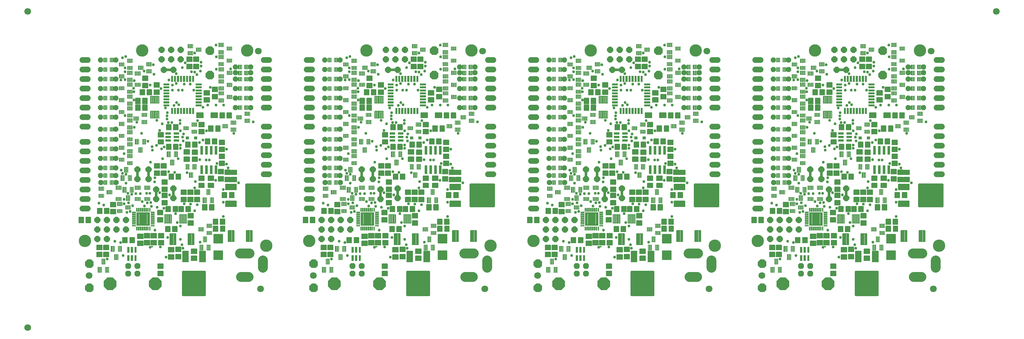
<source format=gts>
G04 FAB 3000 Version 5.10.2 - Professional Gerber/CAM Software*
G04 RS274-X Output*
%FSDAX24Y24*%
%MIA0B0*%
%MOIN*%
%SFA1.000000B1.000000*%

%IPPOS*%
%AMOC8-D18_R9000*
4,1,8,-0.027877,0.067300,
-0.067300,0.027877,
-0.067300,-0.027877,
-0.027877,-0.067300,
0.027877,-0.067300,
0.067300,-0.027877,
0.067300,0.027877,
0.027877,0.067300,
-0.027877,0.067300,0.0*
%
%AMOC8-D31_R9000*
4,1,8,-0.012716,0.030700,
-0.030700,0.012716,
-0.030700,-0.012716,
-0.012716,-0.030700,
0.012716,-0.030700,
0.030700,-0.012716,
0.030700,0.012716,
0.012716,0.030700,
-0.012716,0.030700,0.0*
%
%AMOC8-D16_0_R9000*
4,1,8,-0.011494,0.027750,
-0.027750,0.011494,
-0.027750,-0.011494,
-0.011494,-0.027750,
0.011494,-0.027750,
0.027750,-0.011494,
0.027750,0.011494,
0.011494,0.027750,
-0.011494,0.027750,0.0*
%
%AMOC8-D23_R9000*
4,1,8,-0.013131,0.031700,
-0.031700,0.013131,
-0.031700,-0.013131,
-0.013131,-0.031700,
0.013131,-0.031700,
0.031700,-0.013131,
0.031700,0.013131,
0.013131,0.031700,
-0.013131,0.031700,0.0*
%
%AMOC8-D21_R9000*
4,1,8,-0.018640,0.045000,
-0.045000,0.018640,
-0.045000,-0.018640,
-0.018640,-0.045000,
0.018640,-0.045000,
0.045000,-0.018640,
0.045000,0.018640,
0.018640,0.045000,
-0.018640,0.045000,0.0*
%
%AMOC8-D11_R9000*
4,1,8,-0.013255,0.032000,
-0.032000,0.013255,
-0.032000,-0.013255,
-0.013255,-0.032000,
0.013255,-0.032000,
0.032000,-0.013255,
0.032000,0.013255,
0.013255,0.032000,
-0.013255,0.032000,0.0*
%
%AMOC8-D33_R9000*
4,1,8,-0.027048,0.065300,
-0.065300,0.027048,
-0.065300,-0.027048,
-0.027048,-0.065300,
0.027048,-0.065300,
0.065300,-0.027048,
0.065300,0.027048,
0.027048,0.065300,
-0.027048,0.065300,0.0*
%
%AMOC8-D32_R9000*
4,1,8,-0.011888,0.028700,
-0.028700,0.011888,
-0.028700,-0.011888,
-0.011888,-0.028700,
0.011888,-0.028700,
0.028700,-0.011888,
0.028700,0.011888,
0.011888,0.028700,
-0.011888,0.028700,0.0*
%
%AMOC8-D26_R9000*
4,1,8,-0.010666,0.025750,
-0.025750,0.010666,
-0.025750,-0.010666,
-0.010666,-0.025750,
0.010666,-0.025750,
0.025750,-0.010666,
0.025750,0.010666,
0.010666,0.025750,
-0.010666,0.025750,0.0*
%
%AMOC8-D22_R9000*
4,1,8,-0.012302,0.029700,
-0.029700,0.012302,
-0.029700,-0.012302,
-0.012302,-0.029700,
0.012302,-0.029700,
0.029700,-0.012302,
0.029700,0.012302,
0.012302,0.029700,
-0.012302,0.029700,0.0*
%
%AMOC8-D20_R9000*
4,1,8,-0.017811,0.043000,
-0.043000,0.017811,
-0.043000,-0.017811,
-0.017811,-0.043000,
0.017811,-0.043000,
0.043000,-0.017811,
0.043000,0.017811,
0.017811,0.043000,
-0.017811,0.043000,0.0*
%
%AMOC8-D10_R9000*
4,1,8,-0.012426,0.030000,
-0.030000,0.012426,
-0.030000,-0.012426,
-0.012426,-0.030000,
0.012426,-0.030000,
0.030000,-0.012426,
0.030000,0.012426,
0.012426,0.030000,
-0.012426,0.030000,0.0*
%
%AMOC8-D17_0_R9000*
4,1,8,-0.012716,0.030700,
-0.030700,0.012716,
-0.030700,-0.012716,
-0.012716,-0.030700,
0.012716,-0.030700,
0.030700,-0.012716,
0.030700,0.012716,
0.012716,0.030700,
-0.012716,0.030700,0.0*
%
%AMOC8-D15_0_R9000*
4,1,8,-0.013131,0.031700,
-0.031700,0.013131,
-0.031700,-0.013131,
-0.013131,-0.031700,
0.013131,-0.031700,
0.031700,-0.013131,
0.031700,0.013131,
0.013131,0.031700,
-0.013131,0.031700,0.0*
%
%AMOC8-D14_0_R9000*
4,1,8,-0.018640,0.045000,
-0.045000,0.018640,
-0.045000,-0.018640,
-0.018640,-0.045000,
0.018640,-0.045000,
0.045000,-0.018640,
0.045000,0.018640,
0.018640,0.045000,
-0.018640,0.045000,0.0*
%
%AMOC8-D17_R9000*
4,1,8,-0.027048,0.065300,
-0.065300,0.027048,
-0.065300,-0.027048,
-0.027048,-0.065300,
0.027048,-0.065300,
0.065300,-0.027048,
0.065300,0.027048,
0.027048,0.065300,
-0.027048,0.065300,0.0*
%
%AMOC8-D16_R9000*
4,1,8,-0.011888,0.028700,
-0.028700,0.011888,
-0.028700,-0.011888,
-0.011888,-0.028700,
0.011888,-0.028700,
0.028700,-0.011888,
0.028700,0.011888,
0.011888,0.028700,
-0.011888,0.028700,0.0*
%
%AMOC8-D15_R9000*
4,1,8,-0.010666,0.025750,
-0.025750,0.010666,
-0.025750,-0.010666,
-0.010666,-0.025750,
0.010666,-0.025750,
0.025750,-0.010666,
0.025750,0.010666,
0.010666,0.025750,
-0.010666,0.025750,0.0*
%
%AMOC8-D14_R9000*
4,1,8,-0.012302,0.029700,
-0.029700,0.012302,
-0.029700,-0.012302,
-0.012302,-0.029700,
0.012302,-0.029700,
0.029700,-0.012302,
0.029700,0.012302,
0.012302,0.029700,
-0.012302,0.029700,0.0*
%
%AMOC8-D13_R9000*
4,1,8,-0.017811,0.043000,
-0.043000,0.017811,
-0.043000,-0.017811,
-0.017811,-0.043000,
0.017811,-0.043000,
0.043000,-0.017811,
0.043000,0.017811,
0.017811,0.043000,
-0.017811,0.043000,0.0*
%
%ADD11C,0.055000*%
%ADD12C,0.098400*%
%ADD18C,0.016000*%
%ADD19C,0.007000*%
%ADD20C,0.027000*%
%ADD21C,0.130000*%
%ADD23C,0.059000*%
%ADD24C,0.102400*%
%ADD30C,0.029700*%
%ADD31C,0.000000*%
%ADD32C,0.004000*%
%ADD33C,0.001100*%
%ADD34C,0.013600*%
%ADD35C,0.005100*%
%ADD36C,0.003900*%
%ADD37C,0.006800*%
%ADD38C,0.002000*%
%ADD39C,0.007900*%
%ADD41C,0.001800*%
%ADD43R,0.050000X0.020000*%
%ADD44R,0.020000X0.050000*%
%ADD45C,0.012000*%
%ADD47C,0.002400*%
%ADD48C,0.000700*%
%ADD49R,0.007500X0.007500*%
%ADD50C,0.006300*%
%ADD51C,0.019500*%
%ADD54C,0.002800*%
%ADD55C,0.009400*%
%ADD56C,0.039400*%
%ADD57C,0.005500*%
%ADD58C,0.010000*%
%ADD59C,0.030000*%
%ADD60C,0.006000*%
%ADD61C,0.005000*%
%ADD62C,0.015700*%
%ADD63C,0.019700*%
%ADD68C,0.001000*%
%ADD69C,0.011000*%
%ADD74C,0.008000*%
%ADD75C,0.088600*%
%ADD76C,0.000900*%
%ADD77C,0.012200*%
%ADD78C,0.004600*%
%ADD79C,0.003500*%
%ADD80C,0.006100*%
%ADD81C,0.007100*%
%ADD82C,0.001600*%
%ADD83C,0.002100*%
%ADD85C,0.005700*%
%ADD86C,0.017900*%
%ADD87C,0.002500*%
%ADD88C,0.008500*%
%ADD89C,0.001300*%
%ADD90C,0.014000*%
%ADD91C,0.004300*%
%ADD92C,0.007200*%
%ADD93C,0.002200*%
%ADD94C,0.008300*%
%ADD97R,0.040000X0.030000*%
%ADD98R,0.030000X0.040000*%
%ADD99C,0.002600*%
%ADD100C,0.006700*%
%ADD101C,0.019800*%
%ADD103C,0.003000*%
%ADD104C,0.009800*%
%ADD105C,0.070900*%
%ADD106C,0.005900*%
%ADD107OC8-D18_R9000*%
%ADD108OC8-D31_R9000*%
%ADD109OC8-D16_0_R9000*%
%ADD110OC8-D23_R9000*%
%ADD111OC8-D21_R9000*%
%ADD112OC8-D11_R9000*%
%ADD113R,0.061800X0.009800*%
%ADD114R,0.002400X0.005500*%
%ADD115R,0.002400X0.003500*%
%ADD116R,0.057100X0.010600*%
%ADD117OC8-D33_R9000*%
%ADD118OC8-D32_R9000*%
%ADD119OC8-D26_R9000*%
%ADD120OC8-D22_R9000*%
%ADD121OC8-D20_R9000*%
%ADD122OC8-D10_R9000*%
%ADD123OC8-D17_0_R9000*%
%ADD124OC8-D15_0_R9000*%
%ADD125OC8-D14_0_R9000*%
%ADD126OC8-D17_R9000*%
%ADD127OC8-D16_R9000*%
%ADD128OC8-D15_R9000*%
%ADD129OC8-D14_R9000*%
%ADD130OC8-D13_R9000*%
%LNam010_0*%
%LPD*%
G54D105*
X104000Y035700D03*
X002500Y035700D03*
X002500Y002500D03*
G54D91*
X011844Y014551D02*
G01X011844Y014941D01*
X012390Y014551D02*
G01X011842Y014551D01*
X011842Y014941D02*
G01X012390Y014941D01*
X011842Y014941D02*
G01X011842Y014551D01*
X012390Y015299D02*
G01X011842Y015299D01*
G54D112*
X011799Y013800D03*
G54D90*
X014106Y013271D02*
G01X014106Y014529D01*
X015218Y013271D02*
G01X013960Y013271D01*
X015218Y014529D02*
G01X013960Y014529D01*
G54D89*
X014120Y014704D02*
G01X014120Y015066D01*
X014156Y014704D02*
G01X014038Y014704D01*
X014038Y015066D02*
G01X014156Y015066D01*
G54D30*
X011609Y011580D03*
G54D107*
X011129Y007100D03*
G54D91*
X011585Y010500D02*
G01X011195Y010500D01*
X011585Y011048D02*
G01X011585Y010500D01*
X011585Y011048D02*
G01X011195Y011048D01*
X011581Y010181D02*
G01X011581Y009633D01*
X011959Y009633D02*
G01X011569Y009633D01*
X011959Y010181D02*
G01X011569Y010181D01*
G54D112*
X011799Y012800D03*
G54D108*
X013991Y008167D03*
X013991Y008955D03*
G54D89*
X013911Y013097D02*
G01X013911Y012735D01*
X013959Y012735D02*
G01X013841Y012735D01*
X013841Y013097D02*
G01X013959Y013097D01*
G54D30*
X015319Y010930D03*
G54D57*
X015169Y011905D02*
G01X015169Y012403D01*
X014701Y012403D02*
G01X015277Y012403D01*
X015277Y011905D02*
G01X014701Y011905D01*
X015169Y011157D02*
G01X015169Y011655D01*
X014701Y011655D02*
G01X015277Y011655D01*
X015277Y011157D02*
G01X014701Y011157D01*
X015007Y012403D02*
G01X015007Y011905D01*
X015007Y011655D02*
G01X015007Y011157D01*
X014791Y012403D02*
G01X014791Y011905D01*
X014791Y011655D02*
G01X014791Y011157D01*
X014001Y011595D02*
G01X014577Y011595D01*
X014577Y011097D02*
G01X014001Y011097D01*
X014577Y011097D02*
G01X014577Y011595D01*
X014001Y012343D02*
G01X014577Y012343D01*
X014577Y011845D02*
G01X014001Y011845D01*
X014577Y012343D02*
G01X014577Y011845D01*
X014415Y011595D02*
G01X014415Y011097D01*
X014415Y012343D02*
G01X014415Y011845D01*
X014199Y011595D02*
G01X014199Y011097D01*
X014199Y012343D02*
G01X014199Y011845D01*
X014001Y011097D02*
G01X014001Y011595D01*
X014001Y011845D02*
G01X014001Y012343D01*
G54D89*
X013959Y013097D02*
G01X013959Y012735D01*
X013947Y012735D02*
G01X013947Y013097D01*
X013935Y013097D02*
G01X013935Y012735D01*
X013923Y012735D02*
G01X013923Y013097D01*
G54D57*
X014037Y011097D02*
G01X014037Y011595D01*
X014037Y011845D02*
G01X014037Y012343D01*
G54D89*
X014156Y012735D02*
G01X014038Y012735D01*
X014038Y013097D02*
G01X014156Y013097D01*
X014038Y013097D02*
G01X014038Y012735D01*
G54D57*
X014091Y011595D02*
G01X014091Y011097D01*
X014145Y011097D02*
G01X014145Y011595D01*
X014091Y012343D02*
G01X014091Y011845D01*
X014145Y011845D02*
G01X014145Y012343D01*
G54D89*
X014156Y013097D02*
G01X014156Y012735D01*
X014144Y012735D02*
G01X014144Y013097D01*
X014132Y013097D02*
G01X014132Y012735D01*
X014120Y012735D02*
G01X014120Y013097D01*
X014108Y013097D02*
G01X014108Y012735D01*
X014096Y012735D02*
G01X014096Y013097D01*
X014084Y013097D02*
G01X014084Y012735D01*
X014072Y012735D02*
G01X014072Y013097D01*
X014060Y013097D02*
G01X014060Y012735D01*
X014048Y012735D02*
G01X014048Y013097D01*
G54D30*
X013219Y014710D03*
G54D91*
X013130Y014925D02*
G01X013130Y015315D01*
X013256Y014925D02*
G01X012708Y014925D01*
X012708Y015315D02*
G01X013256Y015315D01*
G54D89*
X013510Y014530D02*
G01X013510Y014648D01*
X013510Y014334D02*
G01X013510Y014452D01*
X013510Y014137D02*
G01X013510Y014255D01*
X013510Y013940D02*
G01X013510Y014058D01*
X013510Y013743D02*
G01X013510Y013861D01*
X013510Y013546D02*
G01X013510Y013664D01*
X013510Y013349D02*
G01X013510Y013467D01*
X013510Y013152D02*
G01X013510Y013270D01*
X013702Y014530D02*
G01X013702Y014648D01*
X013702Y014334D02*
G01X013702Y014452D01*
X013702Y014137D02*
G01X013702Y014255D01*
X013702Y013940D02*
G01X013702Y014058D01*
X013702Y013743D02*
G01X013702Y013861D01*
X013702Y013546D02*
G01X013702Y013664D01*
X013702Y013349D02*
G01X013702Y013467D01*
X013702Y013152D02*
G01X013702Y013270D01*
X013462Y014530D02*
G01X013462Y014648D01*
X013462Y014334D02*
G01X013462Y014452D01*
X013462Y014137D02*
G01X013462Y014255D01*
X013462Y013940D02*
G01X013462Y014058D01*
X013462Y013743D02*
G01X013462Y013861D01*
X013462Y013546D02*
G01X013462Y013664D01*
X013462Y013152D02*
G01X013462Y013270D01*
X013462Y013349D02*
G01X013462Y013467D01*
X013750Y014530D02*
G01X013750Y014648D01*
X013750Y014334D02*
G01X013750Y014452D01*
X013750Y014137D02*
G01X013750Y014255D01*
X013750Y013940D02*
G01X013750Y014058D01*
X013750Y013743D02*
G01X013750Y013861D01*
X013750Y013546D02*
G01X013750Y013664D01*
X013750Y013152D02*
G01X013750Y013270D01*
X013750Y013349D02*
G01X013750Y013467D01*
X013654Y014530D02*
G01X013654Y014648D01*
X013654Y014334D02*
G01X013654Y014452D01*
X013654Y014137D02*
G01X013654Y014255D01*
X013654Y013940D02*
G01X013654Y014058D01*
X013654Y013743D02*
G01X013654Y013861D01*
X013654Y013546D02*
G01X013654Y013664D01*
X013654Y013152D02*
G01X013654Y013270D01*
X013654Y013349D02*
G01X013654Y013467D01*
X013558Y014530D02*
G01X013558Y014648D01*
X013558Y014334D02*
G01X013558Y014452D01*
X013558Y014137D02*
G01X013558Y014255D01*
X013558Y013940D02*
G01X013558Y014058D01*
X013558Y013743D02*
G01X013558Y013861D01*
X013558Y013546D02*
G01X013558Y013664D01*
X013558Y013152D02*
G01X013558Y013270D01*
X013558Y013349D02*
G01X013558Y013467D01*
X013426Y013467D02*
G01X013426Y013349D01*
X013438Y013349D02*
G01X013438Y013467D01*
X013450Y013467D02*
G01X013450Y013349D01*
X013424Y013152D02*
G01X013424Y013270D01*
X013450Y013270D02*
G01X013450Y013152D01*
X013438Y013152D02*
G01X013438Y013270D01*
X013426Y013270D02*
G01X013426Y013152D01*
X013424Y013349D02*
G01X013424Y013467D01*
X013424Y013546D02*
G01X013424Y013664D01*
X013450Y013664D02*
G01X013450Y013546D01*
X013438Y013546D02*
G01X013438Y013664D01*
X013426Y013664D02*
G01X013426Y013546D01*
X013786Y013152D02*
G01X013424Y013152D01*
X013424Y013270D02*
G01X013786Y013270D01*
X013606Y013152D02*
G01X013606Y013270D01*
X013424Y013349D02*
G01X013786Y013349D01*
X013424Y013467D02*
G01X013786Y013467D01*
X013606Y013349D02*
G01X013606Y013467D01*
X013424Y013546D02*
G01X013786Y013546D01*
X013424Y013664D02*
G01X013786Y013664D01*
X013606Y013546D02*
G01X013606Y013664D01*
G54D30*
X013479Y015300D03*
G54D89*
X013606Y014530D02*
G01X013606Y014648D01*
X013424Y014648D02*
G01X013786Y014648D01*
X013424Y014530D02*
G01X013786Y014530D01*
X013606Y014334D02*
G01X013606Y014452D01*
X013424Y014452D02*
G01X013786Y014452D01*
X013424Y014334D02*
G01X013786Y014334D01*
X013606Y014137D02*
G01X013606Y014255D01*
X013424Y013743D02*
G01X013786Y013743D01*
X013424Y013861D02*
G01X013786Y013861D01*
X013606Y013743D02*
G01X013606Y013861D01*
X013424Y013940D02*
G01X013786Y013940D01*
X013424Y014058D02*
G01X013786Y014058D01*
X013606Y013940D02*
G01X013606Y014058D01*
X013424Y014137D02*
G01X013786Y014137D01*
X013424Y014255D02*
G01X013786Y014255D01*
X013762Y013664D02*
G01X013762Y013546D01*
X013774Y013546D02*
G01X013774Y013664D01*
X013786Y013664D02*
G01X013786Y013546D01*
X013762Y013467D02*
G01X013762Y013349D01*
X013786Y013270D02*
G01X013786Y013152D01*
X013774Y013152D02*
G01X013774Y013270D01*
X013762Y013270D02*
G01X013762Y013152D01*
X013786Y013467D02*
G01X013786Y013349D01*
X013774Y013349D02*
G01X013774Y013467D01*
G54D90*
X013967Y014529D02*
G01X013967Y013271D01*
X013960Y013271D02*
G01X013960Y014529D01*
G54D89*
X013714Y013467D02*
G01X013714Y013349D01*
X013726Y013349D02*
G01X013726Y013467D01*
X013738Y013467D02*
G01X013738Y013349D01*
X013738Y013270D02*
G01X013738Y013152D01*
X013726Y013152D02*
G01X013726Y013270D01*
X013714Y013270D02*
G01X013714Y013152D01*
X013738Y013664D02*
G01X013738Y013546D01*
X013726Y013546D02*
G01X013726Y013664D01*
X013714Y013664D02*
G01X013714Y013546D01*
X013714Y014648D02*
G01X013714Y014530D01*
X013726Y014530D02*
G01X013726Y014648D01*
X013738Y014648D02*
G01X013738Y014530D01*
X013714Y014452D02*
G01X013714Y014334D01*
X013726Y014334D02*
G01X013726Y014452D01*
X013738Y014452D02*
G01X013738Y014334D01*
X013714Y014255D02*
G01X013714Y014137D01*
X013738Y013861D02*
G01X013738Y013743D01*
X013726Y013743D02*
G01X013726Y013861D01*
X013714Y013861D02*
G01X013714Y013743D01*
X013738Y014058D02*
G01X013738Y013940D01*
X013726Y013940D02*
G01X013726Y014058D01*
X013714Y014058D02*
G01X013714Y013940D01*
X013738Y014255D02*
G01X013738Y014137D01*
X013726Y014137D02*
G01X013726Y014255D01*
X013666Y013664D02*
G01X013666Y013546D01*
X013678Y013546D02*
G01X013678Y013664D01*
X013690Y013664D02*
G01X013690Y013546D01*
X013666Y013467D02*
G01X013666Y013349D01*
X013678Y013349D02*
G01X013678Y013467D01*
X013690Y013467D02*
G01X013690Y013349D01*
X013690Y013270D02*
G01X013690Y013152D01*
X013678Y013152D02*
G01X013678Y013270D01*
X013666Y013270D02*
G01X013666Y013152D01*
X013666Y014648D02*
G01X013666Y014530D01*
X013678Y014530D02*
G01X013678Y014648D01*
X013690Y014648D02*
G01X013690Y014530D01*
X013666Y014452D02*
G01X013666Y014334D01*
X013678Y014334D02*
G01X013678Y014452D01*
X013690Y014452D02*
G01X013690Y014334D01*
X013666Y014255D02*
G01X013666Y014137D01*
X013690Y013861D02*
G01X013690Y013743D01*
X013678Y013743D02*
G01X013678Y013861D01*
X013666Y013861D02*
G01X013666Y013743D01*
X013690Y014058D02*
G01X013690Y013940D01*
X013678Y013940D02*
G01X013678Y014058D01*
X013666Y014058D02*
G01X013666Y013940D01*
X013690Y014255D02*
G01X013690Y014137D01*
X013678Y014137D02*
G01X013678Y014255D01*
X013618Y013467D02*
G01X013618Y013349D01*
X013630Y013349D02*
G01X013630Y013467D01*
X013642Y013467D02*
G01X013642Y013349D01*
X013630Y013152D02*
G01X013630Y013270D01*
X013642Y013270D02*
G01X013642Y013152D01*
X013618Y013270D02*
G01X013618Y013152D01*
X013642Y013664D02*
G01X013642Y013546D01*
X013630Y013546D02*
G01X013630Y013664D01*
X013618Y013664D02*
G01X013618Y013546D01*
X013618Y014648D02*
G01X013618Y014530D01*
X013630Y014530D02*
G01X013630Y014648D01*
X013642Y014648D02*
G01X013642Y014530D01*
X013618Y014452D02*
G01X013618Y014334D01*
X013630Y014334D02*
G01X013630Y014452D01*
X013642Y014452D02*
G01X013642Y014334D01*
X013618Y014255D02*
G01X013618Y014137D01*
X013642Y013861D02*
G01X013642Y013743D01*
X013630Y013743D02*
G01X013630Y013861D01*
X013618Y013861D02*
G01X013618Y013743D01*
X013642Y014058D02*
G01X013642Y013940D01*
X013630Y013940D02*
G01X013630Y014058D01*
X013618Y014058D02*
G01X013618Y013940D01*
X013642Y014255D02*
G01X013642Y014137D01*
X013630Y014137D02*
G01X013630Y014255D01*
X013570Y013664D02*
G01X013570Y013546D01*
X013582Y013546D02*
G01X013582Y013664D01*
X013594Y013664D02*
G01X013594Y013546D01*
X013570Y013467D02*
G01X013570Y013349D01*
X013582Y013349D02*
G01X013582Y013467D01*
X013594Y013467D02*
G01X013594Y013349D01*
X013594Y013270D02*
G01X013594Y013152D01*
X013582Y013152D02*
G01X013582Y013270D01*
X013570Y013270D02*
G01X013570Y013152D01*
X013570Y014648D02*
G01X013570Y014530D01*
X013582Y014530D02*
G01X013582Y014648D01*
X013594Y014648D02*
G01X013594Y014530D01*
X013570Y014452D02*
G01X013570Y014334D01*
X013582Y014334D02*
G01X013582Y014452D01*
X013594Y014452D02*
G01X013594Y014334D01*
X013570Y014255D02*
G01X013570Y014137D01*
X013594Y013861D02*
G01X013594Y013743D01*
X013582Y013743D02*
G01X013582Y013861D01*
X013570Y013861D02*
G01X013570Y013743D01*
X013594Y014058D02*
G01X013594Y013940D01*
X013582Y013940D02*
G01X013582Y014058D01*
X013570Y014058D02*
G01X013570Y013940D01*
X013594Y014255D02*
G01X013594Y014137D01*
X013582Y014137D02*
G01X013582Y014255D01*
X013522Y013467D02*
G01X013522Y013349D01*
X013534Y013349D02*
G01X013534Y013467D01*
X013546Y013467D02*
G01X013546Y013349D01*
X013546Y013270D02*
G01X013546Y013152D01*
X013534Y013152D02*
G01X013534Y013270D01*
X013522Y013270D02*
G01X013522Y013152D01*
X013546Y013664D02*
G01X013546Y013546D01*
X013534Y013546D02*
G01X013534Y013664D01*
X013522Y013664D02*
G01X013522Y013546D01*
X013522Y014648D02*
G01X013522Y014530D01*
X013534Y014530D02*
G01X013534Y014648D01*
X013546Y014648D02*
G01X013546Y014530D01*
X013522Y014452D02*
G01X013522Y014334D01*
X013534Y014334D02*
G01X013534Y014452D01*
X013546Y014452D02*
G01X013546Y014334D01*
X013522Y014255D02*
G01X013522Y014137D01*
X013546Y013861D02*
G01X013546Y013743D01*
X013534Y013743D02*
G01X013534Y013861D01*
X013522Y013861D02*
G01X013522Y013743D01*
X013546Y014058D02*
G01X013546Y013940D01*
X013534Y013940D02*
G01X013534Y014058D01*
X013522Y014058D02*
G01X013522Y013940D01*
X013546Y014255D02*
G01X013546Y014137D01*
X013534Y014137D02*
G01X013534Y014255D01*
X013474Y013467D02*
G01X013474Y013349D01*
X013486Y013349D02*
G01X013486Y013467D01*
X013498Y013467D02*
G01X013498Y013349D01*
X013498Y013270D02*
G01X013498Y013152D01*
X013486Y013152D02*
G01X013486Y013270D01*
X013474Y013270D02*
G01X013474Y013152D01*
X013498Y013664D02*
G01X013498Y013546D01*
X013486Y013546D02*
G01X013486Y013664D01*
X013474Y013664D02*
G01X013474Y013546D01*
X013474Y014648D02*
G01X013474Y014530D01*
X013486Y014530D02*
G01X013486Y014648D01*
X013498Y014648D02*
G01X013498Y014530D01*
X013474Y014452D02*
G01X013474Y014334D01*
X013486Y014334D02*
G01X013486Y014452D01*
X013498Y014452D02*
G01X013498Y014334D01*
X013474Y014255D02*
G01X013474Y014137D01*
X013498Y013861D02*
G01X013498Y013743D01*
X013486Y013743D02*
G01X013486Y013861D01*
X013474Y013861D02*
G01X013474Y013743D01*
X013498Y014058D02*
G01X013498Y013940D01*
X013486Y013940D02*
G01X013486Y014058D01*
X013474Y014058D02*
G01X013474Y013940D01*
X013498Y014255D02*
G01X013498Y014137D01*
X013486Y014137D02*
G01X013486Y014255D01*
X013424Y013940D02*
G01X013424Y014058D01*
X013426Y013861D02*
G01X013426Y013743D01*
X013438Y013743D02*
G01X013438Y013861D01*
X013450Y013861D02*
G01X013450Y013743D01*
X013424Y013743D02*
G01X013424Y013861D01*
X013450Y014058D02*
G01X013450Y013940D01*
X013438Y013940D02*
G01X013438Y014058D01*
X013426Y014058D02*
G01X013426Y013940D01*
X013424Y014137D02*
G01X013424Y014255D01*
X013450Y014255D02*
G01X013450Y014137D01*
X013438Y014137D02*
G01X013438Y014255D01*
X013426Y014255D02*
G01X013426Y014137D01*
G54D91*
X013172Y015315D02*
G01X013172Y014925D01*
X013214Y014925D02*
G01X013214Y015315D01*
X013256Y015315D02*
G01X013256Y014925D01*
G54D89*
X013426Y014648D02*
G01X013426Y014530D01*
X013438Y014530D02*
G01X013438Y014648D01*
X013450Y014648D02*
G01X013450Y014530D01*
X013424Y014334D02*
G01X013424Y014452D01*
X013450Y014452D02*
G01X013450Y014334D01*
X013438Y014334D02*
G01X013438Y014452D01*
X013426Y014452D02*
G01X013426Y014334D01*
X013424Y014530D02*
G01X013424Y014648D01*
X013774Y014137D02*
G01X013774Y014255D01*
X013786Y014255D02*
G01X013786Y014137D01*
X013762Y014058D02*
G01X013762Y013940D01*
X013774Y013940D02*
G01X013774Y014058D01*
X013786Y014058D02*
G01X013786Y013940D01*
X013762Y013861D02*
G01X013762Y013743D01*
X013774Y013743D02*
G01X013774Y013861D01*
X013786Y013861D02*
G01X013786Y013743D01*
X013762Y014255D02*
G01X013762Y014137D01*
X013786Y014452D02*
G01X013786Y014334D01*
X013774Y014334D02*
G01X013774Y014452D01*
X013762Y014452D02*
G01X013762Y014334D01*
X013841Y014704D02*
G01X013841Y015066D01*
X013762Y014648D02*
G01X013762Y014530D01*
X013774Y014530D02*
G01X013774Y014648D01*
X013786Y014648D02*
G01X013786Y014530D01*
X013887Y015066D02*
G01X013887Y014704D01*
X013875Y014704D02*
G01X013875Y015066D01*
X013863Y015066D02*
G01X013863Y014704D01*
X013851Y014704D02*
G01X013851Y015066D01*
X013841Y015066D02*
G01X013959Y015066D01*
X013959Y014704D02*
G01X013841Y014704D01*
X013899Y014704D02*
G01X013899Y015066D01*
X014048Y014704D02*
G01X014048Y015066D01*
X014060Y015066D02*
G01X014060Y014704D01*
X014072Y014704D02*
G01X014072Y015066D01*
X014084Y015066D02*
G01X014084Y014704D01*
X014096Y014704D02*
G01X014096Y015066D01*
X014108Y015066D02*
G01X014108Y014704D01*
X013959Y015066D02*
G01X013959Y014704D01*
X013947Y014704D02*
G01X013947Y015066D01*
X013935Y015066D02*
G01X013935Y014704D01*
X013923Y014704D02*
G01X013923Y015066D01*
X013911Y015066D02*
G01X013911Y014704D01*
X014038Y015066D02*
G01X014038Y014704D01*
G54D30*
X014784Y013705D03*
X014729Y015270D03*
G54D90*
X014801Y014529D02*
G01X014801Y013271D01*
G54D89*
X014859Y014704D02*
G01X014859Y015066D01*
X014943Y014704D02*
G01X014825Y014704D01*
X014825Y015066D02*
G01X014943Y015066D01*
X014156Y015066D02*
G01X014156Y014704D01*
X014144Y014704D02*
G01X014144Y015066D01*
X014132Y015066D02*
G01X014132Y014704D01*
X014235Y015066D02*
G01X014235Y014704D01*
X014269Y014704D02*
G01X014269Y015066D01*
X014257Y015066D02*
G01X014257Y014704D01*
X014245Y014704D02*
G01X014245Y015066D01*
G54D30*
X014389Y014100D03*
G54D90*
X014245Y014529D02*
G01X014245Y013271D01*
G54D89*
X014235Y015066D02*
G01X014353Y015066D01*
X014353Y014704D02*
G01X014235Y014704D01*
X014281Y015066D02*
G01X014281Y014704D01*
X014293Y014704D02*
G01X014293Y015066D01*
X014305Y015066D02*
G01X014305Y014704D01*
X014317Y014704D02*
G01X014317Y015066D01*
X014329Y015066D02*
G01X014329Y014704D01*
X014341Y014704D02*
G01X014341Y015066D01*
X014353Y015066D02*
G01X014353Y014704D01*
G54D90*
X014384Y013271D02*
G01X014384Y014529D01*
G54D89*
X014466Y014704D02*
G01X014466Y015066D01*
X014478Y015066D02*
G01X014478Y014704D01*
X014490Y014704D02*
G01X014490Y015066D01*
X014502Y015066D02*
G01X014502Y014704D01*
X014514Y014704D02*
G01X014514Y015066D01*
X014526Y015066D02*
G01X014526Y014704D01*
X014538Y014704D02*
G01X014538Y015066D01*
X014550Y014704D02*
G01X014432Y014704D01*
X014550Y015066D02*
G01X014550Y014704D01*
X014432Y015066D02*
G01X014550Y015066D01*
X014432Y015066D02*
G01X014432Y014704D01*
X014454Y015066D02*
G01X014454Y014704D01*
X014442Y014704D02*
G01X014442Y015066D01*
G54D90*
X014523Y014529D02*
G01X014523Y013271D01*
X015218Y014529D02*
G01X015218Y013271D01*
G54D89*
X015253Y014704D02*
G01X015253Y015066D01*
X015337Y014704D02*
G01X015219Y014704D01*
X015219Y015066D02*
G01X015337Y015066D01*
X014943Y015066D02*
G01X014943Y014704D01*
X014931Y014704D02*
G01X014931Y015066D01*
X014919Y015066D02*
G01X014919Y014704D01*
X014907Y014704D02*
G01X014907Y015066D01*
X014895Y015066D02*
G01X014895Y014704D01*
X014883Y014704D02*
G01X014883Y015066D01*
X014871Y015066D02*
G01X014871Y014704D01*
G54D90*
X014940Y013271D02*
G01X014940Y014529D01*
G54D89*
X015454Y013349D02*
G01X015454Y013467D01*
X015454Y013546D02*
G01X015454Y013664D01*
X015454Y013743D02*
G01X015454Y013861D01*
X015454Y013940D02*
G01X015454Y014058D01*
X015454Y014137D02*
G01X015454Y014255D01*
X015454Y014334D02*
G01X015454Y014452D01*
X015454Y014530D02*
G01X015454Y014648D01*
X015454Y013152D02*
G01X015454Y013270D01*
X015670Y013349D02*
G01X015670Y013467D01*
X015670Y013546D02*
G01X015670Y013664D01*
X015670Y013743D02*
G01X015670Y013861D01*
X015670Y013940D02*
G01X015670Y014058D01*
X015670Y014137D02*
G01X015670Y014255D01*
X015670Y014334D02*
G01X015670Y014452D01*
X015670Y014530D02*
G01X015670Y014648D01*
X015670Y013152D02*
G01X015670Y013270D01*
X015337Y015066D02*
G01X015337Y014704D01*
X015325Y014704D02*
G01X015325Y015066D01*
X015313Y015066D02*
G01X015313Y014704D01*
X015301Y014704D02*
G01X015301Y015066D01*
X015289Y015066D02*
G01X015289Y014704D01*
X015277Y014704D02*
G01X015277Y015066D01*
X015265Y015066D02*
G01X015265Y014704D01*
X015478Y014530D02*
G01X015478Y014648D01*
X015490Y014648D02*
G01X015490Y014530D01*
X015502Y014530D02*
G01X015502Y014648D01*
X015514Y014648D02*
G01X015514Y014530D01*
X015526Y014530D02*
G01X015526Y014648D01*
X015538Y014648D02*
G01X015538Y014530D01*
X015550Y014530D02*
G01X015550Y014648D01*
X015562Y014648D02*
G01X015562Y014530D01*
X015466Y014648D02*
G01X015466Y014530D01*
X015682Y014058D02*
G01X015682Y013940D01*
X015694Y013940D02*
G01X015694Y014058D01*
X015706Y014058D02*
G01X015706Y013940D01*
X015682Y014255D02*
G01X015682Y014137D01*
X015694Y014137D02*
G01X015694Y014255D01*
X015706Y014255D02*
G01X015706Y014137D01*
X015682Y014648D02*
G01X015682Y014530D01*
X015694Y014530D02*
G01X015694Y014648D01*
X015706Y014648D02*
G01X015706Y014530D01*
X015706Y014452D02*
G01X015706Y014334D01*
X015694Y014334D02*
G01X015694Y014452D01*
X015682Y014452D02*
G01X015682Y014334D01*
X015718Y013940D02*
G01X015718Y014058D01*
X015718Y014137D02*
G01X015718Y014255D01*
X015718Y014530D02*
G01X015718Y014648D01*
X015718Y014334D02*
G01X015718Y014452D01*
X015586Y014058D02*
G01X015586Y013940D01*
X015598Y013940D02*
G01X015598Y014058D01*
X015610Y014058D02*
G01X015610Y013940D01*
X015586Y014255D02*
G01X015586Y014137D01*
X015598Y014137D02*
G01X015598Y014255D01*
X015610Y014255D02*
G01X015610Y014137D01*
X015586Y014648D02*
G01X015586Y014530D01*
X015598Y014530D02*
G01X015598Y014648D01*
X015610Y014648D02*
G01X015610Y014530D01*
X015610Y014452D02*
G01X015610Y014334D01*
X015598Y014334D02*
G01X015598Y014452D01*
X015586Y014452D02*
G01X015586Y014334D01*
X015622Y013940D02*
G01X015622Y014058D01*
X015622Y014137D02*
G01X015622Y014255D01*
X015622Y014530D02*
G01X015622Y014648D01*
X015622Y014334D02*
G01X015622Y014452D01*
X015634Y014058D02*
G01X015634Y013940D01*
X015646Y013940D02*
G01X015646Y014058D01*
X015658Y014058D02*
G01X015658Y013940D01*
X015634Y014452D02*
G01X015634Y014334D01*
X015646Y014334D02*
G01X015646Y014452D01*
X015658Y014452D02*
G01X015658Y014334D01*
X015634Y014648D02*
G01X015634Y014530D01*
X015646Y014530D02*
G01X015646Y014648D01*
X015658Y014648D02*
G01X015658Y014530D01*
X015658Y014255D02*
G01X015658Y014137D01*
X015646Y014137D02*
G01X015646Y014255D01*
X015634Y014255D02*
G01X015634Y014137D01*
X015478Y014334D02*
G01X015478Y014452D01*
X015490Y014452D02*
G01X015490Y014334D01*
X015502Y014334D02*
G01X015502Y014452D01*
X015514Y014452D02*
G01X015514Y014334D01*
X015526Y014334D02*
G01X015526Y014452D01*
X015538Y014452D02*
G01X015538Y014334D01*
X015550Y014334D02*
G01X015550Y014452D01*
X015562Y014452D02*
G01X015562Y014334D01*
X015466Y014452D02*
G01X015466Y014334D01*
X015394Y014058D02*
G01X015394Y013940D01*
X015406Y013940D02*
G01X015406Y014058D01*
X015392Y013940D02*
G01X015392Y014058D01*
X015394Y014255D02*
G01X015394Y014137D01*
X015406Y014334D02*
G01X015406Y014452D01*
X015392Y014334D02*
G01X015392Y014452D01*
X015394Y014648D02*
G01X015394Y014530D01*
X015406Y014530D02*
G01X015406Y014648D01*
X015392Y014530D02*
G01X015392Y014648D01*
X015394Y014452D02*
G01X015394Y014334D01*
X015392Y014137D02*
G01X015392Y014255D01*
X015406Y014137D02*
G01X015406Y014255D01*
X015418Y014058D02*
G01X015418Y013940D01*
X015418Y014452D02*
G01X015418Y014334D01*
X015418Y014648D02*
G01X015418Y014530D01*
X015418Y014255D02*
G01X015418Y014137D01*
X015430Y013940D02*
G01X015430Y014058D01*
X015442Y014058D02*
G01X015442Y013940D01*
X015430Y014334D02*
G01X015430Y014452D01*
X015442Y014452D02*
G01X015442Y014334D01*
X015442Y014648D02*
G01X015442Y014530D01*
X015430Y014530D02*
G01X015430Y014648D01*
X015442Y014255D02*
G01X015442Y014137D01*
X015430Y014137D02*
G01X015430Y014255D01*
X015466Y014058D02*
G01X015466Y013940D01*
X015562Y014058D02*
G01X015562Y013940D01*
X015550Y013940D02*
G01X015550Y014058D01*
X015538Y014058D02*
G01X015538Y013940D01*
X015526Y013940D02*
G01X015526Y014058D01*
X015514Y014058D02*
G01X015514Y013940D01*
X015502Y013940D02*
G01X015502Y014058D01*
X015490Y014058D02*
G01X015490Y013940D01*
X015478Y013940D02*
G01X015478Y014058D01*
X015478Y014137D02*
G01X015478Y014255D01*
X015490Y014255D02*
G01X015490Y014137D01*
X015502Y014137D02*
G01X015502Y014255D01*
X015514Y014255D02*
G01X015514Y014137D01*
X015526Y014137D02*
G01X015526Y014255D01*
X015538Y014255D02*
G01X015538Y014137D01*
X015550Y014137D02*
G01X015550Y014255D01*
X015562Y014255D02*
G01X015562Y014137D01*
X015466Y014255D02*
G01X015466Y014137D01*
X015574Y013349D02*
G01X015574Y013467D01*
X015392Y013467D02*
G01X015754Y013467D01*
X015392Y013349D02*
G01X015754Y013349D01*
X015574Y013546D02*
G01X015574Y013664D01*
X015392Y013664D02*
G01X015754Y013664D01*
X015392Y013546D02*
G01X015754Y013546D01*
X015574Y013743D02*
G01X015574Y013861D01*
X015754Y013152D02*
G01X015392Y013152D01*
X015392Y013270D02*
G01X015754Y013270D01*
X015574Y013152D02*
G01X015574Y013270D01*
X015392Y013743D02*
G01X015754Y013743D01*
X015392Y013861D02*
G01X015754Y013861D01*
G54D30*
X015449Y015240D03*
G54D89*
X015392Y014530D02*
G01X015754Y014530D01*
X015392Y014648D02*
G01X015754Y014648D01*
X015574Y014530D02*
G01X015574Y014648D01*
X015392Y014334D02*
G01X015754Y014334D01*
X015392Y014452D02*
G01X015754Y014452D01*
X015574Y014334D02*
G01X015574Y014452D01*
X015392Y014137D02*
G01X015754Y014137D01*
X015392Y014255D02*
G01X015754Y014255D01*
X015574Y014137D02*
G01X015574Y014255D01*
X015392Y013940D02*
G01X015754Y013940D01*
X015392Y014058D02*
G01X015754Y014058D01*
X015574Y013940D02*
G01X015574Y014058D01*
G54D94*
X016825Y013449D02*
G01X017569Y013449D01*
G54D89*
X015682Y013467D02*
G01X015682Y013349D01*
X015694Y013349D02*
G01X015694Y013467D01*
X015706Y013467D02*
G01X015706Y013349D01*
X015718Y013349D02*
G01X015718Y013467D01*
X015730Y013467D02*
G01X015730Y013349D01*
X015742Y013349D02*
G01X015742Y013467D01*
X015754Y013467D02*
G01X015754Y013349D01*
X015682Y013270D02*
G01X015682Y013152D01*
X015694Y013152D02*
G01X015694Y013270D01*
X015706Y013270D02*
G01X015706Y013152D01*
X015718Y013152D02*
G01X015718Y013270D01*
X015730Y013270D02*
G01X015730Y013152D01*
X015754Y013270D02*
G01X015754Y013152D01*
X015742Y013152D02*
G01X015742Y013270D01*
G54D57*
X016672Y013577D02*
G01X016096Y013577D01*
G54D89*
X015682Y013664D02*
G01X015682Y013546D01*
X015694Y013546D02*
G01X015694Y013664D01*
X015706Y013664D02*
G01X015706Y013546D01*
X015718Y013546D02*
G01X015718Y013664D01*
X015754Y013861D02*
G01X015754Y013743D01*
X015742Y013743D02*
G01X015742Y013861D01*
X015730Y013861D02*
G01X015730Y013743D01*
X015718Y013743D02*
G01X015718Y013861D01*
X015706Y013861D02*
G01X015706Y013743D01*
X015694Y013743D02*
G01X015694Y013861D01*
X015682Y013861D02*
G01X015682Y013743D01*
X015754Y013664D02*
G01X015754Y013546D01*
X015742Y013546D02*
G01X015742Y013664D01*
X015730Y013664D02*
G01X015730Y013546D01*
X015586Y013467D02*
G01X015586Y013349D01*
X015598Y013349D02*
G01X015598Y013467D01*
X015610Y013467D02*
G01X015610Y013349D01*
X015622Y013349D02*
G01X015622Y013467D01*
X015634Y013467D02*
G01X015634Y013349D01*
X015646Y013349D02*
G01X015646Y013467D01*
X015658Y013467D02*
G01X015658Y013349D01*
X015598Y013152D02*
G01X015598Y013270D01*
X015658Y013270D02*
G01X015658Y013152D01*
X015646Y013152D02*
G01X015646Y013270D01*
X015634Y013270D02*
G01X015634Y013152D01*
X015622Y013152D02*
G01X015622Y013270D01*
X015610Y013270D02*
G01X015610Y013152D01*
X015586Y013270D02*
G01X015586Y013152D01*
X015586Y013664D02*
G01X015586Y013546D01*
X015598Y013546D02*
G01X015598Y013664D01*
X015610Y013664D02*
G01X015610Y013546D01*
X015622Y013546D02*
G01X015622Y013664D01*
X015658Y013861D02*
G01X015658Y013743D01*
X015646Y013743D02*
G01X015646Y013861D01*
X015634Y013861D02*
G01X015634Y013743D01*
X015622Y013743D02*
G01X015622Y013861D01*
X015610Y013861D02*
G01X015610Y013743D01*
X015598Y013743D02*
G01X015598Y013861D01*
X015586Y013861D02*
G01X015586Y013743D01*
X015658Y013664D02*
G01X015658Y013546D01*
X015646Y013546D02*
G01X015646Y013664D01*
X015634Y013664D02*
G01X015634Y013546D01*
X015466Y013664D02*
G01X015466Y013546D01*
X015562Y013664D02*
G01X015562Y013546D01*
X015550Y013546D02*
G01X015550Y013664D01*
X015538Y013664D02*
G01X015538Y013546D01*
X015526Y013546D02*
G01X015526Y013664D01*
X015514Y013664D02*
G01X015514Y013546D01*
X015502Y013546D02*
G01X015502Y013664D01*
X015490Y013664D02*
G01X015490Y013546D01*
X015478Y013546D02*
G01X015478Y013664D01*
X015478Y013743D02*
G01X015478Y013861D01*
X015490Y013861D02*
G01X015490Y013743D01*
X015502Y013743D02*
G01X015502Y013861D01*
X015514Y013861D02*
G01X015514Y013743D01*
X015526Y013743D02*
G01X015526Y013861D01*
X015538Y013861D02*
G01X015538Y013743D01*
X015550Y013743D02*
G01X015550Y013861D01*
X015562Y013861D02*
G01X015562Y013743D01*
X015466Y013861D02*
G01X015466Y013743D01*
X015394Y013467D02*
G01X015394Y013349D01*
X015406Y013349D02*
G01X015406Y013467D01*
X015418Y013467D02*
G01X015418Y013349D01*
X015430Y013349D02*
G01X015430Y013467D01*
X015442Y013467D02*
G01X015442Y013349D01*
X015392Y013349D02*
G01X015392Y013467D01*
X015394Y013270D02*
G01X015394Y013152D01*
X015406Y013152D02*
G01X015406Y013270D01*
X015418Y013270D02*
G01X015418Y013152D01*
X015430Y013152D02*
G01X015430Y013270D01*
X015442Y013270D02*
G01X015442Y013152D01*
X015392Y013152D02*
G01X015392Y013270D01*
X015394Y013664D02*
G01X015394Y013546D01*
X015392Y013743D02*
G01X015392Y013861D01*
X015442Y013861D02*
G01X015442Y013743D01*
X015430Y013743D02*
G01X015430Y013861D01*
X015418Y013861D02*
G01X015418Y013743D01*
X015406Y013743D02*
G01X015406Y013861D01*
X015394Y013861D02*
G01X015394Y013743D01*
X015392Y013546D02*
G01X015392Y013664D01*
X015442Y013664D02*
G01X015442Y013546D01*
X015430Y013546D02*
G01X015430Y013664D01*
X015418Y013664D02*
G01X015418Y013546D01*
X015406Y013546D02*
G01X015406Y013664D01*
X015466Y013270D02*
G01X015466Y013152D01*
X015478Y013152D02*
G01X015478Y013270D01*
X015490Y013270D02*
G01X015490Y013152D01*
X015502Y013152D02*
G01X015502Y013270D01*
X015514Y013270D02*
G01X015514Y013152D01*
X015526Y013152D02*
G01X015526Y013270D01*
X015538Y013270D02*
G01X015538Y013152D01*
X015550Y013152D02*
G01X015550Y013270D01*
X015562Y013270D02*
G01X015562Y013152D01*
X015466Y013467D02*
G01X015466Y013349D01*
X015562Y013467D02*
G01X015562Y013349D01*
X015550Y013349D02*
G01X015550Y013467D01*
X015538Y013467D02*
G01X015538Y013349D01*
X015526Y013349D02*
G01X015526Y013467D01*
X015514Y013467D02*
G01X015514Y013349D01*
X015502Y013349D02*
G01X015502Y013467D01*
X015490Y013467D02*
G01X015490Y013349D01*
X015478Y013349D02*
G01X015478Y013467D01*
X015068Y015066D02*
G01X015068Y014704D01*
X015080Y014704D02*
G01X015080Y015066D01*
X015092Y015066D02*
G01X015092Y014704D01*
X015104Y014704D02*
G01X015104Y015066D01*
X015116Y015066D02*
G01X015116Y014704D01*
X015022Y015066D02*
G01X015022Y014704D01*
X015056Y014704D02*
G01X015056Y015066D01*
X015044Y015066D02*
G01X015044Y014704D01*
X015032Y014704D02*
G01X015032Y015066D01*
X015128Y014704D02*
G01X015128Y015066D01*
X015140Y014704D02*
G01X015022Y014704D01*
X015022Y015066D02*
G01X015140Y015066D01*
G54D90*
X015079Y014529D02*
G01X015079Y013271D01*
G54D89*
X015140Y015066D02*
G01X015140Y014704D01*
X015219Y015066D02*
G01X015219Y014704D01*
X015241Y015066D02*
G01X015241Y014704D01*
X015229Y014704D02*
G01X015229Y015066D01*
X014628Y015066D02*
G01X014628Y014704D01*
X014710Y014704D02*
G01X014710Y015066D01*
X014698Y015066D02*
G01X014698Y014704D01*
X014686Y014704D02*
G01X014686Y015066D01*
X014674Y015066D02*
G01X014674Y014704D01*
X014662Y014704D02*
G01X014662Y015066D01*
X014650Y015066D02*
G01X014650Y014704D01*
X014638Y014704D02*
G01X014638Y015066D01*
X014746Y014704D02*
G01X014628Y014704D01*
X014628Y015066D02*
G01X014746Y015066D01*
X014722Y015066D02*
G01X014722Y014704D01*
G54D90*
X014662Y013271D02*
G01X014662Y014529D01*
G54D89*
X014746Y015066D02*
G01X014746Y014704D01*
X014734Y014704D02*
G01X014734Y015066D01*
X014825Y015066D02*
G01X014825Y014704D01*
X014847Y015066D02*
G01X014847Y014704D01*
X014835Y014704D02*
G01X014835Y015066D01*
G54D112*
X012799Y012800D03*
G54D89*
X013841Y013097D02*
G01X013841Y012735D01*
X013899Y012735D02*
G01X013899Y013097D01*
X013887Y013097D02*
G01X013887Y012735D01*
X013875Y012735D02*
G01X013875Y013097D01*
X013863Y013097D02*
G01X013863Y012735D01*
X013851Y012735D02*
G01X013851Y013097D01*
G54D108*
X013007Y008955D03*
X013007Y008167D03*
G54D93*
X013059Y010091D02*
G01X013059Y009543D01*
X013122Y009543D02*
G01X012928Y009543D01*
X012928Y010091D02*
G01X013122Y010091D01*
X013059Y010958D02*
G01X013059Y010410D01*
X013122Y010410D02*
G01X012928Y010410D01*
X013122Y010958D02*
G01X012928Y010958D01*
G54D57*
X009788Y015038D02*
G01X009788Y014462D01*
X009776Y014462D02*
G01X009776Y015038D01*
G54D23*
X008774Y015000D02*
G01X008224Y015000D01*
G54D57*
X009842Y014462D02*
G01X009842Y015038D01*
X010274Y014462D02*
G01X009776Y014462D01*
X010274Y015038D02*
G01X009776Y015038D01*
X011737Y015175D02*
G01X011161Y015175D01*
X011737Y014427D02*
G01X011737Y014925D01*
X011737Y014427D02*
G01X011161Y014427D01*
X011161Y014427D02*
G01X011161Y014925D01*
X011161Y014925D02*
G01X011737Y014925D01*
X011683Y014925D02*
G01X011683Y014427D01*
X011629Y014427D02*
G01X011629Y014925D01*
X011575Y014925D02*
G01X011575Y014427D01*
X011521Y014427D02*
G01X011521Y014925D01*
X011467Y014925D02*
G01X011467Y014427D01*
X011413Y014427D02*
G01X011413Y014925D01*
X011359Y014925D02*
G01X011359Y014427D01*
X011305Y014427D02*
G01X011305Y014925D01*
X011251Y014925D02*
G01X011251Y014427D01*
X011197Y014427D02*
G01X011197Y014925D01*
X009896Y015038D02*
G01X009896Y014462D01*
X009950Y014462D02*
G01X009950Y015038D01*
X010004Y015038D02*
G01X010004Y014462D01*
X010058Y014462D02*
G01X010058Y015038D01*
X010524Y014462D02*
G01X010524Y015038D01*
X010536Y015038D02*
G01X010536Y014462D01*
X010274Y015038D02*
G01X010274Y014462D01*
X010220Y015038D02*
G01X010220Y014462D01*
X010166Y014462D02*
G01X010166Y015038D01*
X010112Y015038D02*
G01X010112Y014462D01*
G54D30*
X010469Y015380D03*
G54D57*
X011022Y015038D02*
G01X010524Y015038D01*
X011022Y014462D02*
G01X010524Y014462D01*
X010590Y014462D02*
G01X010590Y015038D01*
X011022Y015038D02*
G01X011022Y014462D01*
X010968Y015038D02*
G01X010968Y014462D01*
X010914Y014462D02*
G01X010914Y015038D01*
X010860Y015038D02*
G01X010860Y014462D01*
X010806Y014462D02*
G01X010806Y015038D01*
X010752Y015038D02*
G01X010752Y014462D01*
X010698Y014462D02*
G01X010698Y015038D01*
X010644Y015038D02*
G01X010644Y014462D01*
G54D112*
X009799Y013800D03*
X010799Y013800D03*
G54D57*
X007858Y014088D02*
G01X007858Y013512D01*
X007912Y013512D02*
G01X007912Y014088D01*
X007966Y014088D02*
G01X007966Y013512D01*
X008020Y013512D02*
G01X008020Y014088D01*
X008074Y014088D02*
G01X008074Y013512D01*
X008128Y013512D02*
G01X008128Y014088D01*
X008182Y014088D02*
G01X008182Y013512D01*
X008236Y013512D02*
G01X008236Y014088D01*
X008290Y014088D02*
G01X008290Y013512D01*
X008344Y014088D02*
G01X008344Y013512D01*
X008344Y014088D02*
G01X007846Y014088D01*
X008344Y013512D02*
G01X007846Y013512D01*
X007846Y013512D02*
G01X007846Y014088D01*
X008606Y014088D02*
G01X008606Y013512D01*
X008660Y013512D02*
G01X008660Y014088D01*
X008714Y014088D02*
G01X008714Y013512D01*
X008768Y013512D02*
G01X008768Y014088D01*
X008822Y014088D02*
G01X008822Y013512D01*
X008876Y013512D02*
G01X008876Y014088D01*
X008930Y014088D02*
G01X008930Y013512D01*
X008984Y013512D02*
G01X008984Y014088D01*
X009038Y014088D02*
G01X009038Y013512D01*
X008594Y013512D02*
G01X008594Y014088D01*
X009092Y013512D02*
G01X008594Y013512D01*
X009092Y014088D02*
G01X009092Y013512D01*
X009092Y014088D02*
G01X008594Y014088D01*
G54D112*
X010799Y011800D03*
X009799Y011800D03*
G54D21*
X008499Y011600D03*
G54D112*
X010799Y012800D03*
X009799Y012800D03*
G54D91*
X009978Y008861D02*
G01X009978Y008313D01*
X010020Y008313D02*
G01X010020Y008861D01*
X009840Y008861D02*
G01X010230Y008861D01*
X010230Y008313D02*
G01X009840Y008313D01*
G54D57*
X010017Y010425D02*
G01X010017Y009927D01*
X009711Y010425D02*
G01X010287Y010425D01*
X010017Y011173D02*
G01X010017Y010675D01*
X009711Y011173D02*
G01X010287Y011173D01*
X010287Y010675D02*
G01X009711Y010675D01*
X010287Y009927D02*
G01X009711Y009927D01*
G54D91*
X011207Y011048D02*
G01X011207Y010500D01*
X011249Y010500D02*
G01X011249Y011048D01*
X011291Y011048D02*
G01X011291Y010500D01*
X011333Y010500D02*
G01X011333Y011048D01*
X011375Y011048D02*
G01X011375Y010500D01*
X011417Y010500D02*
G01X011417Y011048D01*
X011459Y011048D02*
G01X011459Y010500D01*
X011501Y010500D02*
G01X011501Y011048D01*
X011543Y011048D02*
G01X011543Y010500D01*
X011195Y010500D02*
G01X011195Y011048D01*
X010520Y009728D02*
G01X010520Y009180D01*
X010214Y009728D02*
G01X010604Y009728D01*
X010604Y009180D02*
G01X010214Y009180D01*
G54D57*
X010411Y010425D02*
G01X010987Y010425D01*
X010987Y009927D02*
G01X010411Y009927D01*
X010555Y009927D02*
G01X010555Y010425D01*
X010447Y010675D02*
G01X010447Y011173D01*
X010501Y011173D02*
G01X010501Y010675D01*
X010071Y010675D02*
G01X010071Y011173D01*
X010125Y011173D02*
G01X010125Y010675D01*
X010179Y010675D02*
G01X010179Y011173D01*
X010233Y011173D02*
G01X010233Y010675D01*
X010287Y011173D02*
G01X010287Y010675D01*
X010411Y010675D02*
G01X010411Y011173D01*
X010987Y010675D02*
G01X010411Y010675D01*
X010411Y011173D02*
G01X010987Y011173D01*
X010555Y010675D02*
G01X010555Y011173D01*
X010987Y010675D02*
G01X010987Y011173D01*
X010933Y011173D02*
G01X010933Y010675D01*
X010879Y010675D02*
G01X010879Y011173D01*
X010825Y011173D02*
G01X010825Y010675D01*
X010771Y010675D02*
G01X010771Y011173D01*
X010717Y011173D02*
G01X010717Y010675D01*
X010663Y010675D02*
G01X010663Y011173D01*
X010609Y011173D02*
G01X010609Y010675D01*
G54D89*
X014442Y012735D02*
G01X014442Y013097D01*
X014454Y013097D02*
G01X014454Y012735D01*
X014466Y012735D02*
G01X014466Y013097D01*
X014478Y013097D02*
G01X014478Y012735D01*
X014432Y013097D02*
G01X014432Y012735D01*
X014490Y012735D02*
G01X014490Y013097D01*
X014432Y013097D02*
G01X014550Y013097D01*
X014550Y012735D02*
G01X014432Y012735D01*
G54D57*
X014469Y011845D02*
G01X014469Y012343D01*
X014469Y011097D02*
G01X014469Y011595D01*
G54D89*
X014502Y013097D02*
G01X014502Y012735D01*
X014514Y012735D02*
G01X014514Y013097D01*
X014526Y013097D02*
G01X014526Y012735D01*
X014538Y012735D02*
G01X014538Y013097D01*
X014550Y013097D02*
G01X014550Y012735D01*
G54D57*
X014523Y012343D02*
G01X014523Y011845D01*
X014523Y011595D02*
G01X014523Y011097D01*
X014253Y011097D02*
G01X014253Y011595D01*
G54D89*
X014245Y012735D02*
G01X014245Y013097D01*
X014257Y013097D02*
G01X014257Y012735D01*
X014269Y012735D02*
G01X014269Y013097D01*
X014281Y013097D02*
G01X014281Y012735D01*
X014293Y012735D02*
G01X014293Y013097D01*
X014235Y013097D02*
G01X014235Y012735D01*
G54D57*
X014253Y011845D02*
G01X014253Y012343D01*
X014307Y011595D02*
G01X014307Y011097D01*
G54D89*
X014305Y013097D02*
G01X014305Y012735D01*
X014235Y013097D02*
G01X014353Y013097D01*
X014353Y012735D02*
G01X014235Y012735D01*
G54D57*
X014307Y012343D02*
G01X014307Y011845D01*
G54D89*
X014317Y012735D02*
G01X014317Y013097D01*
X014329Y013097D02*
G01X014329Y012735D01*
X014341Y012735D02*
G01X014341Y013097D01*
X014353Y013097D02*
G01X014353Y012735D01*
G54D57*
X014361Y011845D02*
G01X014361Y012343D01*
X014361Y011097D02*
G01X014361Y011595D01*
G54D89*
X015219Y013097D02*
G01X015219Y012735D01*
X015253Y012735D02*
G01X015253Y013097D01*
X015241Y013097D02*
G01X015241Y012735D01*
X015229Y012735D02*
G01X015229Y013097D01*
G54D57*
X015223Y011655D02*
G01X015223Y011157D01*
X015223Y012403D02*
G01X015223Y011905D01*
G54D107*
X015869Y007100D03*
G54D89*
X015265Y013097D02*
G01X015265Y012735D01*
X015337Y012735D02*
G01X015219Y012735D01*
X015219Y013097D02*
G01X015337Y013097D01*
G54D57*
X015277Y011655D02*
G01X015277Y011157D01*
X015277Y011905D02*
G01X015277Y012403D01*
G54D89*
X015032Y012735D02*
G01X015032Y013097D01*
X015044Y013097D02*
G01X015044Y012735D01*
X015056Y012735D02*
G01X015056Y013097D01*
X015068Y013097D02*
G01X015068Y012735D01*
X015022Y013097D02*
G01X015022Y012735D01*
X015080Y012735D02*
G01X015080Y013097D01*
X015022Y013097D02*
G01X015140Y013097D01*
X015140Y012735D02*
G01X015022Y012735D01*
G54D57*
X015061Y011157D02*
G01X015061Y011655D01*
X015061Y011905D02*
G01X015061Y012403D01*
G54D89*
X015092Y013097D02*
G01X015092Y012735D01*
X015104Y012735D02*
G01X015104Y013097D01*
X015116Y013097D02*
G01X015116Y012735D01*
X015128Y012735D02*
G01X015128Y013097D01*
X015140Y013097D02*
G01X015140Y012735D01*
G54D57*
X015115Y011655D02*
G01X015115Y011157D01*
X015115Y012403D02*
G01X015115Y011905D01*
X014845Y011905D02*
G01X014845Y012403D01*
G54D89*
X014835Y012735D02*
G01X014835Y013097D01*
X014847Y013097D02*
G01X014847Y012735D01*
X014859Y012735D02*
G01X014859Y013097D01*
X014871Y013097D02*
G01X014871Y012735D01*
X014883Y012735D02*
G01X014883Y013097D01*
X014825Y013097D02*
G01X014825Y012735D01*
G54D57*
X014845Y011157D02*
G01X014845Y011655D01*
X014899Y012403D02*
G01X014899Y011905D01*
G54D89*
X014895Y013097D02*
G01X014895Y012735D01*
X014825Y013097D02*
G01X014943Y013097D01*
X014943Y012735D02*
G01X014825Y012735D01*
G54D57*
X014899Y011655D02*
G01X014899Y011157D01*
G54D89*
X014907Y012735D02*
G01X014907Y013097D01*
X014919Y013097D02*
G01X014919Y012735D01*
X014931Y012735D02*
G01X014931Y013097D01*
X014943Y013097D02*
G01X014943Y012735D01*
G54D57*
X014953Y011157D02*
G01X014953Y011655D01*
X014953Y011905D02*
G01X014953Y012403D01*
G54D89*
X014638Y012735D02*
G01X014638Y013097D01*
X014650Y013097D02*
G01X014650Y012735D01*
X014662Y012735D02*
G01X014662Y013097D01*
X014674Y013097D02*
G01X014674Y012735D01*
X014686Y012735D02*
G01X014686Y013097D01*
X014628Y013097D02*
G01X014628Y012735D01*
X014698Y013097D02*
G01X014698Y012735D01*
X014628Y013097D02*
G01X014746Y013097D01*
X014746Y012735D02*
G01X014628Y012735D01*
G54D57*
X014701Y011157D02*
G01X014701Y011655D01*
X014701Y011905D02*
G01X014701Y012403D01*
G54D89*
X014710Y012735D02*
G01X014710Y013097D01*
X014722Y013097D02*
G01X014722Y012735D01*
X014734Y012735D02*
G01X014734Y013097D01*
X014746Y013097D02*
G01X014746Y012735D01*
G54D57*
X014737Y011157D02*
G01X014737Y011655D01*
X014737Y011905D02*
G01X014737Y012403D01*
G54D30*
X015829Y012725D03*
G54D57*
X017409Y012562D02*
G01X016911Y012562D01*
G54D89*
X015337Y013097D02*
G01X015337Y012735D01*
X015325Y012735D02*
G01X015325Y013097D01*
X015313Y013097D02*
G01X015313Y012735D01*
X015301Y012735D02*
G01X015301Y013097D01*
X015289Y013097D02*
G01X015289Y012735D01*
X015277Y012735D02*
G01X015277Y013097D01*
G54D57*
X015707Y011157D02*
G01X015707Y011655D01*
X015977Y011157D02*
G01X015401Y011157D01*
X015707Y011905D02*
G01X015707Y012403D01*
X015977Y011905D02*
G01X015401Y011905D01*
X015401Y012403D02*
G01X015977Y012403D01*
X015401Y011655D02*
G01X015977Y011655D01*
G54D92*
X017383Y012359D02*
G01X017383Y011191D01*
X017454Y011191D02*
G01X017454Y012359D01*
X017525Y012359D02*
G01X017525Y011191D01*
X017596Y011191D02*
G01X017596Y012359D01*
X017667Y012359D02*
G01X017667Y011191D01*
X017738Y011191D02*
G01X017738Y012359D01*
X017809Y012359D02*
G01X017809Y011191D01*
X017880Y011191D02*
G01X017880Y012359D01*
X017951Y012359D02*
G01X017951Y011191D01*
X017374Y011191D02*
G01X017374Y012359D01*
G54D57*
X016162Y008436D02*
G01X016162Y007938D01*
X016216Y007938D02*
G01X016216Y008436D01*
X016126Y008436D02*
G01X016126Y007938D01*
X016162Y009184D02*
G01X016162Y008686D01*
X016216Y008686D02*
G01X016216Y009184D01*
X016126Y009184D02*
G01X016126Y008686D01*
X016217Y011157D02*
G01X016217Y011655D01*
X016181Y011157D02*
G01X016181Y011655D01*
X015761Y011655D02*
G01X015761Y011157D01*
X015815Y011157D02*
G01X015815Y011655D01*
X015869Y011655D02*
G01X015869Y011157D01*
X015923Y011157D02*
G01X015923Y011655D01*
X015977Y011655D02*
G01X015977Y011157D01*
G54D30*
X016389Y010960D03*
G54D57*
X016270Y008436D02*
G01X016270Y007938D01*
X016702Y007938D02*
G01X016126Y007938D01*
X016126Y008436D02*
G01X016702Y008436D01*
X016270Y009184D02*
G01X016270Y008686D01*
X016702Y008686D02*
G01X016126Y008686D01*
X016126Y009184D02*
G01X016702Y009184D01*
X016271Y011655D02*
G01X016271Y011157D01*
X016181Y011655D02*
G01X016757Y011655D01*
X016757Y011157D02*
G01X016181Y011157D01*
X016217Y011905D02*
G01X016217Y012403D01*
X015761Y012403D02*
G01X015761Y011905D01*
X015815Y011905D02*
G01X015815Y012403D01*
X015869Y012403D02*
G01X015869Y011905D01*
X015923Y011905D02*
G01X015923Y012403D01*
X015977Y012403D02*
G01X015977Y011905D01*
X016181Y011905D02*
G01X016181Y012403D01*
X016271Y012403D02*
G01X016271Y011905D01*
X016757Y011905D02*
G01X016181Y011905D01*
X016181Y012403D02*
G01X016757Y012403D01*
G54D30*
X017159Y011980D03*
G54D57*
X016757Y011905D02*
G01X016757Y012403D01*
X016703Y012403D02*
G01X016703Y011905D01*
X016649Y011905D02*
G01X016649Y012403D01*
X016595Y012403D02*
G01X016595Y011905D01*
X016541Y011905D02*
G01X016541Y012403D01*
X016487Y012403D02*
G01X016487Y011905D01*
X016433Y011905D02*
G01X016433Y012403D01*
X016379Y012403D02*
G01X016379Y011905D01*
X016325Y011905D02*
G01X016325Y012403D01*
G54D89*
X015730Y014255D02*
G01X015730Y014137D01*
X015742Y014137D02*
G01X015742Y014255D01*
X015754Y014255D02*
G01X015754Y014137D01*
X015754Y014058D02*
G01X015754Y013940D01*
X015742Y013940D02*
G01X015742Y014058D01*
X015730Y014058D02*
G01X015730Y013940D01*
G54D57*
X016096Y014075D02*
G01X016672Y014075D01*
X016672Y014325D02*
G01X016096Y014325D01*
G54D94*
X016825Y014351D02*
G01X017569Y014351D01*
G54D57*
X016132Y014823D02*
G01X016132Y014325D01*
X016186Y014325D02*
G01X016186Y014823D01*
X016240Y014823D02*
G01X016240Y014325D01*
X016294Y014325D02*
G01X016294Y014823D01*
X016348Y014823D02*
G01X016348Y014325D01*
X016402Y014325D02*
G01X016402Y014823D01*
X016456Y014823D02*
G01X016456Y014325D01*
X016510Y014325D02*
G01X016510Y014823D01*
X016564Y014823D02*
G01X016564Y014325D01*
X016618Y014325D02*
G01X016618Y014823D01*
G54D89*
X015754Y014452D02*
G01X015754Y014334D01*
X015742Y014334D02*
G01X015742Y014452D01*
X015730Y014452D02*
G01X015730Y014334D01*
G54D57*
X016096Y014325D02*
G01X016096Y014823D01*
X016672Y014823D02*
G01X016672Y014325D01*
G54D30*
X012589Y015980D03*
G54D91*
X012526Y017258D02*
G01X012526Y016710D01*
X012568Y016710D02*
G01X012568Y017258D01*
X012820Y016710D02*
G01X012430Y016710D01*
X012430Y017258D02*
G01X012820Y017258D01*
X012620Y017943D02*
G01X012230Y017943D01*
G54D57*
X016867Y018023D02*
G01X016867Y017525D01*
X016561Y018023D02*
G01X017137Y018023D01*
X017137Y017525D02*
G01X016561Y017525D01*
X016867Y017275D02*
G01X016867Y016777D01*
X016561Y017275D02*
G01X017137Y017275D01*
X016867Y016125D02*
G01X016867Y016623D01*
X016561Y015875D02*
G01X017137Y015875D01*
X016561Y016623D02*
G01X017137Y016623D01*
X017137Y016125D02*
G01X016561Y016125D01*
X017137Y016777D02*
G01X016561Y016777D01*
X016705Y016623D02*
G01X016705Y016125D01*
X016705Y016777D02*
G01X016705Y017275D01*
X016705Y017525D02*
G01X016705Y018023D01*
X016813Y016623D02*
G01X016813Y016125D01*
X016759Y016125D02*
G01X016759Y016623D01*
X016813Y016777D02*
G01X016813Y017275D01*
X016759Y017275D02*
G01X016759Y016777D01*
X016813Y017525D02*
G01X016813Y018023D01*
X016759Y018023D02*
G01X016759Y017525D01*
G54D30*
X017899Y018810D03*
G54D91*
X017991Y020993D02*
G01X017991Y020445D01*
X018201Y020445D02*
G01X017811Y020445D01*
X017811Y020993D02*
G01X018201Y020993D01*
G54D57*
X018024Y018638D02*
G01X018522Y018638D01*
X017757Y021198D02*
G01X018255Y021198D01*
G54D30*
X012574Y020750D03*
X012429Y018700D03*
G54D91*
X012590Y021205D02*
G01X012042Y021205D01*
X012506Y019955D02*
G01X012506Y020345D01*
X012042Y020345D02*
G01X012590Y020345D01*
X012590Y019955D02*
G01X012042Y019955D01*
G54D23*
X027774Y018600D02*
G01X027224Y018600D01*
G54D30*
X012759Y030970D03*
X016599Y023910D03*
X016319Y023210D03*
G54D57*
X016470Y022497D02*
G01X016470Y022995D01*
X016740Y022497D02*
G01X016164Y022497D01*
X016470Y021749D02*
G01X016470Y022247D01*
X016740Y021749D02*
G01X016164Y021749D01*
X016164Y022247D02*
G01X016740Y022247D01*
X016164Y022995D02*
G01X016740Y022995D01*
X016740Y022995D02*
G01X016740Y022497D01*
X016686Y022497D02*
G01X016686Y022995D01*
X016632Y022995D02*
G01X016632Y022497D01*
X016578Y022497D02*
G01X016578Y022995D01*
X016524Y022995D02*
G01X016524Y022497D01*
G54D30*
X017579Y024040D03*
G54D93*
X017473Y022813D02*
G01X016925Y022813D01*
X017473Y023007D02*
G01X017473Y022813D01*
X016925Y023007D02*
G01X017473Y023007D01*
G54D57*
X017453Y023824D02*
G01X017453Y023248D01*
X017507Y023248D02*
G01X017009Y023248D01*
X017009Y023824D02*
G01X017507Y023824D01*
X022542Y020962D02*
G01X022542Y021460D01*
G54D30*
X023339Y021220D03*
G54D57*
X022578Y020962D02*
G01X022578Y021460D01*
X022632Y021460D02*
G01X022632Y020962D01*
X022686Y020962D02*
G01X022686Y021460D01*
X022740Y021460D02*
G01X022740Y020962D01*
X022794Y020962D02*
G01X022794Y021460D01*
X022848Y021460D02*
G01X022848Y020962D01*
X022902Y020962D02*
G01X022902Y021460D01*
X022956Y021460D02*
G01X022956Y020962D01*
X023010Y020962D02*
G01X023010Y021460D01*
X023064Y021460D02*
G01X023064Y020962D01*
X023118Y021460D02*
G01X023118Y020962D01*
G54D23*
X027224Y021600D02*
G01X027774Y021600D01*
G54D91*
X017449Y020127D02*
G01X017449Y019579D01*
X017491Y019579D02*
G01X017491Y020127D01*
X017533Y020127D02*
G01X017533Y019579D01*
X017575Y019579D02*
G01X017575Y020127D01*
X017617Y020127D02*
G01X017617Y019579D01*
X017659Y019579D02*
G01X017659Y020127D01*
X017701Y020127D02*
G01X017701Y019579D01*
X017743Y019579D02*
G01X017743Y020127D01*
X017785Y020127D02*
G01X017785Y019579D01*
X017437Y019579D02*
G01X017437Y020127D01*
X017827Y020127D02*
G01X017827Y019579D01*
G54D57*
X017037Y018477D02*
G01X017037Y018975D01*
X017037Y018477D02*
G01X016461Y018477D01*
X016461Y018477D02*
G01X016461Y018975D01*
X016983Y018975D02*
G01X016983Y018477D01*
X016929Y018477D02*
G01X016929Y018975D01*
X016875Y018975D02*
G01X016875Y018477D01*
X016821Y018477D02*
G01X016821Y018975D01*
X016767Y018975D02*
G01X016767Y018477D01*
X016713Y018477D02*
G01X016713Y018975D01*
X016659Y018975D02*
G01X016659Y018477D01*
X016605Y018477D02*
G01X016605Y018975D01*
X016551Y018975D02*
G01X016551Y018477D01*
X016497Y018477D02*
G01X016497Y018975D01*
X017666Y018638D02*
G01X017666Y018062D01*
X017720Y018062D02*
G01X017720Y018638D01*
X017774Y018638D02*
G01X017774Y018062D01*
X017276Y018062D02*
G01X017276Y018638D01*
X017612Y018062D02*
G01X017612Y018638D01*
X017558Y018638D02*
G01X017558Y018062D01*
X017504Y018062D02*
G01X017504Y018638D01*
X017450Y018638D02*
G01X017450Y018062D01*
X017396Y018062D02*
G01X017396Y018638D01*
X017342Y018638D02*
G01X017342Y018062D01*
X017288Y018062D02*
G01X017288Y018638D01*
G54D30*
X017359Y016420D03*
G54D98*
X017749Y016600D03*
G54D57*
X016921Y016623D02*
G01X016921Y016125D01*
X017137Y016623D02*
G01X017137Y016125D01*
X017083Y016125D02*
G01X017083Y016623D01*
X017029Y016623D02*
G01X017029Y016125D01*
X016975Y016125D02*
G01X016975Y016623D01*
G54D110*
X017749Y016100D03*
G54D57*
X018597Y016200D02*
G01X018597Y015702D01*
X018651Y015702D02*
G01X018651Y016200D01*
X018705Y016200D02*
G01X018705Y015702D01*
X018759Y015702D02*
G01X018759Y016200D01*
X018813Y016200D02*
G01X018813Y015702D01*
X018705Y016948D02*
G01X018705Y016450D01*
X018759Y016450D02*
G01X018759Y016948D01*
X018813Y016948D02*
G01X018813Y016450D01*
X018561Y016948D02*
G01X018561Y016450D01*
X018651Y016450D02*
G01X018651Y016948D01*
X018597Y016948D02*
G01X018597Y016450D01*
X018561Y016200D02*
G01X018561Y015702D01*
X018867Y015702D02*
G01X018867Y016200D01*
X019137Y015702D02*
G01X018561Y015702D01*
X018867Y016450D02*
G01X018867Y016948D01*
X019137Y016450D02*
G01X018561Y016450D01*
X018561Y016948D02*
G01X019137Y016948D01*
X018561Y016200D02*
G01X019137Y016200D01*
G54D100*
X024371Y015181D02*
G01X023217Y015181D01*
G54D30*
X018499Y011780D03*
X018499Y013180D03*
G54D94*
X018405Y013449D02*
G01X018405Y014351D01*
X018399Y014351D02*
G01X019143Y014351D01*
X018399Y013449D02*
G01X018399Y014351D01*
X018399Y013449D02*
G01X019143Y013449D01*
G54D57*
X018400Y010200D02*
G01X018400Y009702D01*
X018454Y009702D02*
G01X018454Y010200D01*
X018400Y010948D02*
G01X018400Y010450D01*
X018454Y010450D02*
G01X018454Y010948D01*
X018431Y014662D02*
G01X018431Y015238D01*
X018311Y015238D02*
G01X018809Y015238D01*
X018809Y014662D02*
G01X018311Y014662D01*
G54D30*
X016069Y015130D03*
G54D57*
X016096Y014823D02*
G01X016672Y014823D01*
G54D89*
X015730Y014648D02*
G01X015730Y014530D01*
X015754Y014648D02*
G01X015754Y014530D01*
X015742Y014530D02*
G01X015742Y014648D01*
G54D30*
X016749Y015040D03*
G54D57*
X017137Y015377D02*
G01X016561Y015377D01*
X016973Y015238D02*
G01X016973Y014662D01*
X017027Y014662D02*
G01X017027Y015238D01*
X017351Y014662D02*
G01X017351Y015238D01*
X017405Y015238D02*
G01X017405Y014662D01*
X016961Y014662D02*
G01X016961Y015238D01*
X017297Y015238D02*
G01X017297Y014662D01*
X017243Y014662D02*
G01X017243Y015238D01*
X017189Y015238D02*
G01X017189Y014662D01*
X017135Y014662D02*
G01X017135Y015238D01*
X017081Y015238D02*
G01X017081Y014662D01*
X017459Y014662D02*
G01X016961Y014662D01*
X017459Y015238D02*
G01X017459Y014662D01*
X017459Y015238D02*
G01X016961Y015238D01*
X017721Y015238D02*
G01X017721Y014662D01*
X017775Y014662D02*
G01X017775Y015238D01*
X017829Y015238D02*
G01X017829Y014662D01*
X017883Y014662D02*
G01X017883Y015238D01*
X017937Y015238D02*
G01X017937Y014662D01*
X017709Y014662D02*
G01X017709Y015238D01*
G54D30*
X016979Y009900D03*
G54D57*
X017272Y009677D02*
G01X017272Y010175D01*
X017326Y010175D02*
G01X017326Y009677D01*
X017380Y009677D02*
G01X017380Y010175D01*
X017434Y010175D02*
G01X017434Y009677D01*
X017488Y009677D02*
G01X017488Y010175D01*
X017236Y010425D02*
G01X017236Y010923D01*
X017488Y010425D02*
G01X017488Y010923D01*
X017434Y010923D02*
G01X017434Y010425D01*
X017380Y010425D02*
G01X017380Y010923D01*
X017326Y010923D02*
G01X017326Y010425D01*
X017272Y010425D02*
G01X017272Y010923D01*
X017236Y009677D02*
G01X017236Y010175D01*
X017542Y010175D02*
G01X017542Y009677D01*
X017236Y010175D02*
G01X017812Y010175D01*
X017236Y010923D02*
G01X017812Y010923D01*
X017812Y010425D02*
G01X017236Y010425D01*
X017542Y010923D02*
G01X017542Y010425D01*
X017812Y009677D02*
G01X017236Y009677D01*
X017596Y009677D02*
G01X017596Y010175D01*
X017650Y010175D02*
G01X017650Y009677D01*
X017704Y009677D02*
G01X017704Y010175D01*
X017758Y010175D02*
G01X017758Y009677D01*
X017596Y010425D02*
G01X017596Y010923D01*
X017650Y010923D02*
G01X017650Y010425D01*
X017704Y010425D02*
G01X017704Y010923D01*
X017758Y010923D02*
G01X017758Y010425D01*
X017812Y010923D02*
G01X017812Y010425D01*
X017812Y010175D02*
G01X017812Y009677D01*
X016324Y007938D02*
G01X016324Y008436D01*
X016378Y008436D02*
G01X016378Y007938D01*
X016432Y007938D02*
G01X016432Y008436D01*
X016486Y008436D02*
G01X016486Y007938D01*
X016540Y007938D02*
G01X016540Y008436D01*
X016594Y008436D02*
G01X016594Y007938D01*
X016648Y007938D02*
G01X016648Y008436D01*
X016702Y008436D02*
G01X016702Y007938D01*
X016702Y009184D02*
G01X016702Y008686D01*
X016648Y008686D02*
G01X016648Y009184D01*
X016594Y009184D02*
G01X016594Y008686D01*
X016540Y008686D02*
G01X016540Y009184D01*
X016486Y009184D02*
G01X016486Y008686D01*
X016432Y008686D02*
G01X016432Y009184D01*
X016378Y009184D02*
G01X016378Y008686D01*
X016324Y008686D02*
G01X016324Y009184D01*
X016595Y011655D02*
G01X016595Y011157D01*
X016649Y011157D02*
G01X016649Y011655D01*
X016703Y011655D02*
G01X016703Y011157D01*
X016757Y011157D02*
G01X016757Y011655D01*
X016541Y011157D02*
G01X016541Y011655D01*
X016487Y011655D02*
G01X016487Y011157D01*
X016433Y011157D02*
G01X016433Y011655D01*
X016379Y011655D02*
G01X016379Y011157D01*
X016325Y011157D02*
G01X016325Y011655D01*
X016911Y012562D02*
G01X016911Y013138D01*
X017355Y013138D02*
G01X017355Y012562D01*
X017301Y012562D02*
G01X017301Y013138D01*
X017247Y013138D02*
G01X017247Y012562D01*
X017193Y012562D02*
G01X017193Y013138D01*
X017139Y013138D02*
G01X017139Y012562D01*
X017085Y012562D02*
G01X017085Y013138D01*
X017031Y013138D02*
G01X017031Y012562D01*
X016977Y012562D02*
G01X016977Y013138D01*
X016923Y013138D02*
G01X016923Y012562D01*
X016911Y013138D02*
G01X017409Y013138D01*
X017409Y013138D02*
G01X017409Y012562D01*
X017671Y013138D02*
G01X017671Y012562D01*
X017725Y012562D02*
G01X017725Y013138D01*
X017659Y012562D02*
G01X017659Y013138D01*
X017941Y012562D02*
G01X017941Y013138D01*
X017887Y013138D02*
G01X017887Y012562D01*
X017833Y012562D02*
G01X017833Y013138D01*
X017779Y013138D02*
G01X017779Y012562D01*
X018076Y010200D02*
G01X018076Y009702D01*
X018130Y009702D02*
G01X018130Y010200D01*
X018184Y010200D02*
G01X018184Y009702D01*
X018238Y009702D02*
G01X018238Y010200D01*
X018292Y010200D02*
G01X018292Y009702D01*
X018346Y010450D02*
G01X018346Y010948D01*
X018292Y010948D02*
G01X018292Y010450D01*
X018238Y010450D02*
G01X018238Y010948D01*
X018184Y010948D02*
G01X018184Y010450D01*
X018130Y010450D02*
G01X018130Y010948D01*
X018076Y010948D02*
G01X018076Y010450D01*
X018346Y009702D02*
G01X018346Y010200D01*
G54D30*
X018159Y013520D03*
G54D57*
X018045Y015238D02*
G01X018045Y014662D01*
X018099Y014662D02*
G01X018099Y015238D01*
X018153Y015238D02*
G01X018153Y014662D01*
X018207Y015238D02*
G01X018207Y014662D01*
X018311Y014662D02*
G01X018311Y015238D01*
X018377Y015238D02*
G01X018377Y014662D01*
X018323Y014662D02*
G01X018323Y015238D01*
X018157Y013138D02*
G01X018157Y012562D01*
X018103Y013138D02*
G01X018103Y012562D01*
X018049Y012562D02*
G01X018049Y013138D01*
G54D30*
X019164Y006470D03*
X019164Y006895D03*
X019164Y007320D03*
X019164Y007770D03*
X019164Y008195D03*
G54D101*
X019080Y005913D02*
G01X019080Y008353D01*
X021050Y005913D02*
G01X018768Y005913D01*
X021050Y008353D02*
G01X018768Y008353D01*
G54D100*
X019181Y009383D02*
G01X019181Y010537D01*
X019313Y009383D02*
G01X018709Y009383D01*
X018709Y010537D02*
G01X019313Y010537D01*
G54D94*
X019143Y014351D02*
G01X019143Y013449D01*
G54D57*
X019179Y014662D02*
G01X019179Y015238D01*
X019059Y015238D02*
G01X019557Y015238D01*
X019557Y014662D02*
G01X019059Y014662D01*
G54D30*
X019569Y015450D03*
G54D101*
X019671Y008353D02*
G01X019671Y005913D01*
G54D92*
X019569Y012359D02*
G01X019569Y011191D01*
X019924Y011191D02*
G01X019276Y011191D01*
X019276Y012359D02*
G01X019924Y012359D01*
G54D57*
X019557Y015238D02*
G01X019557Y014662D01*
X019597Y013995D02*
G01X019597Y014493D01*
X019867Y013995D02*
G01X019291Y013995D01*
X019867Y013247D02*
G01X019291Y013247D01*
X019291Y013745D02*
G01X019867Y013745D01*
X019597Y013247D02*
G01X019597Y013745D01*
X019291Y014493D02*
G01X019867Y014493D01*
G54D101*
X019277Y008353D02*
G01X019277Y005913D01*
G54D100*
X019247Y010537D02*
G01X019247Y009383D01*
X019313Y010537D02*
G01X019313Y009383D01*
G54D92*
X019285Y012359D02*
G01X019285Y011191D01*
X019356Y011191D02*
G01X019356Y012359D01*
X019276Y011191D02*
G01X019276Y012359D01*
G54D57*
X019233Y015238D02*
G01X019233Y014662D01*
X019291Y013995D02*
G01X019291Y014493D01*
X019327Y013745D02*
G01X019327Y013247D01*
X019381Y013247D02*
G01X019381Y013745D01*
X019291Y013247D02*
G01X019291Y013745D01*
X019381Y013995D02*
G01X019381Y014493D01*
X019327Y014493D02*
G01X019327Y013995D01*
X019341Y015238D02*
G01X019341Y014662D01*
X019287Y014662D02*
G01X019287Y015238D01*
G54D101*
X019474Y005913D02*
G01X019474Y008353D01*
G54D92*
X019427Y012359D02*
G01X019427Y011191D01*
G54D57*
X019435Y013745D02*
G01X019435Y013247D01*
X019435Y014493D02*
G01X019435Y013995D01*
X019395Y014662D02*
G01X019395Y015238D01*
G54D92*
X019498Y011191D02*
G01X019498Y012359D01*
G54D57*
X019489Y013247D02*
G01X019489Y013745D01*
X019543Y013745D02*
G01X019543Y013247D01*
X019543Y014493D02*
G01X019543Y013995D01*
X019489Y013995D02*
G01X019489Y014493D01*
X019503Y014662D02*
G01X019503Y015238D01*
X019449Y015238D02*
G01X019449Y014662D01*
X019297Y015702D02*
G01X019297Y016200D01*
X019351Y016200D02*
G01X019351Y015702D01*
X019261Y015702D02*
G01X019261Y016200D01*
X018921Y016200D02*
G01X018921Y015702D01*
X018975Y015702D02*
G01X018975Y016200D01*
X019029Y016200D02*
G01X019029Y015702D01*
X019083Y015702D02*
G01X019083Y016200D01*
X019137Y016200D02*
G01X019137Y015702D01*
X019261Y016200D02*
G01X019837Y016200D01*
X019837Y015702D02*
G01X019261Y015702D01*
X019405Y015702D02*
G01X019405Y016200D01*
X019297Y016450D02*
G01X019297Y016948D01*
X019351Y016948D02*
G01X019351Y016450D01*
X018921Y016948D02*
G01X018921Y016450D01*
X018975Y016450D02*
G01X018975Y016948D01*
X019029Y016948D02*
G01X019029Y016450D01*
X019083Y016450D02*
G01X019083Y016948D01*
X019137Y016948D02*
G01X019137Y016450D01*
X019261Y016450D02*
G01X019261Y016948D01*
X019837Y016450D02*
G01X019261Y016450D01*
X019261Y016948D02*
G01X019837Y016948D01*
X019405Y016450D02*
G01X019405Y016948D01*
X019459Y016948D02*
G01X019459Y016450D01*
X019513Y016450D02*
G01X019513Y016948D01*
X019567Y016948D02*
G01X019567Y016450D01*
X019621Y016450D02*
G01X019621Y016948D01*
X019675Y016948D02*
G01X019675Y016450D01*
X019729Y016450D02*
G01X019729Y016948D01*
X019783Y016948D02*
G01X019783Y016450D01*
X019837Y016450D02*
G01X019837Y016948D01*
X019961Y016450D02*
G01X019961Y016948D01*
X019997Y016450D02*
G01X019997Y016948D01*
X020537Y016450D02*
G01X019961Y016450D01*
X019961Y016948D02*
G01X020537Y016948D01*
X019459Y016200D02*
G01X019459Y015702D01*
X019513Y015702D02*
G01X019513Y016200D01*
X019567Y016200D02*
G01X019567Y015702D01*
X019621Y015702D02*
G01X019621Y016200D01*
X019837Y015702D02*
G01X019837Y016200D01*
X019783Y016200D02*
G01X019783Y015702D01*
X019729Y015702D02*
G01X019729Y016200D01*
X019675Y016200D02*
G01X019675Y015702D01*
X019961Y015702D02*
G01X019961Y016200D01*
X019997Y015702D02*
G01X019997Y016200D01*
X020537Y015702D02*
G01X019961Y015702D01*
X019961Y016200D02*
G01X020537Y016200D01*
G54D100*
X023217Y015785D02*
G01X024371Y015785D01*
G54D91*
X021583Y016150D02*
G01X021973Y016150D01*
X020835Y016150D02*
G01X021225Y016150D01*
G54D57*
X024118Y016123D02*
G01X023620Y016123D01*
X023370Y016123D02*
G01X022872Y016123D01*
X020051Y016200D02*
G01X020051Y015702D01*
X020105Y015702D02*
G01X020105Y016200D01*
X020159Y016200D02*
G01X020159Y015702D01*
X020213Y015702D02*
G01X020213Y016200D01*
X020537Y016200D02*
G01X020537Y015702D01*
X020483Y016200D02*
G01X020483Y015702D01*
X020429Y015702D02*
G01X020429Y016200D01*
X020375Y016200D02*
G01X020375Y015702D01*
X020321Y015702D02*
G01X020321Y016200D01*
X020267Y016200D02*
G01X020267Y015702D01*
X018024Y018062D02*
G01X018522Y018062D01*
X017774Y018062D02*
G01X017276Y018062D01*
X016921Y017525D02*
G01X016921Y018023D01*
X016975Y018023D02*
G01X016975Y017525D01*
X017029Y017525D02*
G01X017029Y018023D01*
X017083Y018023D02*
G01X017083Y017525D01*
X017137Y017525D02*
G01X017137Y018023D01*
G54D30*
X020059Y017820D03*
G54D91*
X019786Y018260D02*
G01X019396Y018260D01*
G54D57*
X020448Y017930D02*
G01X020448Y018428D01*
X020502Y018428D02*
G01X020502Y017930D01*
X020556Y017930D02*
G01X020556Y018428D01*
X020610Y018428D02*
G01X020610Y017930D01*
X020664Y017930D02*
G01X020664Y018428D01*
X020664Y017182D02*
G01X020664Y017680D01*
X020412Y017182D02*
G01X020412Y017680D01*
X020610Y017680D02*
G01X020610Y017182D01*
X020556Y017182D02*
G01X020556Y017680D01*
X020502Y017680D02*
G01X020502Y017182D01*
X020448Y017182D02*
G01X020448Y017680D01*
X020412Y017930D02*
G01X020412Y018428D01*
X020718Y018428D02*
G01X020718Y017930D01*
X020412Y018428D02*
G01X020988Y018428D01*
X020718Y017680D02*
G01X020718Y017182D01*
X020412Y017680D02*
G01X020988Y017680D01*
X020988Y017182D02*
G01X020412Y017182D01*
X020988Y017930D02*
G01X020412Y017930D01*
X023896Y018548D02*
G01X023896Y019046D01*
X024382Y018548D02*
G01X023806Y018548D01*
X023806Y019046D02*
G01X024382Y019046D01*
X023950Y019046D02*
G01X023950Y018548D01*
X024004Y018548D02*
G01X024004Y019046D01*
X024058Y019046D02*
G01X024058Y018548D01*
X024112Y018548D02*
G01X024112Y019046D01*
X024166Y019046D02*
G01X024166Y018548D01*
X024220Y018548D02*
G01X024220Y019046D01*
X024274Y019046D02*
G01X024274Y018548D01*
X024328Y018548D02*
G01X024328Y019046D01*
X024382Y019046D02*
G01X024382Y018548D01*
G54D23*
X027224Y019600D02*
G01X027774Y019600D01*
X027774Y020600D02*
G01X027224Y020600D01*
G54D91*
X020034Y019674D02*
G01X020034Y019126D01*
X020160Y019126D02*
G01X019770Y019126D01*
X019770Y019674D02*
G01X020160Y019674D01*
G54D57*
X020033Y021173D02*
G01X020033Y020675D01*
X019727Y021173D02*
G01X020303Y021173D01*
X020033Y020425D02*
G01X020033Y019927D01*
X019727Y020425D02*
G01X020303Y020425D01*
X020303Y019927D02*
G01X019727Y019927D01*
X020303Y020675D02*
G01X019727Y020675D01*
G54D91*
X018033Y020445D02*
G01X018033Y020993D01*
X018075Y020993D02*
G01X018075Y020445D01*
X018117Y020445D02*
G01X018117Y020993D01*
X018159Y020993D02*
G01X018159Y020445D01*
X018201Y020993D02*
G01X018201Y020445D01*
G54D57*
X018909Y020686D02*
G01X018909Y021184D01*
X018963Y021184D02*
G01X018963Y020686D01*
X019017Y020686D02*
G01X019017Y021184D01*
X019395Y021184D02*
G01X019395Y020686D01*
X018873Y020686D02*
G01X018873Y021184D01*
X019341Y020686D02*
G01X019341Y021184D01*
X019287Y021184D02*
G01X019287Y020686D01*
X019233Y020686D02*
G01X019233Y021184D01*
X019179Y021184D02*
G01X019179Y020686D01*
X019125Y020686D02*
G01X019125Y021184D01*
X019071Y021184D02*
G01X019071Y020686D01*
X018873Y021184D02*
G01X019449Y021184D01*
X019449Y020686D02*
G01X018873Y020686D01*
X019449Y021184D02*
G01X019449Y020686D01*
X019763Y020675D02*
G01X019763Y021173D01*
X019817Y021173D02*
G01X019817Y020675D01*
X019871Y020675D02*
G01X019871Y021173D01*
X019925Y021173D02*
G01X019925Y020675D01*
X019979Y020675D02*
G01X019979Y021173D01*
X019727Y020675D02*
G01X019727Y021173D01*
G54D91*
X019412Y019126D02*
G01X019022Y019126D01*
X019412Y019674D02*
G01X019412Y019126D01*
X019412Y019674D02*
G01X019022Y019674D01*
X019786Y018808D02*
G01X019396Y018808D01*
G54D57*
X019449Y020436D02*
G01X019449Y019938D01*
X019449Y019938D02*
G01X018873Y019938D01*
X018873Y020436D02*
G01X019449Y020436D01*
G54D91*
X019782Y019674D02*
G01X019782Y019126D01*
X019824Y019126D02*
G01X019824Y019674D01*
X019866Y019674D02*
G01X019866Y019126D01*
X019908Y019126D02*
G01X019908Y019674D01*
X019950Y019674D02*
G01X019950Y019126D01*
X019992Y019126D02*
G01X019992Y019674D01*
X019770Y019126D02*
G01X019770Y019674D01*
G54D57*
X019763Y019927D02*
G01X019763Y020425D01*
X019817Y020425D02*
G01X019817Y019927D01*
X019871Y019927D02*
G01X019871Y020425D01*
X019925Y020425D02*
G01X019925Y019927D01*
X019979Y019927D02*
G01X019979Y020425D01*
X019727Y019927D02*
G01X019727Y020425D01*
G54D103*
X019938Y022289D02*
G01X019938Y022561D01*
X019967Y022561D02*
G01X019967Y022289D01*
X019996Y022289D02*
G01X019996Y022561D01*
X020025Y022561D02*
G01X020025Y022289D01*
X020054Y022289D02*
G01X020054Y022561D01*
X020083Y022561D02*
G01X020083Y022289D01*
X020112Y022289D02*
G01X020112Y022561D01*
X020141Y022561D02*
G01X020141Y022289D01*
X020170Y022289D02*
G01X020170Y022561D01*
X020199Y022561D02*
G01X020199Y022289D01*
X019916Y022289D02*
G01X019916Y022561D01*
X020228Y022561D02*
G01X020228Y022289D01*
G54D30*
X020589Y029420D03*
X020659Y030360D03*
X020659Y029980D03*
G54D106*
X020670Y025066D02*
G01X020670Y024534D01*
X020728Y024534D02*
G01X020728Y025066D01*
X020200Y025066D02*
G01X020902Y025066D01*
X020200Y024534D02*
G01X020902Y024534D01*
G54D57*
X020717Y023575D02*
G01X020717Y024073D01*
X020987Y023575D02*
G01X020411Y023575D01*
X020717Y022827D02*
G01X020717Y023325D01*
X020987Y022827D02*
G01X020411Y022827D01*
X020411Y023325D02*
G01X020987Y023325D01*
X020411Y024073D02*
G01X020987Y024073D01*
G54D30*
X020479Y021920D03*
G54D103*
X020228Y022289D02*
G01X019916Y022289D01*
G54D57*
X019940Y021415D02*
G01X019940Y021991D01*
X019994Y021991D02*
G01X019994Y021415D01*
X020048Y021415D02*
G01X020048Y021991D01*
X020102Y021991D02*
G01X020102Y021415D01*
X020156Y021415D02*
G01X020156Y021991D01*
X020210Y021991D02*
G01X020210Y021415D01*
X020264Y021991D02*
G01X020264Y021415D01*
X019886Y021991D02*
G01X019886Y021415D01*
G54D30*
X020859Y022200D03*
G54D99*
X020585Y021564D02*
G01X020819Y021564D01*
G54D30*
X021209Y023150D03*
X021359Y025860D03*
G54D111*
X021599Y031560D03*
X021599Y029000D03*
G54D57*
X021332Y026155D02*
G01X021332Y026653D01*
X020972Y026653D02*
G01X021548Y026653D01*
X021548Y026155D02*
G01X020972Y026155D01*
X021332Y026903D02*
G01X021332Y027401D01*
X020972Y027401D02*
G01X021548Y027401D01*
X021548Y026903D02*
G01X020972Y026903D01*
G54D99*
X021085Y021564D02*
G01X021319Y021564D01*
G54D57*
X021313Y022325D02*
G01X021313Y021749D01*
X021367Y021749D02*
G01X021367Y022325D01*
X021421Y022325D02*
G01X021421Y021749D01*
X021475Y021749D02*
G01X021475Y022325D01*
X021529Y022325D02*
G01X021529Y021749D01*
X021085Y021749D02*
G01X021085Y022325D01*
X021583Y021749D02*
G01X021085Y021749D01*
X021583Y022325D02*
G01X021583Y021749D01*
X021085Y022325D02*
G01X021583Y022325D01*
X021259Y021749D02*
G01X021259Y022325D01*
X021205Y022325D02*
G01X021205Y021749D01*
X021151Y021749D02*
G01X021151Y022325D01*
X021097Y022325D02*
G01X021097Y021749D01*
G54D99*
X021585Y021564D02*
G01X021819Y021564D01*
G54D106*
X022050Y025066D02*
G01X022050Y024534D01*
X021696Y025066D02*
G01X022398Y025066D01*
X021696Y024534D02*
G01X022398Y024534D01*
G54D57*
X022074Y027253D02*
G01X022074Y027751D01*
X021822Y027751D02*
G01X022398Y027751D01*
X022398Y027253D02*
G01X021822Y027253D01*
X022074Y026505D02*
G01X022074Y027003D01*
X021822Y027003D02*
G01X022398Y027003D01*
X022398Y026505D02*
G01X021822Y026505D01*
X021438Y023112D02*
G01X021438Y023688D01*
X021492Y023688D02*
G01X021492Y023112D01*
X021546Y023112D02*
G01X021546Y023688D01*
X021600Y023688D02*
G01X021600Y023112D01*
X021654Y023112D02*
G01X021654Y023688D01*
X021708Y023688D02*
G01X021708Y023112D01*
X021426Y023112D02*
G01X021924Y023112D01*
X021426Y023112D02*
G01X021426Y023688D01*
X021426Y023688D02*
G01X021924Y023688D01*
X021924Y023688D02*
G01X021924Y023112D01*
X021870Y023112D02*
G01X021870Y023688D01*
X021816Y023688D02*
G01X021816Y023112D01*
X021762Y023112D02*
G01X021762Y023688D01*
G54D106*
X021702Y025066D02*
G01X021702Y024534D01*
X021760Y024534D02*
G01X021760Y025066D01*
X021818Y025066D02*
G01X021818Y024534D01*
X021876Y024534D02*
G01X021876Y025066D01*
X021934Y025066D02*
G01X021934Y024534D01*
X021992Y024534D02*
G01X021992Y025066D01*
X021696Y024534D02*
G01X021696Y025066D01*
X020786Y025066D02*
G01X020786Y024534D01*
X020844Y024534D02*
G01X020844Y025066D01*
X020902Y025066D02*
G01X020902Y024534D01*
G54D57*
X020771Y024073D02*
G01X020771Y023575D01*
X020825Y023575D02*
G01X020825Y024073D01*
X020879Y024073D02*
G01X020879Y023575D01*
X020933Y023575D02*
G01X020933Y024073D01*
X020771Y023325D02*
G01X020771Y022827D01*
X020825Y022827D02*
G01X020825Y023325D01*
X020879Y023325D02*
G01X020879Y022827D01*
X020933Y022827D02*
G01X020933Y023325D01*
X020987Y023325D02*
G01X020987Y022827D01*
X020987Y024073D02*
G01X020987Y023575D01*
G54D30*
X020849Y025620D03*
G54D57*
X021008Y026155D02*
G01X021008Y026653D01*
X021062Y026653D02*
G01X021062Y026155D01*
X021116Y026155D02*
G01X021116Y026653D01*
X021170Y026653D02*
G01X021170Y026155D01*
X021224Y026155D02*
G01X021224Y026653D01*
X021278Y026653D02*
G01X021278Y026155D01*
X020972Y026155D02*
G01X020972Y026653D01*
X020972Y026903D02*
G01X020972Y027401D01*
X021278Y027401D02*
G01X021278Y026903D01*
X021224Y026903D02*
G01X021224Y027401D01*
X021170Y027401D02*
G01X021170Y026903D01*
X021116Y026903D02*
G01X021116Y027401D01*
X021062Y027401D02*
G01X021062Y026903D01*
X021008Y026903D02*
G01X021008Y027401D01*
X021386Y026653D02*
G01X021386Y026155D01*
X021548Y027401D02*
G01X021548Y026903D01*
X021494Y027401D02*
G01X021494Y026903D01*
X021440Y026903D02*
G01X021440Y027401D01*
X021386Y027401D02*
G01X021386Y026903D01*
X021548Y026653D02*
G01X021548Y026155D01*
X021494Y026653D02*
G01X021494Y026155D01*
X021440Y026155D02*
G01X021440Y026653D01*
G54D30*
X021609Y027730D03*
G54D57*
X021912Y027003D02*
G01X021912Y026505D01*
X021966Y026505D02*
G01X021966Y027003D01*
X022020Y027003D02*
G01X022020Y026505D01*
X021822Y026505D02*
G01X021822Y027003D01*
X021858Y026505D02*
G01X021858Y027003D01*
X021822Y027253D02*
G01X021822Y027751D01*
X022020Y027751D02*
G01X022020Y027253D01*
X021966Y027253D02*
G01X021966Y027751D01*
X021912Y027751D02*
G01X021912Y027253D01*
X021858Y027253D02*
G01X021858Y027751D01*
G54D99*
X022085Y021564D02*
G01X022319Y021564D01*
G54D57*
X021833Y021749D02*
G01X021833Y022325D01*
X022331Y021749D02*
G01X021833Y021749D01*
X022331Y022325D02*
G01X022331Y021749D01*
X021833Y022325D02*
G01X022331Y022325D01*
X022277Y022325D02*
G01X022277Y021749D01*
X022223Y021749D02*
G01X022223Y022325D01*
X022169Y022325D02*
G01X022169Y021749D01*
X022115Y021749D02*
G01X022115Y022325D01*
X022061Y022325D02*
G01X022061Y021749D01*
X022007Y021749D02*
G01X022007Y022325D01*
X021953Y022325D02*
G01X021953Y021749D01*
X021899Y021749D02*
G01X021899Y022325D01*
X021845Y022325D02*
G01X021845Y021749D01*
X022578Y021710D02*
G01X022578Y022208D01*
X022632Y022208D02*
G01X022632Y021710D01*
X022686Y021710D02*
G01X022686Y022208D01*
X022740Y022208D02*
G01X022740Y021710D01*
X022794Y021710D02*
G01X022794Y022208D01*
X022848Y022208D02*
G01X022848Y021710D01*
X022542Y021710D02*
G01X022542Y022208D01*
X023010Y021710D02*
G01X023010Y022208D01*
X022956Y022208D02*
G01X022956Y021710D01*
X022902Y021710D02*
G01X022902Y022208D01*
G54D30*
X021539Y020100D03*
G54D99*
X021594Y018653D02*
G01X021594Y019517D01*
X021585Y019517D02*
G01X021819Y019517D01*
X021585Y018653D02*
G01X021819Y018653D01*
X021819Y020700D02*
G01X021585Y020700D01*
G54D57*
X022807Y019125D02*
G01X022807Y018627D01*
X023023Y018627D02*
G01X022447Y018627D01*
X022447Y019125D02*
G01X023023Y019125D01*
X022848Y019485D02*
G01X022848Y019983D01*
X023118Y019485D02*
G01X022542Y019485D01*
X023118Y020233D02*
G01X022542Y020233D01*
X022542Y020731D02*
G01X023118Y020731D01*
X023118Y020962D02*
G01X022542Y020962D01*
X022848Y020233D02*
G01X022848Y020731D01*
X022542Y019983D02*
G01X023118Y019983D01*
X022632Y020233D02*
G01X022632Y020731D01*
X022632Y019485D02*
G01X022632Y019983D01*
X022645Y018627D02*
G01X022645Y019125D01*
X022686Y020731D02*
G01X022686Y020233D01*
X022740Y020233D02*
G01X022740Y020731D01*
X022794Y020731D02*
G01X022794Y020233D01*
X022794Y019983D02*
G01X022794Y019485D01*
X022740Y019485D02*
G01X022740Y019983D01*
X022686Y019983D02*
G01X022686Y019485D01*
X022753Y018627D02*
G01X022753Y019125D01*
X022699Y019125D02*
G01X022699Y018627D01*
X021872Y017680D02*
G01X021872Y017182D01*
X021980Y017182D02*
G01X021404Y017182D01*
X021404Y017680D02*
G01X021980Y017680D01*
X021872Y018428D02*
G01X021872Y017930D01*
X021980Y017930D02*
G01X021404Y017930D01*
X021404Y018428D02*
G01X021980Y018428D01*
X020772Y017930D02*
G01X020772Y018428D01*
X020826Y018428D02*
G01X020826Y017930D01*
X020880Y017930D02*
G01X020880Y018428D01*
X020934Y018428D02*
G01X020934Y017930D01*
X020772Y017182D02*
G01X020772Y017680D01*
X020826Y017680D02*
G01X020826Y017182D01*
X020880Y017182D02*
G01X020880Y017680D01*
X020934Y017680D02*
G01X020934Y017182D01*
X020988Y017182D02*
G01X020988Y017680D01*
X020988Y017930D02*
G01X020988Y018428D01*
G54D30*
X027574Y017350D03*
X027099Y017350D03*
X026624Y017350D03*
X026149Y017350D03*
X025674Y017350D03*
G54D101*
X025401Y017521D02*
G01X027841Y017521D01*
G54D100*
X023217Y017580D02*
G01X024371Y017580D01*
G54D57*
X021926Y017182D02*
G01X021926Y017680D01*
X021980Y017680D02*
G01X021980Y017182D01*
X021440Y017680D02*
G01X021440Y017182D01*
X021404Y017680D02*
G01X021404Y017182D01*
X021818Y017182D02*
G01X021818Y017680D01*
X021764Y017680D02*
G01X021764Y017182D01*
X021710Y017182D02*
G01X021710Y017680D01*
X021656Y017680D02*
G01X021656Y017182D01*
X021602Y017182D02*
G01X021602Y017680D01*
X021548Y017680D02*
G01X021548Y017182D01*
X021494Y017182D02*
G01X021494Y017680D01*
X021548Y018428D02*
G01X021548Y017930D01*
X021602Y017930D02*
G01X021602Y018428D01*
X021656Y018428D02*
G01X021656Y017930D01*
X021710Y017930D02*
G01X021710Y018428D01*
X021764Y018428D02*
G01X021764Y017930D01*
X021818Y017930D02*
G01X021818Y018428D01*
X021404Y017930D02*
G01X021404Y018428D01*
X021494Y017930D02*
G01X021494Y018428D01*
X021440Y018428D02*
G01X021440Y017930D01*
G54D91*
X021576Y010643D02*
G01X021576Y011191D01*
X021228Y011191D02*
G01X021618Y011191D01*
X021228Y010643D02*
G01X021618Y010643D01*
X021571Y012646D02*
G01X021571Y012256D01*
X021233Y012646D02*
G01X021781Y012646D01*
X021781Y012256D02*
G01X021233Y012256D01*
X021571Y013394D02*
G01X021571Y013004D01*
X021233Y013394D02*
G01X021781Y013394D01*
X021781Y013004D02*
G01X021233Y013004D01*
X021583Y015602D02*
G01X021973Y015602D01*
G54D57*
X022027Y014840D02*
G01X021529Y014840D01*
X021529Y015416D02*
G01X022027Y015416D01*
X021595Y014840D02*
G01X021595Y015416D01*
X021649Y015416D02*
G01X021649Y014840D01*
X021703Y014840D02*
G01X021703Y015416D01*
X021757Y015416D02*
G01X021757Y014840D01*
X021811Y014840D02*
G01X021811Y015416D01*
X022027Y015416D02*
G01X022027Y014840D01*
X021973Y015416D02*
G01X021973Y014840D01*
X021919Y014840D02*
G01X021919Y015416D01*
X021865Y015416D02*
G01X021865Y014840D01*
G54D91*
X021613Y013004D02*
G01X021613Y013394D01*
X021655Y013394D02*
G01X021655Y013004D01*
X021697Y013004D02*
G01X021697Y013394D01*
X021739Y013394D02*
G01X021739Y013004D01*
X021781Y013394D02*
G01X021781Y013004D01*
G54D104*
X022504Y009666D02*
G01X022504Y010552D01*
X022006Y010552D02*
G01X022892Y010552D01*
X022892Y009666D02*
G01X022006Y009666D01*
X022504Y011399D02*
G01X022504Y012285D01*
X022006Y012285D02*
G01X022892Y012285D01*
X022892Y011399D02*
G01X022006Y011399D01*
G54D57*
X021928Y013908D02*
G01X021928Y013332D01*
X021982Y013332D02*
G01X021982Y013908D01*
X022036Y013908D02*
G01X022036Y013332D01*
X022090Y013332D02*
G01X022090Y013908D01*
X021916Y013908D02*
G01X022414Y013908D01*
X022414Y013908D02*
G01X022414Y013332D01*
X022414Y013332D02*
G01X021916Y013332D01*
X021916Y013332D02*
G01X021916Y013908D01*
X022360Y013908D02*
G01X022360Y013332D01*
X022306Y013332D02*
G01X022306Y013908D01*
X022252Y013908D02*
G01X022252Y013332D01*
X022198Y013332D02*
G01X022198Y013908D01*
X022144Y013908D02*
G01X022144Y013332D01*
G54D30*
X022979Y014160D03*
G54D57*
X022676Y013908D02*
G01X022676Y013332D01*
X022730Y013332D02*
G01X022730Y013908D01*
X022784Y013908D02*
G01X022784Y013332D01*
X022838Y013332D02*
G01X022838Y013908D01*
X022892Y013908D02*
G01X022892Y013332D01*
X022946Y013332D02*
G01X022946Y013908D01*
X023000Y013908D02*
G01X023000Y013332D01*
X023054Y013332D02*
G01X023054Y013908D01*
X023108Y013908D02*
G01X023108Y013332D01*
X022664Y013908D02*
G01X023162Y013908D01*
X023162Y013908D02*
G01X023162Y013332D01*
X023162Y013332D02*
G01X022664Y013332D01*
X022664Y013332D02*
G01X022664Y013908D01*
G54D30*
X022199Y017980D03*
G54D57*
X021926Y017930D02*
G01X021926Y018428D01*
X021980Y018428D02*
G01X021980Y017930D01*
X022483Y018377D02*
G01X022483Y017879D01*
X022537Y017879D02*
G01X022537Y018377D01*
X022591Y018377D02*
G01X022591Y017879D01*
X022645Y017879D02*
G01X022645Y018377D01*
X022699Y018377D02*
G01X022699Y017879D01*
X022753Y017879D02*
G01X022753Y018377D01*
X022447Y018377D02*
G01X022447Y017879D01*
X022807Y018377D02*
G01X022807Y017879D01*
X022447Y018377D02*
G01X023023Y018377D01*
X023023Y017879D02*
G01X022447Y017879D01*
X023806Y018298D02*
G01X024382Y018298D01*
X023023Y018377D02*
G01X023023Y017879D01*
X022969Y017879D02*
G01X022969Y018377D01*
X022915Y018377D02*
G01X022915Y017879D01*
X022861Y017879D02*
G01X022861Y018377D01*
X023141Y018309D02*
G01X023717Y018309D01*
G54D30*
X023339Y019680D03*
G54D57*
X023118Y019983D02*
G01X023118Y019485D01*
X023064Y019485D02*
G01X023064Y019983D01*
X023010Y019983D02*
G01X023010Y019485D01*
X022956Y019485D02*
G01X022956Y019983D01*
X022902Y019983D02*
G01X022902Y019485D01*
X022902Y020731D02*
G01X022902Y020233D01*
X022956Y020233D02*
G01X022956Y020731D01*
X023118Y020731D02*
G01X023118Y020233D01*
X023064Y020233D02*
G01X023064Y020731D01*
X023010Y020731D02*
G01X023010Y020233D01*
X023177Y019057D02*
G01X023177Y018559D01*
X023141Y018559D02*
G01X023141Y019057D01*
X022861Y018627D02*
G01X022861Y019125D01*
X022915Y019125D02*
G01X022915Y018627D01*
X022969Y018627D02*
G01X022969Y019125D01*
X023023Y019125D02*
G01X023023Y018627D01*
X023231Y018559D02*
G01X023231Y019057D01*
X023141Y019057D02*
G01X023717Y019057D01*
X023717Y018559D02*
G01X023141Y018559D01*
X023285Y019057D02*
G01X023285Y018559D01*
G54D30*
X023499Y019280D03*
G54D57*
X023842Y019046D02*
G01X023842Y018548D01*
X023806Y018548D02*
G01X023806Y019046D01*
X023717Y019057D02*
G01X023717Y018559D01*
X023663Y018559D02*
G01X023663Y019057D01*
X023609Y019057D02*
G01X023609Y018559D01*
X023555Y018559D02*
G01X023555Y019057D01*
X023501Y019057D02*
G01X023501Y018559D01*
X023447Y018559D02*
G01X023447Y019057D01*
X023393Y019057D02*
G01X023393Y018559D01*
X023339Y018559D02*
G01X023339Y019057D01*
X023370Y016699D02*
G01X023370Y016123D01*
X022872Y016123D02*
G01X022872Y016699D01*
X023316Y016699D02*
G01X023316Y016123D01*
X023262Y016123D02*
G01X023262Y016699D01*
X023208Y016699D02*
G01X023208Y016123D01*
X023154Y016123D02*
G01X023154Y016699D01*
X023100Y016699D02*
G01X023100Y016123D01*
X023046Y016123D02*
G01X023046Y016699D01*
X022992Y016699D02*
G01X022992Y016123D01*
X022938Y016123D02*
G01X022938Y016699D01*
X022884Y016699D02*
G01X022884Y016123D01*
G54D30*
X027574Y016375D03*
X027099Y016375D03*
X026624Y016375D03*
X026149Y016375D03*
X025674Y016375D03*
G54D57*
X023632Y016699D02*
G01X023632Y016123D01*
X023686Y016123D02*
G01X023686Y016699D01*
X023740Y016699D02*
G01X023740Y016123D01*
X023794Y016123D02*
G01X023794Y016699D01*
X023848Y016699D02*
G01X023848Y016123D01*
X024118Y016699D02*
G01X024118Y016123D01*
X023620Y016123D02*
G01X023620Y016699D01*
X024064Y016699D02*
G01X024064Y016123D01*
X024010Y016123D02*
G01X024010Y016699D01*
X023956Y016699D02*
G01X023956Y016123D01*
X023902Y016123D02*
G01X023902Y016699D01*
X023141Y017811D02*
G01X023141Y018309D01*
X023717Y018309D02*
G01X023717Y017811D01*
X023717Y017811D02*
G01X023141Y017811D01*
X023663Y017811D02*
G01X023663Y018309D01*
X023609Y018309D02*
G01X023609Y017811D01*
X023555Y017811D02*
G01X023555Y018309D01*
X023501Y018309D02*
G01X023501Y017811D01*
X023447Y017811D02*
G01X023447Y018309D01*
X023393Y018309D02*
G01X023393Y017811D01*
X023339Y017811D02*
G01X023339Y018309D01*
X023285Y018309D02*
G01X023285Y017811D01*
X023231Y017811D02*
G01X023231Y018309D01*
X023177Y018309D02*
G01X023177Y017811D01*
G54D30*
X024579Y017700D03*
G54D57*
X023842Y018298D02*
G01X023842Y017800D01*
X023896Y017800D02*
G01X023896Y018298D01*
X023950Y018298D02*
G01X023950Y017800D01*
X024004Y017800D02*
G01X024004Y018298D01*
X024058Y018298D02*
G01X024058Y017800D01*
X024112Y017800D02*
G01X024112Y018298D01*
X024166Y018298D02*
G01X024166Y017800D01*
X024220Y017800D02*
G01X024220Y018298D01*
X024274Y018298D02*
G01X024274Y017800D01*
X023806Y017800D02*
G01X023806Y018298D01*
X024382Y018298D02*
G01X024382Y017800D01*
X024382Y017800D02*
G01X023806Y017800D01*
X024328Y017800D02*
G01X024328Y018298D01*
G54D91*
X020369Y013020D02*
G01X020369Y012630D01*
X020411Y012630D02*
G01X020411Y013020D01*
X020453Y013020D02*
G01X020453Y012630D01*
X020495Y012630D02*
G01X020495Y013020D01*
X020537Y013020D02*
G01X020537Y012630D01*
X020579Y012630D02*
G01X020579Y013020D01*
X020621Y013020D02*
G01X020621Y012630D01*
X020663Y012630D02*
G01X020663Y013020D01*
X020705Y013020D02*
G01X020705Y012630D01*
X020747Y012630D02*
G01X020747Y013020D01*
X020789Y013020D02*
G01X020789Y012630D01*
X020367Y012630D02*
G01X020367Y013020D01*
G54D30*
X020259Y015400D03*
X019979Y014750D03*
G54D57*
X019651Y014493D02*
G01X019651Y013995D01*
X019705Y013995D02*
G01X019705Y014493D01*
X019759Y014493D02*
G01X019759Y013995D01*
X019813Y013995D02*
G01X019813Y014493D01*
X019759Y013745D02*
G01X019759Y013247D01*
X019813Y013247D02*
G01X019813Y013745D01*
X019867Y013745D02*
G01X019867Y013247D01*
X019705Y013247D02*
G01X019705Y013745D01*
X019651Y013745D02*
G01X019651Y013247D01*
X019867Y014493D02*
G01X019867Y013995D01*
X020781Y014840D02*
G01X020781Y015416D01*
X020793Y015416D02*
G01X020793Y014840D01*
G54D92*
X019640Y011191D02*
G01X019640Y012359D01*
X019711Y012359D02*
G01X019711Y011191D01*
X019782Y011191D02*
G01X019782Y012359D01*
X019853Y012359D02*
G01X019853Y011191D01*
G54D57*
X019672Y010025D02*
G01X019672Y009527D01*
X019726Y009527D02*
G01X019726Y010025D01*
X019780Y010025D02*
G01X019780Y009527D01*
X019834Y009527D02*
G01X019834Y010025D01*
X019888Y010025D02*
G01X019888Y009527D01*
X019636Y010773D02*
G01X019636Y010275D01*
X019888Y010773D02*
G01X019888Y010275D01*
X019834Y010275D02*
G01X019834Y010773D01*
X019780Y010773D02*
G01X019780Y010275D01*
X019726Y010275D02*
G01X019726Y010773D01*
X019672Y010773D02*
G01X019672Y010275D01*
X019636Y010025D02*
G01X019636Y009527D01*
G54D30*
X019889Y008195D03*
X019889Y007770D03*
X019889Y007320D03*
X019889Y006895D03*
X019889Y006470D03*
G54D101*
X019868Y005913D02*
G01X019868Y008353D01*
G54D92*
X019924Y012359D02*
G01X019924Y011191D01*
G54D57*
X019942Y009527D02*
G01X019942Y010025D01*
X020212Y009527D02*
G01X019636Y009527D01*
X020212Y010275D02*
G01X019636Y010275D01*
X019636Y010773D02*
G01X020212Y010773D01*
X019942Y010275D02*
G01X019942Y010773D01*
X019636Y010025D02*
G01X020212Y010025D01*
G54D30*
X015519Y021510D03*
G54D94*
X015430Y026810D02*
G01X015430Y026066D01*
X016250Y026066D02*
G01X015348Y026066D01*
X015348Y026810D02*
G01X016250Y026810D01*
X015430Y025235D02*
G01X015430Y024491D01*
X016250Y024491D02*
G01X015348Y024491D01*
X015348Y025235D02*
G01X016250Y025235D01*
G54D57*
X015492Y026922D02*
G01X014994Y026922D01*
G54D91*
X012910Y026221D02*
G01X012910Y025831D01*
X012952Y025831D02*
G01X012952Y026221D01*
X012994Y026221D02*
G01X012994Y025831D01*
X013036Y025831D02*
G01X013036Y026221D01*
X013078Y026221D02*
G01X013078Y025831D01*
X013120Y025831D02*
G01X013120Y026221D01*
X013162Y026221D02*
G01X013162Y025831D01*
X013204Y025831D02*
G01X013204Y026221D01*
X013246Y026221D02*
G01X013246Y025831D01*
X013288Y025831D02*
G01X013288Y026221D01*
X013330Y026221D02*
G01X013330Y025831D01*
X013372Y025831D02*
G01X013372Y026221D01*
X013414Y026221D02*
G01X013414Y025831D01*
X012908Y025831D02*
G01X012908Y026221D01*
X013456Y026221D02*
G01X013456Y025831D01*
G54D30*
X013609Y026390D03*
G54D91*
X012908Y026221D02*
G01X013456Y026221D01*
X013456Y026579D02*
G01X012908Y026579D01*
G54D57*
X013788Y026012D02*
G01X013788Y026588D01*
X013842Y026588D02*
G01X013842Y026012D01*
X013896Y026012D02*
G01X013896Y026588D01*
X013950Y026588D02*
G01X013950Y026012D01*
X014004Y026012D02*
G01X014004Y026588D01*
X014058Y026588D02*
G01X014058Y026012D01*
X014112Y026012D02*
G01X014112Y026588D01*
X014166Y026588D02*
G01X014166Y026012D01*
X014220Y026012D02*
G01X014220Y026588D01*
X014274Y026588D02*
G01X014274Y026012D01*
X014274Y026012D02*
G01X013776Y026012D01*
X013776Y026012D02*
G01X013776Y026588D01*
X013776Y026588D02*
G01X014274Y026588D01*
X014744Y026922D02*
G01X014246Y026922D01*
G54D94*
X015348Y026066D02*
G01X015348Y026810D01*
X015348Y026066D02*
G01X015348Y026810D01*
G54D57*
X015022Y026588D02*
G01X015022Y026012D01*
X014524Y026588D02*
G01X015022Y026588D01*
X014524Y026012D02*
G01X014524Y026588D01*
X014524Y026012D02*
G01X015022Y026012D01*
X014968Y026012D02*
G01X014968Y026588D01*
X014914Y026588D02*
G01X014914Y026012D01*
X014860Y026012D02*
G01X014860Y026588D01*
X014806Y026588D02*
G01X014806Y026012D01*
X014752Y026012D02*
G01X014752Y026588D01*
X014698Y026588D02*
G01X014698Y026012D01*
X014644Y026012D02*
G01X014644Y026588D01*
X014590Y026588D02*
G01X014590Y026012D01*
X014536Y026012D02*
G01X014536Y026588D01*
G54D30*
X014419Y022900D03*
G54D91*
X014104Y021441D02*
G01X014494Y021441D01*
G54D30*
X015319Y027980D03*
G54D57*
X014994Y027498D02*
G01X015492Y027498D01*
X015276Y026922D02*
G01X015276Y027498D01*
X015330Y027498D02*
G01X015330Y026922D01*
X015384Y026922D02*
G01X015384Y027498D01*
X015438Y027498D02*
G01X015438Y026922D01*
X014994Y026922D02*
G01X014994Y027498D01*
X015492Y027498D02*
G01X015492Y026922D01*
X015222Y027498D02*
G01X015222Y026922D01*
X015168Y026922D02*
G01X015168Y027498D01*
X015114Y027498D02*
G01X015114Y026922D01*
X015060Y026922D02*
G01X015060Y027498D01*
X015006Y027498D02*
G01X015006Y026922D01*
X015747Y026977D02*
G01X015747Y027475D01*
X015801Y027475D02*
G01X015801Y026977D01*
X015855Y026977D02*
G01X015855Y027475D01*
X015909Y027475D02*
G01X015909Y026977D01*
X015963Y026977D02*
G01X015963Y027475D01*
X016017Y027475D02*
G01X016017Y026977D01*
X016071Y026977D02*
G01X016071Y027475D01*
X016287Y026977D02*
G01X016287Y027475D01*
X016287Y026977D02*
G01X015711Y026977D01*
X015711Y026977D02*
G01X015711Y027475D01*
X016233Y027475D02*
G01X016233Y026977D01*
X016179Y026977D02*
G01X016179Y027475D01*
X016125Y027475D02*
G01X016125Y026977D01*
G54D91*
X015456Y029231D02*
G01X014908Y029231D01*
X014908Y029621D02*
G01X015456Y029621D01*
X015162Y029621D02*
G01X015162Y029231D01*
G54D97*
X017249Y029550D03*
G54D91*
X015456Y029231D02*
G01X015456Y029621D01*
X015414Y029621D02*
G01X015414Y029231D01*
X015372Y029231D02*
G01X015372Y029621D01*
X015330Y029621D02*
G01X015330Y029231D01*
X015288Y029231D02*
G01X015288Y029621D01*
X015246Y029621D02*
G01X015246Y029231D01*
X015204Y029231D02*
G01X015204Y029621D01*
G54D112*
X017519Y031656D03*
X016519Y031656D03*
X016519Y030656D03*
X017519Y030656D03*
G54D21*
X014499Y031600D03*
G54D91*
X014952Y029979D02*
G01X014952Y030369D01*
X014994Y030369D02*
G01X014994Y029979D01*
X015036Y029979D02*
G01X015036Y030369D01*
X015078Y030369D02*
G01X015078Y029979D01*
X014908Y029979D02*
G01X014908Y030369D01*
X015120Y029979D02*
G01X015120Y030369D01*
X014910Y030369D02*
G01X014910Y029979D01*
X015456Y029979D02*
G01X014908Y029979D01*
X014908Y030369D02*
G01X015456Y030369D01*
X015162Y030369D02*
G01X015162Y029979D01*
G54D30*
X015669Y030100D03*
G54D91*
X015456Y029979D02*
G01X015456Y030369D01*
X015414Y030369D02*
G01X015414Y029979D01*
X015372Y029979D02*
G01X015372Y030369D01*
X015330Y030369D02*
G01X015330Y029979D01*
X015288Y029979D02*
G01X015288Y030369D01*
X015246Y030369D02*
G01X015246Y029979D01*
X015204Y029979D02*
G01X015204Y030369D01*
X013705Y029386D02*
G01X014293Y029386D01*
G54D30*
X014699Y029420D03*
G54D91*
X014910Y029621D02*
G01X014910Y029231D01*
X014952Y029231D02*
G01X014952Y029621D01*
X014994Y029621D02*
G01X014994Y029231D01*
X015036Y029231D02*
G01X015036Y029621D01*
X015078Y029621D02*
G01X015078Y029231D01*
X015120Y029231D02*
G01X015120Y029621D01*
X014908Y029231D02*
G01X014908Y029621D01*
X014590Y029605D02*
G01X014042Y029605D01*
X012908Y029079D02*
G01X012908Y029469D01*
X013120Y029079D02*
G01X013120Y029469D01*
X013078Y029469D02*
G01X013078Y029079D01*
X013036Y029079D02*
G01X013036Y029469D01*
X012994Y029469D02*
G01X012994Y029079D01*
X012952Y029079D02*
G01X012952Y029469D01*
X012910Y029469D02*
G01X012910Y029079D01*
X013456Y029581D02*
G01X012908Y029581D01*
X012908Y029469D02*
G01X013456Y029469D01*
X013456Y029079D02*
G01X012908Y029079D01*
X013162Y029469D02*
G01X013162Y029079D01*
X013288Y029079D02*
G01X013288Y029469D01*
X013330Y029469D02*
G01X013330Y029079D01*
X013372Y029079D02*
G01X013372Y029469D01*
X013414Y029469D02*
G01X013414Y029079D01*
X013456Y029469D02*
G01X013456Y029079D01*
X013246Y029469D02*
G01X013246Y029079D01*
X013204Y029079D02*
G01X013204Y029469D01*
X014293Y028996D02*
G01X013705Y028996D01*
X012908Y028331D02*
G01X012908Y028721D01*
X013120Y028331D02*
G01X013120Y028721D01*
X013078Y028721D02*
G01X013078Y028331D01*
X013036Y028331D02*
G01X013036Y028721D01*
X012994Y028721D02*
G01X012994Y028331D01*
X012952Y028331D02*
G01X012952Y028721D01*
X012910Y028721D02*
G01X012910Y028331D01*
X013456Y028331D02*
G01X012908Y028331D01*
X012908Y028721D02*
G01X013456Y028721D01*
X013162Y028721D02*
G01X013162Y028331D01*
G54D30*
X013669Y028420D03*
G54D91*
X013456Y028721D02*
G01X013456Y028331D01*
X013414Y028721D02*
G01X013414Y028331D01*
X013372Y028331D02*
G01X013372Y028721D01*
X013330Y028721D02*
G01X013330Y028331D01*
X013288Y028331D02*
G01X013288Y028721D01*
X013246Y028721D02*
G01X013246Y028331D01*
X013204Y028331D02*
G01X013204Y028721D01*
G54D57*
X016287Y027725D02*
G01X016287Y028223D01*
X015711Y027725D02*
G01X015711Y028223D01*
X015711Y028223D02*
G01X016287Y028223D01*
X016233Y028223D02*
G01X016233Y027725D01*
X016179Y027725D02*
G01X016179Y028223D01*
X016125Y028223D02*
G01X016125Y027725D01*
X016071Y027725D02*
G01X016071Y028223D01*
X016017Y028223D02*
G01X016017Y027725D01*
X015963Y027725D02*
G01X015963Y028223D01*
X015909Y028223D02*
G01X015909Y027725D01*
X015855Y027725D02*
G01X015855Y028223D01*
X015801Y028223D02*
G01X015801Y027725D01*
X015747Y027725D02*
G01X015747Y028223D01*
G54D91*
X014293Y027815D02*
G01X013705Y027815D01*
G54D57*
X014709Y028175D02*
G01X014709Y027677D01*
X014763Y027677D02*
G01X014763Y028175D01*
X014817Y028175D02*
G01X014817Y027677D01*
X014871Y027677D02*
G01X014871Y028175D01*
X014925Y028175D02*
G01X014925Y027677D01*
X014979Y027677D02*
G01X014979Y028175D01*
X015033Y028175D02*
G01X015033Y027677D01*
X014511Y028175D02*
G01X015087Y028175D01*
X014511Y027677D02*
G01X014511Y028175D01*
X015087Y027677D02*
G01X014511Y027677D01*
X015087Y027677D02*
G01X015087Y028175D01*
X014744Y027498D02*
G01X014246Y027498D01*
X014655Y027677D02*
G01X014655Y028175D01*
X014601Y028175D02*
G01X014601Y027677D01*
X014547Y027677D02*
G01X014547Y028175D01*
G54D91*
X012910Y027471D02*
G01X012910Y027081D01*
X012908Y027081D02*
G01X012908Y027471D01*
X013120Y027081D02*
G01X013120Y027471D01*
X013078Y027471D02*
G01X013078Y027081D01*
X013036Y027081D02*
G01X013036Y027471D01*
X012994Y027471D02*
G01X012994Y027081D01*
X012952Y027081D02*
G01X012952Y027471D01*
X013456Y027829D02*
G01X012908Y027829D01*
X013456Y027081D02*
G01X012908Y027081D01*
X012908Y027471D02*
G01X013456Y027471D01*
X013162Y027471D02*
G01X013162Y027081D01*
G54D30*
X013624Y027275D03*
X013599Y027620D03*
G54D91*
X013456Y027471D02*
G01X013456Y027081D01*
X013414Y027471D02*
G01X013414Y027081D01*
X013372Y027081D02*
G01X013372Y027471D01*
X013330Y027471D02*
G01X013330Y027081D01*
X013288Y027081D02*
G01X013288Y027471D01*
X013246Y027471D02*
G01X013246Y027081D01*
X013204Y027081D02*
G01X013204Y027471D01*
X012910Y026969D02*
G01X012910Y026579D01*
X012952Y026579D02*
G01X012952Y026969D01*
X012994Y026969D02*
G01X012994Y026579D01*
X013036Y026579D02*
G01X013036Y026969D01*
X013078Y026969D02*
G01X013078Y026579D01*
X013120Y026579D02*
G01X013120Y026969D01*
X013162Y026969D02*
G01X013162Y026579D01*
X013204Y026579D02*
G01X013204Y026969D01*
X013246Y026969D02*
G01X013246Y026579D01*
X013288Y026579D02*
G01X013288Y026969D01*
X013456Y026969D02*
G01X013456Y026579D01*
X012908Y026579D02*
G01X012908Y026969D01*
X012908Y026969D02*
G01X013456Y026969D01*
X013414Y026969D02*
G01X013414Y026579D01*
X013372Y026579D02*
G01X013372Y026969D01*
X013330Y026969D02*
G01X013330Y026579D01*
G54D57*
X014258Y027498D02*
G01X014258Y026922D01*
X014312Y026922D02*
G01X014312Y027498D01*
X014366Y027498D02*
G01X014366Y026922D01*
X014420Y026922D02*
G01X014420Y027498D01*
X014474Y027498D02*
G01X014474Y026922D01*
X014528Y026922D02*
G01X014528Y027498D01*
X014582Y027498D02*
G01X014582Y026922D01*
X014636Y026922D02*
G01X014636Y027498D01*
X014690Y027498D02*
G01X014690Y026922D01*
X014246Y026922D02*
G01X014246Y027498D01*
X014744Y027498D02*
G01X014744Y026922D01*
G54D30*
X013669Y023530D03*
G54D91*
X013606Y024275D02*
G01X013606Y024665D01*
X013562Y024665D02*
G01X014110Y024665D01*
X014110Y024275D02*
G01X013562Y024275D01*
X013330Y021969D02*
G01X013330Y021579D01*
X013330Y022471D02*
G01X013330Y022081D01*
X013330Y023219D02*
G01X013330Y022829D01*
X013330Y023721D02*
G01X013330Y023331D01*
X013330Y024469D02*
G01X013330Y024079D01*
X013330Y025719D02*
G01X013330Y025329D01*
X013330Y024971D02*
G01X013330Y024581D01*
X012994Y021969D02*
G01X012994Y021579D01*
X012994Y022471D02*
G01X012994Y022081D01*
X012994Y023219D02*
G01X012994Y022829D01*
X012994Y023721D02*
G01X012994Y023331D01*
X012994Y024469D02*
G01X012994Y024079D01*
X012994Y025719D02*
G01X012994Y025329D01*
X012994Y024971D02*
G01X012994Y024581D01*
X013162Y021969D02*
G01X013162Y021579D01*
X012908Y021969D02*
G01X013456Y021969D01*
X013456Y021579D02*
G01X012908Y021579D01*
X013162Y022471D02*
G01X013162Y022081D01*
X012908Y022471D02*
G01X013456Y022471D01*
X013456Y023331D02*
G01X012908Y023331D01*
X012908Y023721D02*
G01X013456Y023721D01*
X013162Y023721D02*
G01X013162Y023331D01*
X013456Y022829D02*
G01X012908Y022829D01*
X012908Y023219D02*
G01X013456Y023219D01*
X013162Y023219D02*
G01X013162Y022829D01*
X013456Y022081D02*
G01X012908Y022081D01*
X013162Y025719D02*
G01X013162Y025329D01*
X012908Y025719D02*
G01X013456Y025719D01*
X013456Y025831D02*
G01X012908Y025831D01*
X013456Y025329D02*
G01X012908Y025329D01*
X013456Y024581D02*
G01X012908Y024581D01*
X012908Y024971D02*
G01X013456Y024971D01*
X013162Y024971D02*
G01X013162Y024581D01*
X013456Y024079D02*
G01X012908Y024079D01*
X012908Y024469D02*
G01X013456Y024469D01*
X013162Y024469D02*
G01X013162Y024079D01*
X013372Y021579D02*
G01X013372Y021969D01*
X013414Y021969D02*
G01X013414Y021579D01*
X013456Y021969D02*
G01X013456Y021579D01*
X013372Y022081D02*
G01X013372Y022471D01*
X013456Y023721D02*
G01X013456Y023331D01*
X013414Y023721D02*
G01X013414Y023331D01*
X013372Y023331D02*
G01X013372Y023721D01*
X013456Y023219D02*
G01X013456Y022829D01*
X013414Y023219D02*
G01X013414Y022829D01*
X013372Y022829D02*
G01X013372Y023219D01*
X013456Y022471D02*
G01X013456Y022081D01*
X013414Y022471D02*
G01X013414Y022081D01*
X013564Y024665D02*
G01X013564Y024275D01*
X013562Y024275D02*
G01X013562Y024665D01*
X013372Y024079D02*
G01X013372Y024469D01*
X013414Y024469D02*
G01X013414Y024079D01*
X013456Y024469D02*
G01X013456Y024079D01*
X013372Y024581D02*
G01X013372Y024971D01*
X013414Y024971D02*
G01X013414Y024581D01*
X013456Y024971D02*
G01X013456Y024581D01*
X013456Y025719D02*
G01X013456Y025329D01*
X013414Y025719D02*
G01X013414Y025329D01*
X013372Y025329D02*
G01X013372Y025719D01*
X013204Y021579D02*
G01X013204Y021969D01*
X013246Y021969D02*
G01X013246Y021579D01*
X013288Y021579D02*
G01X013288Y021969D01*
X013204Y022081D02*
G01X013204Y022471D01*
X013288Y023331D02*
G01X013288Y023721D01*
X013246Y023721D02*
G01X013246Y023331D01*
X013204Y023331D02*
G01X013204Y023721D01*
X013288Y022829D02*
G01X013288Y023219D01*
X013246Y023219D02*
G01X013246Y022829D01*
X013204Y022829D02*
G01X013204Y023219D01*
X013288Y022081D02*
G01X013288Y022471D01*
X013246Y022471D02*
G01X013246Y022081D01*
X013204Y024581D02*
G01X013204Y024971D01*
X013246Y024971D02*
G01X013246Y024581D01*
X013288Y024581D02*
G01X013288Y024971D01*
X013288Y025329D02*
G01X013288Y025719D01*
X013246Y025719D02*
G01X013246Y025329D01*
X013204Y025329D02*
G01X013204Y025719D01*
X013288Y024079D02*
G01X013288Y024469D01*
X013246Y024469D02*
G01X013246Y024079D01*
X013204Y024079D02*
G01X013204Y024469D01*
X013036Y021579D02*
G01X013036Y021969D01*
X013078Y021969D02*
G01X013078Y021579D01*
X013120Y021579D02*
G01X013120Y021969D01*
X013036Y022081D02*
G01X013036Y022471D01*
X013120Y023331D02*
G01X013120Y023721D01*
X013078Y023721D02*
G01X013078Y023331D01*
X013036Y023331D02*
G01X013036Y023721D01*
X013120Y022829D02*
G01X013120Y023219D01*
X013078Y023219D02*
G01X013078Y022829D01*
X013036Y022829D02*
G01X013036Y023219D01*
X013120Y022081D02*
G01X013120Y022471D01*
X013078Y022471D02*
G01X013078Y022081D01*
X013078Y024469D02*
G01X013078Y024079D01*
X013120Y024079D02*
G01X013120Y024469D01*
X013036Y024581D02*
G01X013036Y024971D01*
X013078Y024971D02*
G01X013078Y024581D01*
X013120Y024581D02*
G01X013120Y024971D01*
X013120Y025329D02*
G01X013120Y025719D01*
X013078Y025719D02*
G01X013078Y025329D01*
X013036Y025329D02*
G01X013036Y025719D01*
X013036Y024079D02*
G01X013036Y024469D01*
X012910Y021969D02*
G01X012910Y021579D01*
X012952Y021579D02*
G01X012952Y021969D01*
X012908Y021579D02*
G01X012908Y021969D01*
X012910Y022471D02*
G01X012910Y022081D01*
X012908Y023331D02*
G01X012908Y023721D01*
X012952Y023331D02*
G01X012952Y023721D01*
X012910Y023721D02*
G01X012910Y023331D01*
X012908Y022829D02*
G01X012908Y023219D01*
X012952Y022829D02*
G01X012952Y023219D01*
X012910Y023219D02*
G01X012910Y022829D01*
X012908Y022081D02*
G01X012908Y022471D01*
X012952Y022081D02*
G01X012952Y022471D01*
X012908Y024079D02*
G01X012908Y024469D01*
X012910Y024971D02*
G01X012910Y024581D01*
X012952Y024581D02*
G01X012952Y024971D01*
X012908Y024581D02*
G01X012908Y024971D01*
X012910Y025719D02*
G01X012910Y025329D01*
X012908Y025329D02*
G01X012908Y025719D01*
X012952Y025329D02*
G01X012952Y025719D01*
X012952Y024079D02*
G01X012952Y024469D01*
X012910Y024469D02*
G01X012910Y024079D01*
X013162Y019971D02*
G01X013162Y019581D01*
X012908Y019971D02*
G01X013456Y019971D01*
X013456Y019581D02*
G01X012908Y019581D01*
X013162Y020719D02*
G01X013162Y020329D01*
X012908Y020719D02*
G01X013456Y020719D01*
X013456Y020329D02*
G01X012908Y020329D01*
X013456Y020831D02*
G01X012908Y020831D01*
X012908Y021221D02*
G01X013456Y021221D01*
X013162Y021221D02*
G01X013162Y020831D01*
X013204Y019581D02*
G01X013204Y019971D01*
X013246Y019971D02*
G01X013246Y019581D01*
X013288Y019581D02*
G01X013288Y019971D01*
X013204Y020831D02*
G01X013204Y021221D01*
X013246Y021221D02*
G01X013246Y020831D01*
X013288Y020831D02*
G01X013288Y021221D01*
X013288Y020329D02*
G01X013288Y020719D01*
X013246Y020719D02*
G01X013246Y020329D01*
X013204Y020329D02*
G01X013204Y020719D01*
X013330Y019971D02*
G01X013330Y019581D01*
X013330Y021221D02*
G01X013330Y020831D01*
X013330Y020719D02*
G01X013330Y020329D01*
G54D110*
X013999Y019100D03*
G54D91*
X014494Y020893D02*
G01X014104Y020893D01*
X013372Y020831D02*
G01X013372Y021221D01*
X013414Y021221D02*
G01X013414Y020831D01*
X013456Y021221D02*
G01X013456Y020831D01*
X013456Y020719D02*
G01X013456Y020329D01*
X013414Y020719D02*
G01X013414Y020329D01*
X013372Y020329D02*
G01X013372Y020719D01*
X013456Y019971D02*
G01X013456Y019581D01*
X013414Y019971D02*
G01X013414Y019581D01*
X013372Y019581D02*
G01X013372Y019971D01*
X012994Y019358D02*
G01X012994Y018810D01*
X012604Y019358D02*
G01X012994Y019358D01*
X012994Y018810D02*
G01X012604Y018810D01*
X012994Y019971D02*
G01X012994Y019581D01*
X012994Y021221D02*
G01X012994Y020831D01*
X012994Y020719D02*
G01X012994Y020329D01*
X013036Y019581D02*
G01X013036Y019971D01*
X013036Y020831D02*
G01X013036Y021221D01*
X013078Y021221D02*
G01X013078Y020831D01*
X013120Y020831D02*
G01X013120Y021221D01*
X013120Y020329D02*
G01X013120Y020719D01*
X013078Y020719D02*
G01X013078Y020329D01*
X013036Y020329D02*
G01X013036Y020719D01*
X013120Y019581D02*
G01X013120Y019971D01*
X013078Y019971D02*
G01X013078Y019581D01*
X012616Y018810D02*
G01X012616Y019358D01*
X012658Y019358D02*
G01X012658Y018810D01*
X012908Y019581D02*
G01X012908Y019971D01*
X012952Y019581D02*
G01X012952Y019971D01*
X012910Y019971D02*
G01X012910Y019581D01*
X012604Y018810D02*
G01X012604Y019358D01*
X012952Y018810D02*
G01X012952Y019358D01*
X012910Y019358D02*
G01X012910Y018810D01*
X012868Y018810D02*
G01X012868Y019358D01*
X012826Y019358D02*
G01X012826Y018810D01*
X012784Y018810D02*
G01X012784Y019358D01*
X012742Y019358D02*
G01X012742Y018810D01*
X012700Y018810D02*
G01X012700Y019358D01*
X012548Y020345D02*
G01X012548Y019955D01*
X012590Y019955D02*
G01X012590Y020345D01*
X012910Y020719D02*
G01X012910Y020329D01*
X012952Y020329D02*
G01X012952Y020719D01*
X012908Y020329D02*
G01X012908Y020719D01*
X012908Y020831D02*
G01X012908Y021221D01*
X012952Y020831D02*
G01X012952Y021221D01*
X012910Y021221D02*
G01X012910Y020831D01*
G54D30*
X016779Y021480D03*
X016509Y021250D03*
G54D57*
X017009Y021198D02*
G01X017009Y021774D01*
X017507Y021774D02*
G01X017507Y021198D01*
X017453Y021198D02*
G01X017453Y021774D01*
X017399Y021774D02*
G01X017399Y021198D01*
X017345Y021198D02*
G01X017345Y021774D01*
X017291Y021774D02*
G01X017291Y021198D01*
X017237Y021198D02*
G01X017237Y021774D01*
X017183Y021774D02*
G01X017183Y021198D01*
X017129Y021198D02*
G01X017129Y021774D01*
X017075Y021774D02*
G01X017075Y021198D01*
X017021Y021198D02*
G01X017021Y021774D01*
G54D23*
X008224Y030600D02*
G01X008774Y030600D01*
X008774Y029600D02*
G01X008224Y029600D01*
X008224Y028600D02*
G01X008774Y028600D01*
X008774Y027600D02*
G01X008224Y027600D01*
X008224Y026600D02*
G01X008774Y026600D01*
X008774Y025600D02*
G01X008224Y025600D01*
X008224Y024600D02*
G01X008774Y024600D01*
X008774Y023600D02*
G01X008224Y023600D01*
X008224Y022000D02*
G01X008774Y022000D01*
G54D109*
X010139Y030600D03*
X010139Y029600D03*
X010139Y028600D03*
X010139Y027600D03*
X010139Y026600D03*
X010139Y025600D03*
X010139Y024600D03*
X010139Y023330D03*
X010139Y022280D03*
G54D91*
X012464Y030345D02*
G01X012464Y029955D01*
X012464Y029095D02*
G01X012464Y028705D01*
X012464Y027845D02*
G01X012464Y027455D01*
X012464Y026595D02*
G01X012464Y026205D01*
X012464Y025345D02*
G01X012464Y024955D01*
X012464Y022845D02*
G01X012464Y022455D01*
X012464Y024095D02*
G01X012464Y023705D01*
X012128Y030345D02*
G01X012128Y029955D01*
X012128Y029095D02*
G01X012128Y028705D01*
X012128Y027845D02*
G01X012128Y027455D01*
X012128Y026595D02*
G01X012128Y026205D01*
X012128Y025345D02*
G01X012128Y024955D01*
X012128Y022845D02*
G01X012128Y022455D01*
X012128Y024095D02*
G01X012128Y023705D01*
X012296Y022845D02*
G01X012296Y022455D01*
X012042Y021595D02*
G01X012590Y021595D01*
X012590Y022455D02*
G01X012042Y022455D01*
X012042Y022845D02*
G01X012590Y022845D01*
X012590Y023705D02*
G01X012042Y023705D01*
X012042Y024095D02*
G01X012590Y024095D01*
X012296Y024095D02*
G01X012296Y023705D01*
X012590Y024955D02*
G01X012042Y024955D01*
X012296Y025345D02*
G01X012296Y024955D01*
G54D30*
X012419Y030840D03*
X012249Y028490D03*
G54D91*
X012296Y030345D02*
G01X012296Y029955D01*
X012042Y030345D02*
G01X012590Y030345D01*
X012590Y029955D02*
G01X012042Y029955D01*
X012296Y029095D02*
G01X012296Y028705D01*
X012042Y029095D02*
G01X012590Y029095D01*
X012042Y025345D02*
G01X012590Y025345D01*
X012590Y026205D02*
G01X012042Y026205D01*
X012042Y026595D02*
G01X012590Y026595D01*
X012296Y026595D02*
G01X012296Y026205D01*
X012590Y027455D02*
G01X012042Y027455D01*
X012042Y027845D02*
G01X012590Y027845D01*
X012296Y027845D02*
G01X012296Y027455D01*
X012590Y028705D02*
G01X012042Y028705D01*
G54D30*
X012699Y024780D03*
G54D91*
X012506Y024955D02*
G01X012506Y025345D01*
X012548Y025345D02*
G01X012548Y024955D01*
X012590Y024955D02*
G01X012590Y025345D01*
X012506Y023705D02*
G01X012506Y024095D01*
X012548Y024095D02*
G01X012548Y023705D01*
X012590Y023705D02*
G01X012590Y024095D01*
X012506Y022455D02*
G01X012506Y022845D01*
X012548Y022845D02*
G01X012548Y022455D01*
X012590Y022455D02*
G01X012590Y022845D01*
G54D30*
X012699Y029770D03*
X012699Y029350D03*
X012699Y028530D03*
G54D91*
X012506Y029955D02*
G01X012506Y030345D01*
X012548Y030345D02*
G01X012548Y029955D01*
X012590Y029955D02*
G01X012590Y030345D01*
X012506Y028705D02*
G01X012506Y029095D01*
X012590Y026205D02*
G01X012590Y026595D01*
X012548Y026595D02*
G01X012548Y026205D01*
X012506Y026205D02*
G01X012506Y026595D01*
X012590Y027455D02*
G01X012590Y027845D01*
X012548Y027845D02*
G01X012548Y027455D01*
X012506Y027455D02*
G01X012506Y027845D01*
X012590Y028705D02*
G01X012590Y029095D01*
X012548Y029095D02*
G01X012548Y028705D01*
X012338Y023705D02*
G01X012338Y024095D01*
X012380Y024095D02*
G01X012380Y023705D01*
X012422Y023705D02*
G01X012422Y024095D01*
X012422Y022455D02*
G01X012422Y022845D01*
X012380Y022845D02*
G01X012380Y022455D01*
X012338Y022455D02*
G01X012338Y022845D01*
X012422Y024955D02*
G01X012422Y025345D01*
X012380Y025345D02*
G01X012380Y024955D01*
X012338Y024955D02*
G01X012338Y025345D01*
X012338Y029955D02*
G01X012338Y030345D01*
X012380Y030345D02*
G01X012380Y029955D01*
X012422Y029955D02*
G01X012422Y030345D01*
X012338Y028705D02*
G01X012338Y029095D01*
X012422Y026205D02*
G01X012422Y026595D01*
X012380Y026595D02*
G01X012380Y026205D01*
X012338Y026205D02*
G01X012338Y026595D01*
X012422Y027455D02*
G01X012422Y027845D01*
X012380Y027845D02*
G01X012380Y027455D01*
X012338Y027455D02*
G01X012338Y027845D01*
X012422Y028705D02*
G01X012422Y029095D01*
X012380Y029095D02*
G01X012380Y028705D01*
X012212Y025345D02*
G01X012212Y024955D01*
X012254Y024955D02*
G01X012254Y025345D01*
X012170Y023705D02*
G01X012170Y024095D01*
X012212Y024095D02*
G01X012212Y023705D01*
X012254Y023705D02*
G01X012254Y024095D01*
X012254Y022455D02*
G01X012254Y022845D01*
X012212Y022845D02*
G01X012212Y022455D01*
X012170Y022455D02*
G01X012170Y022845D01*
X012170Y024955D02*
G01X012170Y025345D01*
X012170Y029955D02*
G01X012170Y030345D01*
X012212Y030345D02*
G01X012212Y029955D01*
X012254Y029955D02*
G01X012254Y030345D01*
X012170Y028705D02*
G01X012170Y029095D01*
X012254Y026205D02*
G01X012254Y026595D01*
X012212Y026595D02*
G01X012212Y026205D01*
X012170Y026205D02*
G01X012170Y026595D01*
X012254Y027455D02*
G01X012254Y027845D01*
X012212Y027845D02*
G01X012212Y027455D01*
X012170Y027455D02*
G01X012170Y027845D01*
X012254Y028705D02*
G01X012254Y029095D01*
X012212Y029095D02*
G01X012212Y028705D01*
G54D109*
X011739Y030600D03*
X011739Y028600D03*
X011739Y029600D03*
G54D91*
X012044Y030345D02*
G01X012044Y029955D01*
X012086Y029955D02*
G01X012086Y030345D01*
X012042Y029955D02*
G01X012042Y030345D01*
X012044Y029095D02*
G01X012044Y028705D01*
X012042Y028705D02*
G01X012042Y029095D01*
X012086Y028705D02*
G01X012086Y029095D01*
G54D109*
X011739Y026600D03*
X011739Y027600D03*
G54D91*
X012042Y026205D02*
G01X012042Y026595D01*
X012086Y026205D02*
G01X012086Y026595D01*
X012044Y026595D02*
G01X012044Y026205D01*
X012042Y027455D02*
G01X012042Y027845D01*
X012086Y027455D02*
G01X012086Y027845D01*
X012044Y027845D02*
G01X012044Y027455D01*
G54D109*
X011739Y022280D03*
X011739Y023330D03*
X011739Y024600D03*
G54D91*
X012044Y025345D02*
G01X012044Y024955D01*
X012086Y024955D02*
G01X012086Y025345D01*
X012086Y022455D02*
G01X012086Y022845D01*
X012042Y022455D02*
G01X012042Y022845D01*
X012044Y022845D02*
G01X012044Y022455D01*
X012042Y023705D02*
G01X012042Y024095D01*
X012086Y023705D02*
G01X012086Y024095D01*
X012044Y024095D02*
G01X012044Y023705D01*
X012042Y024955D02*
G01X012042Y025345D01*
G54D109*
X011739Y021280D03*
G54D23*
X008774Y021000D02*
G01X008224Y021000D01*
X008224Y020000D02*
G01X008774Y020000D01*
X008774Y019000D02*
G01X008224Y019000D01*
G54D109*
X010139Y020280D03*
X010139Y019280D03*
X011739Y019280D03*
X011739Y020280D03*
G54D30*
X012299Y019040D03*
G54D91*
X012044Y020345D02*
G01X012044Y019955D01*
X012086Y019955D02*
G01X012086Y020345D01*
X012128Y020345D02*
G01X012128Y019955D01*
X012170Y019955D02*
G01X012170Y020345D01*
X012212Y020345D02*
G01X012212Y019955D01*
X012254Y019955D02*
G01X012254Y020345D01*
X012296Y020345D02*
G01X012296Y019955D01*
X012338Y019955D02*
G01X012338Y020345D01*
X012380Y020345D02*
G01X012380Y019955D01*
X012422Y019955D02*
G01X012422Y020345D01*
X012464Y020345D02*
G01X012464Y019955D01*
X012042Y019955D02*
G01X012042Y020345D01*
X011079Y018695D02*
G01X011469Y018695D01*
X011259Y019495D02*
G01X011259Y019065D01*
X011469Y020065D02*
G01X011079Y020065D01*
X011469Y021065D02*
G01X011079Y021065D01*
X011079Y020495D02*
G01X011469Y020495D01*
X011259Y020495D02*
G01X011259Y020065D01*
X011079Y019495D02*
G01X011469Y019495D01*
X011469Y019065D02*
G01X011079Y019065D01*
X011301Y019065D02*
G01X011301Y019495D01*
X011343Y019495D02*
G01X011343Y019065D01*
X011385Y019065D02*
G01X011385Y019495D01*
X011427Y019495D02*
G01X011427Y019065D01*
X011469Y020495D02*
G01X011469Y020065D01*
X011427Y020495D02*
G01X011427Y020065D01*
X011385Y020065D02*
G01X011385Y020495D01*
X011343Y020495D02*
G01X011343Y020065D01*
X011301Y020065D02*
G01X011301Y020495D01*
X011469Y019495D02*
G01X011469Y019065D01*
G54D98*
X015149Y018600D03*
X013999Y018600D03*
G54D57*
X016283Y018975D02*
G01X016283Y018477D01*
X016337Y018975D02*
G01X016337Y018477D01*
X016337Y018477D02*
G01X015761Y018477D01*
X015761Y018477D02*
G01X015761Y018975D01*
X016229Y018477D02*
G01X016229Y018975D01*
X016175Y018975D02*
G01X016175Y018477D01*
X016121Y018477D02*
G01X016121Y018975D01*
X016067Y018975D02*
G01X016067Y018477D01*
X016013Y018477D02*
G01X016013Y018975D01*
X015959Y018975D02*
G01X015959Y018477D01*
X015905Y018477D02*
G01X015905Y018975D01*
X015851Y018975D02*
G01X015851Y018477D01*
X015797Y018477D02*
G01X015797Y018975D01*
G54D23*
X008224Y018000D02*
G01X008774Y018000D01*
X008774Y017000D02*
G01X008224Y017000D01*
X008224Y016000D02*
G01X008774Y016000D01*
G54D91*
X010773Y016915D02*
G01X011321Y016915D01*
X011321Y016525D02*
G01X010773Y016525D01*
X011027Y016525D02*
G01X011027Y016915D01*
G54D109*
X010144Y017735D03*
G54D91*
X010799Y018265D02*
G01X010409Y018265D01*
X010426Y017950D02*
G01X010426Y017520D01*
X010468Y017520D02*
G01X010468Y017950D01*
X010510Y017950D02*
G01X010510Y017520D01*
X010552Y017520D02*
G01X010552Y017950D01*
X010594Y017950D02*
G01X010594Y017520D01*
X010636Y017520D02*
G01X010636Y017950D01*
X010678Y017950D02*
G01X010678Y017520D01*
X010720Y017520D02*
G01X010720Y017950D01*
X010762Y017950D02*
G01X010762Y017520D01*
X010414Y017520D02*
G01X010414Y017950D01*
X010804Y017950D02*
G01X010414Y017950D01*
X010804Y017950D02*
G01X010804Y017520D01*
X010804Y017520D02*
G01X010414Y017520D01*
G54D109*
X011744Y017735D03*
G54D91*
X011469Y018265D02*
G01X011079Y018265D01*
X011084Y017950D02*
G01X011474Y017950D01*
X011474Y017950D02*
G01X011474Y017520D01*
X011474Y017520D02*
G01X011084Y017520D01*
X011084Y017520D02*
G01X011084Y017950D01*
X011432Y017950D02*
G01X011432Y017520D01*
X011390Y017520D02*
G01X011390Y017950D01*
X011348Y017950D02*
G01X011348Y017520D01*
X011306Y017520D02*
G01X011306Y017950D01*
X011264Y017950D02*
G01X011264Y017520D01*
X011222Y017520D02*
G01X011222Y017950D01*
X011180Y017950D02*
G01X011180Y017520D01*
X011138Y017520D02*
G01X011138Y017950D01*
X011096Y017950D02*
G01X011096Y017520D01*
X010455Y016151D02*
G01X009907Y016151D01*
X010455Y016541D02*
G01X010455Y016151D01*
X009907Y016541D02*
G01X010455Y016541D01*
X009907Y017289D02*
G01X010455Y017289D01*
X010455Y017289D02*
G01X010455Y016899D01*
X010455Y016899D02*
G01X009907Y016899D01*
X010775Y016525D02*
G01X010775Y016915D01*
X010817Y016915D02*
G01X010817Y016525D01*
X010859Y016525D02*
G01X010859Y016915D01*
X010901Y016915D02*
G01X010901Y016525D01*
X010943Y016525D02*
G01X010943Y016915D01*
X010985Y016915D02*
G01X010985Y016525D01*
X010773Y016915D02*
G01X010773Y016525D01*
X009909Y016151D02*
G01X009909Y016541D01*
X009951Y016541D02*
G01X009951Y016151D01*
X009993Y016151D02*
G01X009993Y016541D01*
X010035Y016541D02*
G01X010035Y016151D01*
X010077Y016151D02*
G01X010077Y016541D01*
X010119Y016541D02*
G01X010119Y016151D01*
X009907Y017289D02*
G01X009907Y016899D01*
X010119Y017289D02*
G01X010119Y016899D01*
X010077Y016899D02*
G01X010077Y017289D01*
X010035Y017289D02*
G01X010035Y016899D01*
X009993Y016899D02*
G01X009993Y017289D01*
X009951Y017289D02*
G01X009951Y016899D01*
X009909Y016899D02*
G01X009909Y017289D01*
X009907Y016541D02*
G01X009907Y016151D01*
X010161Y016151D02*
G01X010161Y016541D01*
X010161Y016899D02*
G01X010161Y017289D01*
X010203Y016541D02*
G01X010203Y016151D01*
X010245Y016151D02*
G01X010245Y016541D01*
X010287Y016541D02*
G01X010287Y016151D01*
X010329Y016151D02*
G01X010329Y016541D01*
X010203Y017289D02*
G01X010203Y016899D01*
X010245Y016899D02*
G01X010245Y017289D01*
X010287Y017289D02*
G01X010287Y016899D01*
X010329Y016899D02*
G01X010329Y017289D01*
X010371Y017289D02*
G01X010371Y016899D01*
X010413Y016899D02*
G01X010413Y017289D01*
X010413Y016151D02*
G01X010413Y016541D01*
X010371Y016541D02*
G01X010371Y016151D01*
G54D109*
X010139Y018480D03*
G54D91*
X010421Y018695D02*
G01X010421Y018265D01*
X010463Y018265D02*
G01X010463Y018695D01*
X010505Y018695D02*
G01X010505Y018265D01*
X010547Y018265D02*
G01X010547Y018695D01*
X010589Y018695D02*
G01X010589Y018265D01*
X010799Y018695D02*
G01X010799Y018265D01*
X010409Y018265D02*
G01X010409Y018695D01*
X010757Y018695D02*
G01X010757Y018265D01*
X010715Y018265D02*
G01X010715Y018695D01*
X010673Y018695D02*
G01X010673Y018265D01*
X010631Y018265D02*
G01X010631Y018695D01*
X010421Y019495D02*
G01X010421Y019065D01*
X010463Y019065D02*
G01X010463Y019495D01*
X010715Y019065D02*
G01X010715Y019495D01*
X010757Y019495D02*
G01X010757Y019065D01*
X010409Y019065D02*
G01X010409Y019495D01*
X010673Y019495D02*
G01X010673Y019065D01*
X010631Y019065D02*
G01X010631Y019495D01*
X010589Y019495D02*
G01X010589Y019065D01*
X010547Y019065D02*
G01X010547Y019495D01*
X010505Y019495D02*
G01X010505Y019065D01*
X010799Y019065D02*
G01X010409Y019065D01*
X010799Y019495D02*
G01X010799Y019065D01*
X010409Y019495D02*
G01X010799Y019495D01*
X010409Y018695D02*
G01X010799Y018695D01*
X011091Y019495D02*
G01X011091Y019065D01*
X011133Y019065D02*
G01X011133Y019495D01*
X011175Y019495D02*
G01X011175Y019065D01*
X011217Y019065D02*
G01X011217Y019495D01*
X011079Y019065D02*
G01X011079Y019495D01*
X010421Y020495D02*
G01X010421Y020065D01*
X010409Y020065D02*
G01X010409Y020495D01*
X010757Y020495D02*
G01X010757Y020065D01*
X010715Y020065D02*
G01X010715Y020495D01*
X010673Y020495D02*
G01X010673Y020065D01*
X010631Y020065D02*
G01X010631Y020495D01*
X010589Y020495D02*
G01X010589Y020065D01*
X010547Y020065D02*
G01X010547Y020495D01*
X010505Y020495D02*
G01X010505Y020065D01*
X010463Y020065D02*
G01X010463Y020495D01*
X010799Y021065D02*
G01X010409Y021065D01*
X010409Y020495D02*
G01X010799Y020495D01*
X010799Y020495D02*
G01X010799Y020065D01*
X010799Y020065D02*
G01X010409Y020065D01*
X011079Y020065D02*
G01X011079Y020495D01*
X011217Y020065D02*
G01X011217Y020495D01*
X011175Y020495D02*
G01X011175Y020065D01*
X011133Y020065D02*
G01X011133Y020495D01*
X011091Y020495D02*
G01X011091Y020065D01*
G54D109*
X010139Y021280D03*
G54D91*
X010421Y021495D02*
G01X010421Y021065D01*
X010463Y021065D02*
G01X010463Y021495D01*
X010505Y021495D02*
G01X010505Y021065D01*
X010547Y021065D02*
G01X010547Y021495D01*
X010589Y021495D02*
G01X010589Y021065D01*
X010799Y021495D02*
G01X010799Y021065D01*
X010409Y021065D02*
G01X010409Y021495D01*
X010757Y021495D02*
G01X010757Y021065D01*
X010715Y021065D02*
G01X010715Y021495D01*
X010673Y021495D02*
G01X010673Y021065D01*
X010631Y021065D02*
G01X010631Y021495D01*
X011079Y021065D02*
G01X011079Y021495D01*
X011469Y021495D02*
G01X011469Y021065D01*
X011427Y021495D02*
G01X011427Y021065D01*
X011385Y021065D02*
G01X011385Y021495D01*
X011343Y021495D02*
G01X011343Y021065D01*
X011301Y021065D02*
G01X011301Y021495D01*
X011259Y021495D02*
G01X011259Y021065D01*
X011217Y021065D02*
G01X011217Y021495D01*
X011175Y021495D02*
G01X011175Y021065D01*
X011133Y021065D02*
G01X011133Y021495D01*
X011091Y021495D02*
G01X011091Y021065D01*
X010421Y022495D02*
G01X010421Y022065D01*
X010463Y022065D02*
G01X010463Y022495D01*
X010505Y022495D02*
G01X010505Y022065D01*
X010547Y022065D02*
G01X010547Y022495D01*
X010589Y022495D02*
G01X010589Y022065D01*
X010631Y022065D02*
G01X010631Y022495D01*
X010673Y022495D02*
G01X010673Y022065D01*
X010715Y022065D02*
G01X010715Y022495D01*
X010757Y022495D02*
G01X010757Y022065D01*
X010409Y022065D02*
G01X010409Y022495D01*
X010799Y022065D02*
G01X010409Y022065D01*
X010409Y021495D02*
G01X010799Y021495D01*
X010409Y022495D02*
G01X010799Y022495D01*
X010799Y022495D02*
G01X010799Y022065D01*
X011079Y022065D02*
G01X011079Y022495D01*
X011469Y022065D02*
G01X011079Y022065D01*
X011469Y022495D02*
G01X011469Y022065D01*
X011079Y022495D02*
G01X011469Y022495D01*
X011427Y022495D02*
G01X011427Y022065D01*
X011385Y022065D02*
G01X011385Y022495D01*
X011343Y022495D02*
G01X011343Y022065D01*
X011301Y022065D02*
G01X011301Y022495D01*
X011259Y022495D02*
G01X011259Y022065D01*
X011217Y022065D02*
G01X011217Y022495D01*
X011175Y022495D02*
G01X011175Y022065D01*
X011133Y022065D02*
G01X011133Y022495D01*
X011091Y022495D02*
G01X011091Y022065D01*
X011079Y021495D02*
G01X011469Y021495D01*
X010421Y023545D02*
G01X010421Y023115D01*
X010463Y023115D02*
G01X010463Y023545D01*
X010505Y023545D02*
G01X010505Y023115D01*
X010547Y023115D02*
G01X010547Y023545D01*
X010589Y023545D02*
G01X010589Y023115D01*
X010631Y023115D02*
G01X010631Y023545D01*
X010673Y023545D02*
G01X010673Y023115D01*
X010715Y023115D02*
G01X010715Y023545D01*
X010757Y023545D02*
G01X010757Y023115D01*
X010409Y023545D02*
G01X010799Y023545D01*
X010799Y023545D02*
G01X010799Y023115D01*
X010799Y023115D02*
G01X010409Y023115D01*
X010409Y023115D02*
G01X010409Y023545D01*
X011091Y023545D02*
G01X011091Y023115D01*
X011133Y023115D02*
G01X011133Y023545D01*
X011175Y023545D02*
G01X011175Y023115D01*
X011217Y023115D02*
G01X011217Y023545D01*
X011259Y023545D02*
G01X011259Y023115D01*
X011301Y023115D02*
G01X011301Y023545D01*
X011343Y023545D02*
G01X011343Y023115D01*
X011385Y023115D02*
G01X011385Y023545D01*
X011427Y023545D02*
G01X011427Y023115D01*
X011079Y023115D02*
G01X011079Y023545D01*
X011079Y023545D02*
G01X011469Y023545D01*
X011469Y023545D02*
G01X011469Y023115D01*
X011469Y023115D02*
G01X011079Y023115D01*
X010799Y025385D02*
G01X010409Y025385D01*
X010421Y024815D02*
G01X010421Y024385D01*
X010463Y024385D02*
G01X010463Y024815D01*
X010505Y024815D02*
G01X010505Y024385D01*
X010547Y024385D02*
G01X010547Y024815D01*
X010589Y024815D02*
G01X010589Y024385D01*
X010631Y024385D02*
G01X010631Y024815D01*
X010673Y024815D02*
G01X010673Y024385D01*
X010715Y024385D02*
G01X010715Y024815D01*
X010757Y024815D02*
G01X010757Y024385D01*
X010409Y024385D02*
G01X010409Y024815D01*
X010409Y024815D02*
G01X010799Y024815D01*
X010799Y024815D02*
G01X010799Y024385D01*
X010799Y024385D02*
G01X010409Y024385D01*
X011090Y024815D02*
G01X011090Y024385D01*
X011132Y024385D02*
G01X011132Y024815D01*
X011174Y024815D02*
G01X011174Y024385D01*
X011216Y024385D02*
G01X011216Y024815D01*
X011258Y024815D02*
G01X011258Y024385D01*
X011300Y024385D02*
G01X011300Y024815D01*
X011468Y025385D02*
G01X011078Y025385D01*
X011078Y024815D02*
G01X011468Y024815D01*
X011468Y024815D02*
G01X011468Y024385D01*
X011468Y024385D02*
G01X011078Y024385D01*
X011078Y024385D02*
G01X011078Y024815D01*
X011426Y024815D02*
G01X011426Y024385D01*
X011384Y024385D02*
G01X011384Y024815D01*
X011342Y024815D02*
G01X011342Y024385D01*
X010421Y025815D02*
G01X010421Y025385D01*
X010463Y025385D02*
G01X010463Y025815D01*
X010505Y025815D02*
G01X010505Y025385D01*
X010547Y025385D02*
G01X010547Y025815D01*
X010589Y025815D02*
G01X010589Y025385D01*
X010799Y025815D02*
G01X010799Y025385D01*
X010409Y025385D02*
G01X010409Y025815D01*
X010757Y025815D02*
G01X010757Y025385D01*
X010715Y025385D02*
G01X010715Y025815D01*
X010673Y025815D02*
G01X010673Y025385D01*
X010631Y025385D02*
G01X010631Y025815D01*
G54D109*
X011739Y025600D03*
G54D91*
X011468Y025815D02*
G01X011468Y025385D01*
X011078Y025385D02*
G01X011078Y025815D01*
X011426Y025815D02*
G01X011426Y025385D01*
X011384Y025385D02*
G01X011384Y025815D01*
X011342Y025815D02*
G01X011342Y025385D01*
X011300Y025385D02*
G01X011300Y025815D01*
X011258Y025815D02*
G01X011258Y025385D01*
X011216Y025385D02*
G01X011216Y025815D01*
X011174Y025815D02*
G01X011174Y025385D01*
X011132Y025385D02*
G01X011132Y025815D01*
X011090Y025815D02*
G01X011090Y025385D01*
X010421Y026815D02*
G01X010421Y026385D01*
X010463Y026385D02*
G01X010463Y026815D01*
X010505Y026815D02*
G01X010505Y026385D01*
X010547Y026385D02*
G01X010547Y026815D01*
X010589Y026815D02*
G01X010589Y026385D01*
X010631Y026385D02*
G01X010631Y026815D01*
X010673Y026815D02*
G01X010673Y026385D01*
X010715Y026385D02*
G01X010715Y026815D01*
X010757Y026815D02*
G01X010757Y026385D01*
X010409Y026385D02*
G01X010409Y026815D01*
X010799Y026385D02*
G01X010409Y026385D01*
X010409Y025815D02*
G01X010799Y025815D01*
X010409Y026815D02*
G01X010799Y026815D01*
X010799Y026815D02*
G01X010799Y026385D01*
X011078Y026385D02*
G01X011078Y026815D01*
X011468Y026385D02*
G01X011078Y026385D01*
X011468Y026815D02*
G01X011468Y026385D01*
X011078Y026815D02*
G01X011468Y026815D01*
X011426Y026815D02*
G01X011426Y026385D01*
X011384Y026385D02*
G01X011384Y026815D01*
X011342Y026815D02*
G01X011342Y026385D01*
X011300Y026385D02*
G01X011300Y026815D01*
X011258Y026815D02*
G01X011258Y026385D01*
X011216Y026385D02*
G01X011216Y026815D01*
X011174Y026815D02*
G01X011174Y026385D01*
X011132Y026385D02*
G01X011132Y026815D01*
X011090Y026815D02*
G01X011090Y026385D01*
X011078Y025815D02*
G01X011468Y025815D01*
X010421Y027815D02*
G01X010421Y027385D01*
X010463Y027385D02*
G01X010463Y027815D01*
X010505Y027815D02*
G01X010505Y027385D01*
X010547Y027385D02*
G01X010547Y027815D01*
X010589Y027815D02*
G01X010589Y027385D01*
X010631Y027385D02*
G01X010631Y027815D01*
X010673Y027815D02*
G01X010673Y027385D01*
X010715Y027385D02*
G01X010715Y027815D01*
X010757Y027815D02*
G01X010757Y027385D01*
X010409Y027815D02*
G01X010799Y027815D01*
X010799Y027815D02*
G01X010799Y027385D01*
X010799Y027385D02*
G01X010409Y027385D01*
X010409Y027385D02*
G01X010409Y027815D01*
X011090Y027815D02*
G01X011090Y027385D01*
X011132Y027385D02*
G01X011132Y027815D01*
X011078Y027815D02*
G01X011468Y027815D01*
X011468Y027815D02*
G01X011468Y027385D01*
X011468Y027385D02*
G01X011078Y027385D01*
X011078Y027385D02*
G01X011078Y027815D01*
X011426Y027815D02*
G01X011426Y027385D01*
X011384Y027385D02*
G01X011384Y027815D01*
X011342Y027815D02*
G01X011342Y027385D01*
X011300Y027385D02*
G01X011300Y027815D01*
X011258Y027815D02*
G01X011258Y027385D01*
X011216Y027385D02*
G01X011216Y027815D01*
X011174Y027815D02*
G01X011174Y027385D01*
X010421Y028815D02*
G01X010421Y028385D01*
X010463Y028385D02*
G01X010463Y028815D01*
X010505Y028815D02*
G01X010505Y028385D01*
X010547Y028385D02*
G01X010547Y028815D01*
X010589Y028815D02*
G01X010589Y028385D01*
X010631Y028385D02*
G01X010631Y028815D01*
X010673Y028815D02*
G01X010673Y028385D01*
X010715Y028385D02*
G01X010715Y028815D01*
X010757Y028815D02*
G01X010757Y028385D01*
X010409Y028815D02*
G01X010799Y028815D01*
X010799Y028815D02*
G01X010799Y028385D01*
X010799Y028385D02*
G01X010409Y028385D01*
X010409Y028385D02*
G01X010409Y028815D01*
X011078Y028385D02*
G01X011078Y028815D01*
X011468Y028385D02*
G01X011078Y028385D01*
X011468Y028815D02*
G01X011468Y028385D01*
X011078Y028815D02*
G01X011468Y028815D01*
X011426Y028815D02*
G01X011426Y028385D01*
X011384Y028385D02*
G01X011384Y028815D01*
X011342Y028815D02*
G01X011342Y028385D01*
X011300Y028385D02*
G01X011300Y028815D01*
X011258Y028815D02*
G01X011258Y028385D01*
X011216Y028385D02*
G01X011216Y028815D01*
X011174Y028815D02*
G01X011174Y028385D01*
X011132Y028385D02*
G01X011132Y028815D01*
X011090Y028815D02*
G01X011090Y028385D01*
X010409Y029385D02*
G01X010409Y029815D01*
X010799Y029385D02*
G01X010409Y029385D01*
X010799Y029815D02*
G01X010799Y029385D01*
X010409Y029815D02*
G01X010799Y029815D01*
X010757Y029815D02*
G01X010757Y029385D01*
X010715Y029385D02*
G01X010715Y029815D01*
X010673Y029815D02*
G01X010673Y029385D01*
X010631Y029385D02*
G01X010631Y029815D01*
X010589Y029815D02*
G01X010589Y029385D01*
X010547Y029385D02*
G01X010547Y029815D01*
X010505Y029815D02*
G01X010505Y029385D01*
X010463Y029385D02*
G01X010463Y029815D01*
X010421Y029815D02*
G01X010421Y029385D01*
X010421Y030815D02*
G01X010421Y030385D01*
X010463Y030385D02*
G01X010463Y030815D01*
X010505Y030815D02*
G01X010505Y030385D01*
X010547Y030385D02*
G01X010547Y030815D01*
X010589Y030815D02*
G01X010589Y030385D01*
X010631Y030385D02*
G01X010631Y030815D01*
X010673Y030815D02*
G01X010673Y030385D01*
X010715Y030385D02*
G01X010715Y030815D01*
X010757Y030815D02*
G01X010757Y030385D01*
X010409Y030815D02*
G01X010799Y030815D01*
X010799Y030815D02*
G01X010799Y030385D01*
X010799Y030385D02*
G01X010409Y030385D01*
X010409Y030385D02*
G01X010409Y030815D01*
X011174Y029815D02*
G01X011174Y029385D01*
X011216Y029385D02*
G01X011216Y029815D01*
X011258Y029815D02*
G01X011258Y029385D01*
X011300Y029385D02*
G01X011300Y029815D01*
X011342Y029815D02*
G01X011342Y029385D01*
X011384Y029385D02*
G01X011384Y029815D01*
X011468Y029815D02*
G01X011078Y029815D01*
X011468Y029815D02*
G01X011468Y029385D01*
X011468Y029385D02*
G01X011078Y029385D01*
X011078Y029385D02*
G01X011078Y029815D01*
X011426Y029815D02*
G01X011426Y029385D01*
X011132Y029385D02*
G01X011132Y029815D01*
X011090Y029815D02*
G01X011090Y029385D01*
X011090Y030815D02*
G01X011090Y030385D01*
X011132Y030385D02*
G01X011132Y030815D01*
X011174Y030815D02*
G01X011174Y030385D01*
X011216Y030385D02*
G01X011216Y030815D01*
X011258Y030815D02*
G01X011258Y030385D01*
X011300Y030385D02*
G01X011300Y030815D01*
X011342Y030815D02*
G01X011342Y030385D01*
X011384Y030385D02*
G01X011384Y030815D01*
X011426Y030815D02*
G01X011426Y030385D01*
X011078Y030815D02*
G01X011468Y030815D01*
X011468Y030815D02*
G01X011468Y030385D01*
X011468Y030385D02*
G01X011078Y030385D01*
X011078Y030385D02*
G01X011078Y030815D01*
X014042Y029995D02*
G01X014590Y029995D01*
X012952Y030329D02*
G01X012952Y030719D01*
X012994Y030719D02*
G01X012994Y030329D01*
X013036Y030329D02*
G01X013036Y030719D01*
X013078Y030719D02*
G01X013078Y030329D01*
X013120Y030329D02*
G01X013120Y030719D01*
X012908Y030329D02*
G01X012908Y030719D01*
X012910Y030719D02*
G01X012910Y030329D01*
X012908Y029971D02*
G01X013456Y029971D01*
X013162Y030719D02*
G01X013162Y030329D01*
X012908Y030719D02*
G01X013456Y030719D01*
X013456Y030329D02*
G01X012908Y030329D01*
X013204Y030329D02*
G01X013204Y030719D01*
X013246Y030719D02*
G01X013246Y030329D01*
X013288Y030329D02*
G01X013288Y030719D01*
X013330Y030719D02*
G01X013330Y030329D01*
X013372Y030329D02*
G01X013372Y030719D01*
X013414Y030719D02*
G01X013414Y030329D01*
X013456Y030329D02*
G01X013456Y030719D01*
X012910Y029971D02*
G01X012910Y029581D01*
X012952Y029581D02*
G01X012952Y029971D01*
X012994Y029971D02*
G01X012994Y029581D01*
X013036Y029581D02*
G01X013036Y029971D01*
X013078Y029971D02*
G01X013078Y029581D01*
X013120Y029581D02*
G01X013120Y029971D01*
X013162Y029971D02*
G01X013162Y029581D01*
X013204Y029581D02*
G01X013204Y029971D01*
X013246Y029971D02*
G01X013246Y029581D01*
X013288Y029581D02*
G01X013288Y029971D01*
X013330Y029971D02*
G01X013330Y029581D01*
X013372Y029581D02*
G01X013372Y029971D01*
X013414Y029971D02*
G01X013414Y029581D01*
X013456Y029971D02*
G01X013456Y029581D01*
X012908Y029581D02*
G01X012908Y029971D01*
G54D110*
X016749Y029550D03*
G54D91*
X014590Y029995D02*
G01X014590Y029605D01*
X014042Y029605D02*
G01X014042Y029995D01*
X014548Y029995D02*
G01X014548Y029605D01*
X014506Y029605D02*
G01X014506Y029995D01*
X014464Y029995D02*
G01X014464Y029605D01*
X014422Y029605D02*
G01X014422Y029995D01*
X014380Y029995D02*
G01X014380Y029605D01*
X014338Y029605D02*
G01X014338Y029995D01*
X014296Y029995D02*
G01X014296Y029605D01*
X014254Y029605D02*
G01X014254Y029995D01*
X014212Y029995D02*
G01X014212Y029605D01*
X014170Y029605D02*
G01X014170Y029995D01*
X014128Y029995D02*
G01X014128Y029605D01*
X014086Y029605D02*
G01X014086Y029995D01*
X014044Y029995D02*
G01X014044Y029605D01*
X013414Y028219D02*
G01X013414Y027829D01*
X012908Y028219D02*
G01X013456Y028219D01*
X012908Y027829D02*
G01X012908Y028219D01*
X013456Y028219D02*
G01X013456Y027829D01*
X013372Y027829D02*
G01X013372Y028219D01*
X013330Y028219D02*
G01X013330Y027829D01*
X013288Y027829D02*
G01X013288Y028219D01*
X013246Y028219D02*
G01X013246Y027829D01*
X013204Y027829D02*
G01X013204Y028219D01*
X013162Y028219D02*
G01X013162Y027829D01*
X013120Y027829D02*
G01X013120Y028219D01*
X013078Y028219D02*
G01X013078Y027829D01*
X013036Y027829D02*
G01X013036Y028219D01*
X012994Y028219D02*
G01X012994Y027829D01*
X012952Y027829D02*
G01X012952Y028219D01*
X012910Y028219D02*
G01X012910Y027829D01*
X013705Y027815D02*
G01X013705Y028205D01*
X013957Y027815D02*
G01X013957Y028205D01*
X013915Y028205D02*
G01X013915Y027815D01*
X013873Y027815D02*
G01X013873Y028205D01*
X013831Y028205D02*
G01X013831Y027815D01*
X013789Y027815D02*
G01X013789Y028205D01*
X013747Y028205D02*
G01X013747Y027815D01*
X013705Y027815D02*
G01X013705Y028205D01*
X013705Y028205D02*
G01X014293Y028205D01*
X013999Y028205D02*
G01X013999Y027815D01*
X014293Y028205D02*
G01X014293Y027815D01*
X014251Y028205D02*
G01X014251Y027815D01*
X014209Y027815D02*
G01X014209Y028205D01*
X014167Y028205D02*
G01X014167Y027815D01*
X014125Y027815D02*
G01X014125Y028205D01*
X014083Y028205D02*
G01X014083Y027815D01*
X014041Y027815D02*
G01X014041Y028205D01*
G54D94*
X015348Y024491D02*
G01X015348Y025235D01*
X015348Y024491D02*
G01X015348Y025235D01*
G54D57*
X014968Y025312D02*
G01X014968Y025888D01*
X015022Y025888D02*
G01X015022Y025312D01*
X014524Y025888D02*
G01X015022Y025888D01*
X014524Y025312D02*
G01X014524Y025888D01*
X015022Y025312D02*
G01X014524Y025312D01*
X014914Y025888D02*
G01X014914Y025312D01*
X014860Y025312D02*
G01X014860Y025888D01*
X014806Y025888D02*
G01X014806Y025312D01*
X014752Y025312D02*
G01X014752Y025888D01*
X014698Y025888D02*
G01X014698Y025312D01*
X014644Y025312D02*
G01X014644Y025888D01*
X014590Y025888D02*
G01X014590Y025312D01*
X014536Y025312D02*
G01X014536Y025888D01*
G54D91*
X014700Y021760D02*
G01X014700Y022308D01*
X014868Y021760D02*
G01X014478Y021760D01*
X014478Y022308D02*
G01X014868Y022308D01*
X014682Y024291D02*
G01X014682Y023901D01*
X014428Y024291D02*
G01X014976Y024291D01*
X014976Y023901D02*
G01X014428Y023901D01*
X014428Y025039D02*
G01X014976Y025039D01*
X014976Y024649D02*
G01X014428Y024649D01*
X014682Y025039D02*
G01X014682Y024649D01*
G54D57*
X013788Y025312D02*
G01X013788Y025888D01*
X013842Y025888D02*
G01X013842Y025312D01*
X013896Y025312D02*
G01X013896Y025888D01*
X013950Y025888D02*
G01X013950Y025312D01*
X014004Y025312D02*
G01X014004Y025888D01*
X014058Y025888D02*
G01X014058Y025312D01*
X014112Y025312D02*
G01X014112Y025888D01*
X014166Y025888D02*
G01X014166Y025312D01*
X014220Y025312D02*
G01X014220Y025888D01*
X013776Y025312D02*
G01X014274Y025312D01*
X013776Y025312D02*
G01X013776Y025888D01*
X013776Y025888D02*
G01X014274Y025888D01*
X014274Y025888D02*
G01X014274Y025312D01*
G54D91*
X013742Y022308D02*
G01X013742Y021760D01*
X013784Y021760D02*
G01X013784Y022308D01*
X013826Y022308D02*
G01X013826Y021760D01*
X013868Y021760D02*
G01X013868Y022308D01*
X013910Y022308D02*
G01X013910Y021760D01*
X013952Y021760D02*
G01X013952Y022308D01*
X013994Y022308D02*
G01X013994Y021760D01*
X014036Y021760D02*
G01X014036Y022308D01*
X013730Y022308D02*
G01X014120Y022308D01*
X014120Y022308D02*
G01X014120Y021760D01*
X014120Y021760D02*
G01X013730Y021760D01*
X013730Y021760D02*
G01X013730Y022308D01*
X014078Y022308D02*
G01X014078Y021760D01*
G54D30*
X013909Y024060D03*
G54D91*
X013984Y024665D02*
G01X013984Y024275D01*
X014026Y024275D02*
G01X014026Y024665D01*
X014068Y024665D02*
G01X014068Y024275D01*
X014110Y024275D02*
G01X014110Y024665D01*
X013942Y024275D02*
G01X013942Y024665D01*
X013900Y024665D02*
G01X013900Y024275D01*
X013858Y024275D02*
G01X013858Y024665D01*
X013816Y024665D02*
G01X013816Y024275D01*
X013774Y024275D02*
G01X013774Y024665D01*
X013732Y024665D02*
G01X013732Y024275D01*
X013690Y024275D02*
G01X013690Y024665D01*
X013648Y024665D02*
G01X013648Y024275D01*
X012044Y021595D02*
G01X012044Y021205D01*
X012086Y021205D02*
G01X012086Y021595D01*
X012128Y021595D02*
G01X012128Y021205D01*
X012170Y021205D02*
G01X012170Y021595D01*
X012212Y021595D02*
G01X012212Y021205D01*
X012254Y021205D02*
G01X012254Y021595D01*
X012296Y021595D02*
G01X012296Y021205D01*
X012338Y021205D02*
G01X012338Y021595D01*
X012380Y021595D02*
G01X012380Y021205D01*
X012590Y021205D02*
G01X012590Y021595D01*
X012042Y021205D02*
G01X012042Y021595D01*
X012548Y021595D02*
G01X012548Y021205D01*
X012506Y021205D02*
G01X012506Y021595D01*
X012464Y021595D02*
G01X012464Y021205D01*
X012422Y021205D02*
G01X012422Y021595D01*
X014116Y021441D02*
G01X014116Y020893D01*
X014158Y020893D02*
G01X014158Y021441D01*
X014200Y021441D02*
G01X014200Y020893D01*
X014242Y020893D02*
G01X014242Y021441D01*
X014284Y021441D02*
G01X014284Y020893D01*
X014326Y020893D02*
G01X014326Y021441D01*
X014368Y021441D02*
G01X014368Y020893D01*
X014410Y020893D02*
G01X014410Y021441D01*
X014452Y021441D02*
G01X014452Y020893D01*
X014494Y021441D02*
G01X014494Y020893D01*
X014104Y020893D02*
G01X014104Y021441D01*
X014742Y022308D02*
G01X014742Y021760D01*
X014724Y024649D02*
G01X014724Y025039D01*
X014766Y025039D02*
G01X014766Y024649D01*
X014808Y024649D02*
G01X014808Y025039D01*
X014808Y023901D02*
G01X014808Y024291D01*
X014766Y024291D02*
G01X014766Y023901D01*
X014724Y023901D02*
G01X014724Y024291D01*
X014826Y022308D02*
G01X014826Y021760D01*
X014784Y021760D02*
G01X014784Y022308D01*
X014850Y025039D02*
G01X014850Y024649D01*
X014850Y024291D02*
G01X014850Y023901D01*
X014868Y022308D02*
G01X014868Y021760D01*
G54D30*
X015074Y022050D03*
G54D91*
X014892Y024649D02*
G01X014892Y025039D01*
X014934Y025039D02*
G01X014934Y024649D01*
X014976Y025039D02*
G01X014976Y024649D01*
X014976Y024291D02*
G01X014976Y023901D01*
X014934Y024291D02*
G01X014934Y023901D01*
X014892Y023901D02*
G01X014892Y024291D01*
X014490Y022308D02*
G01X014490Y021760D01*
X014430Y025039D02*
G01X014430Y024649D01*
X014472Y024649D02*
G01X014472Y025039D01*
X014514Y025039D02*
G01X014514Y024649D01*
X014428Y024649D02*
G01X014428Y025039D01*
X014428Y023901D02*
G01X014428Y024291D01*
X014514Y024291D02*
G01X014514Y023901D01*
X014472Y023901D02*
G01X014472Y024291D01*
X014430Y024291D02*
G01X014430Y023901D01*
X014478Y021760D02*
G01X014478Y022308D01*
X014532Y021760D02*
G01X014532Y022308D01*
X014556Y024649D02*
G01X014556Y025039D01*
X014556Y023901D02*
G01X014556Y024291D01*
X014574Y022308D02*
G01X014574Y021760D01*
X014598Y025039D02*
G01X014598Y024649D01*
X014640Y024649D02*
G01X014640Y025039D01*
X014640Y023901D02*
G01X014640Y024291D01*
X014598Y024291D02*
G01X014598Y023901D01*
X014658Y022308D02*
G01X014658Y021760D01*
X014616Y021760D02*
G01X014616Y022308D01*
G54D109*
X011739Y018480D03*
G54D91*
X011091Y018695D02*
G01X011091Y018265D01*
X011133Y018265D02*
G01X011133Y018695D01*
X011175Y018695D02*
G01X011175Y018265D01*
X011217Y018265D02*
G01X011217Y018695D01*
X011259Y018695D02*
G01X011259Y018265D01*
X011301Y018265D02*
G01X011301Y018695D01*
X011343Y018695D02*
G01X011343Y018265D01*
X011469Y018695D02*
G01X011469Y018265D01*
X011079Y018265D02*
G01X011079Y018695D01*
X011427Y018695D02*
G01X011427Y018265D01*
X011385Y018265D02*
G01X011385Y018695D01*
X012242Y017943D02*
G01X012242Y018491D01*
X012230Y018491D02*
G01X012620Y018491D01*
X012230Y017943D02*
G01X012230Y018491D01*
X012284Y018491D02*
G01X012284Y017943D01*
X012326Y017943D02*
G01X012326Y018491D01*
X012368Y018491D02*
G01X012368Y017943D01*
X012410Y017943D02*
G01X012410Y018491D01*
X012620Y018491D02*
G01X012620Y017943D01*
X012578Y017943D02*
G01X012578Y018491D01*
X012536Y018491D02*
G01X012536Y017943D01*
X012494Y017943D02*
G01X012494Y018491D01*
X012452Y018491D02*
G01X012452Y017943D01*
G54D30*
X012799Y018600D03*
G54D91*
X013242Y017943D02*
G01X013242Y018491D01*
X013284Y018491D02*
G01X013284Y017943D01*
X013326Y017943D02*
G01X013326Y018491D01*
X013368Y018491D02*
G01X013368Y017943D01*
X012978Y018491D02*
G01X013368Y018491D01*
X012978Y017943D02*
G01X012978Y018491D01*
X013200Y018491D02*
G01X013200Y017943D01*
X013158Y017943D02*
G01X013158Y018491D01*
X013116Y018491D02*
G01X013116Y017943D01*
X013074Y017943D02*
G01X013074Y018491D01*
X013032Y018491D02*
G01X013032Y017943D01*
X012990Y017943D02*
G01X012990Y018491D01*
X011705Y016996D02*
G01X011705Y017386D01*
X011957Y016996D02*
G01X011957Y017386D01*
X011915Y017386D02*
G01X011915Y016996D01*
X011873Y016996D02*
G01X011873Y017386D01*
X011831Y017386D02*
G01X011831Y016996D01*
X011789Y016996D02*
G01X011789Y017386D01*
X011747Y017386D02*
G01X011747Y016996D01*
X011705Y016996D02*
G01X011705Y017386D01*
X011705Y017386D02*
G01X012293Y017386D01*
X011999Y017386D02*
G01X011999Y016996D01*
X012293Y017386D02*
G01X012293Y016996D01*
X012251Y017386D02*
G01X012251Y016996D01*
X012209Y016996D02*
G01X012209Y017386D01*
X012167Y017386D02*
G01X012167Y016996D01*
X012125Y016996D02*
G01X012125Y017386D01*
X012083Y017386D02*
G01X012083Y016996D01*
X012041Y016996D02*
G01X012041Y017386D01*
X012442Y017258D02*
G01X012442Y016710D01*
X012484Y016710D02*
G01X012484Y017258D01*
X012430Y016710D02*
G01X012430Y017258D01*
X011069Y016915D02*
G01X011069Y016525D01*
X011111Y016525D02*
G01X011111Y016915D01*
X011153Y016915D02*
G01X011153Y016525D01*
X011195Y016525D02*
G01X011195Y016915D01*
X011237Y016915D02*
G01X011237Y016525D01*
X011279Y016525D02*
G01X011279Y016915D01*
X011321Y016915D02*
G01X011321Y016525D01*
X012293Y016996D02*
G01X011705Y016996D01*
X011705Y015815D02*
G01X011705Y016205D01*
X011705Y015815D02*
G01X011705Y016205D01*
X011957Y015815D02*
G01X011957Y016205D01*
X011915Y016205D02*
G01X011915Y015815D01*
X011873Y015815D02*
G01X011873Y016205D01*
X011831Y016205D02*
G01X011831Y015815D01*
X011789Y015815D02*
G01X011789Y016205D01*
X011747Y016205D02*
G01X011747Y015815D01*
X011705Y016205D02*
G01X012293Y016205D01*
X012293Y015815D02*
G01X011705Y015815D01*
X011999Y016205D02*
G01X011999Y015815D01*
X012083Y016205D02*
G01X012083Y015815D01*
X012125Y015815D02*
G01X012125Y016205D01*
X012167Y016205D02*
G01X012167Y015815D01*
X012209Y015815D02*
G01X012209Y016205D01*
X012251Y016205D02*
G01X012251Y015815D01*
X012293Y016205D02*
G01X012293Y015815D01*
X012041Y015815D02*
G01X012041Y016205D01*
G54D30*
X009959Y015580D03*
G54D57*
X011197Y015175D02*
G01X011197Y015673D01*
X011251Y015673D02*
G01X011251Y015175D01*
X011305Y015175D02*
G01X011305Y015673D01*
X011359Y015673D02*
G01X011359Y015175D01*
X011413Y015175D02*
G01X011413Y015673D01*
X011467Y015673D02*
G01X011467Y015175D01*
X011521Y015175D02*
G01X011521Y015673D01*
X011575Y015673D02*
G01X011575Y015175D01*
X011629Y015175D02*
G01X011629Y015673D01*
X011683Y015673D02*
G01X011683Y015175D01*
X011161Y015673D02*
G01X011737Y015673D01*
X011161Y015175D02*
G01X011161Y015673D01*
X011737Y015175D02*
G01X011737Y015673D01*
G54D30*
X012774Y017675D03*
G54D91*
X012816Y016391D02*
G01X012816Y015843D01*
X012858Y015843D02*
G01X012858Y016391D01*
X012900Y016391D02*
G01X012900Y015843D01*
X012610Y017258D02*
G01X012610Y016710D01*
X012652Y016710D02*
G01X012652Y017258D01*
X012694Y017258D02*
G01X012694Y016710D01*
X012736Y016710D02*
G01X012736Y017258D01*
X012778Y017258D02*
G01X012778Y016710D01*
X012820Y017258D02*
G01X012820Y016710D01*
X012804Y015843D02*
G01X012804Y016391D01*
X012942Y015843D02*
G01X012942Y016391D01*
G54D30*
X012999Y016600D03*
G54D91*
X012804Y016391D02*
G01X013194Y016391D01*
X013368Y017943D02*
G01X012978Y017943D01*
X013194Y015843D02*
G01X012804Y015843D01*
X012984Y016391D02*
G01X012984Y015843D01*
X012390Y014941D02*
G01X012390Y014551D01*
X012348Y014551D02*
G01X012348Y014941D01*
X012306Y014941D02*
G01X012306Y014551D01*
X012264Y014551D02*
G01X012264Y014941D01*
X012222Y014941D02*
G01X012222Y014551D01*
X012180Y014551D02*
G01X012180Y014941D01*
X012138Y014941D02*
G01X012138Y014551D01*
X012096Y014551D02*
G01X012096Y014941D01*
X012054Y014941D02*
G01X012054Y014551D01*
X012012Y014551D02*
G01X012012Y014941D01*
X011970Y014941D02*
G01X011970Y014551D01*
X011928Y014551D02*
G01X011928Y014941D01*
X011886Y014941D02*
G01X011886Y014551D01*
G54D30*
X012599Y015500D03*
G54D112*
X012799Y013800D03*
G54D30*
X012879Y014590D03*
G54D91*
X012710Y014925D02*
G01X012710Y015315D01*
X012752Y015315D02*
G01X012752Y014925D01*
X012794Y014925D02*
G01X012794Y015315D01*
X012836Y015315D02*
G01X012836Y014925D01*
X012878Y014925D02*
G01X012878Y015315D01*
X012920Y015315D02*
G01X012920Y014925D01*
X012962Y014925D02*
G01X012962Y015315D01*
X013004Y015315D02*
G01X013004Y014925D01*
X012708Y015315D02*
G01X012708Y014925D01*
X013088Y015315D02*
G01X013088Y014925D01*
X013046Y014925D02*
G01X013046Y015315D01*
G54D30*
X013379Y016500D03*
X013839Y016570D03*
X014289Y016580D03*
G54D91*
X013705Y016996D02*
G01X013705Y017386D01*
X013232Y016710D02*
G01X013232Y017258D01*
X013274Y017258D02*
G01X013274Y016710D01*
X013316Y016710D02*
G01X013316Y017258D01*
X013358Y017258D02*
G01X013358Y016710D01*
X013400Y016710D02*
G01X013400Y017258D01*
X013442Y017258D02*
G01X013442Y016710D01*
X013484Y016710D02*
G01X013484Y017258D01*
X013526Y017258D02*
G01X013526Y016710D01*
X013178Y016710D02*
G01X013178Y017258D01*
X013568Y016710D02*
G01X013178Y016710D01*
X013568Y017258D02*
G01X013568Y016710D01*
X013178Y017258D02*
G01X013568Y017258D01*
X013190Y017258D02*
G01X013190Y016710D01*
X013705Y016996D02*
G01X013705Y017386D01*
G54D110*
X013999Y018100D03*
G54D91*
X013747Y017386D02*
G01X013747Y016996D01*
X014293Y016996D02*
G01X013705Y016996D01*
X013705Y017386D02*
G01X014293Y017386D01*
X013789Y016996D02*
G01X013789Y017386D01*
X013831Y017386D02*
G01X013831Y016996D01*
X013873Y016996D02*
G01X013873Y017386D01*
X013915Y017386D02*
G01X013915Y016996D01*
X013957Y016996D02*
G01X013957Y017386D01*
X013999Y017386D02*
G01X013999Y016996D01*
X014041Y016996D02*
G01X014041Y017386D01*
X014083Y017386D02*
G01X014083Y016996D01*
X014125Y016996D02*
G01X014125Y017386D01*
X014167Y017386D02*
G01X014167Y016996D01*
X014209Y016996D02*
G01X014209Y017386D01*
X014251Y017386D02*
G01X014251Y016996D01*
X014293Y016996D02*
G01X014293Y017386D01*
X013194Y016391D02*
G01X013194Y015843D01*
X013152Y016391D02*
G01X013152Y015843D01*
X013110Y015843D02*
G01X013110Y016391D01*
X013068Y016391D02*
G01X013068Y015843D01*
X013026Y015843D02*
G01X013026Y016391D01*
X013705Y015815D02*
G01X013705Y016205D01*
X013957Y015815D02*
G01X013957Y016205D01*
X013705Y015815D02*
G01X013705Y016205D01*
X013915Y016205D02*
G01X013915Y015815D01*
X013873Y015815D02*
G01X013873Y016205D01*
X013831Y016205D02*
G01X013831Y015815D01*
X013789Y015815D02*
G01X013789Y016205D01*
X013747Y016205D02*
G01X013747Y015815D01*
X013999Y016205D02*
G01X013999Y015815D01*
X013705Y016205D02*
G01X014293Y016205D01*
X014293Y015815D02*
G01X013705Y015815D01*
X014041Y015815D02*
G01X014041Y016205D01*
X014083Y016205D02*
G01X014083Y015815D01*
X014125Y015815D02*
G01X014125Y016205D01*
X014167Y016205D02*
G01X014167Y015815D01*
X014209Y015815D02*
G01X014209Y016205D01*
X014251Y016205D02*
G01X014251Y015815D01*
X014293Y016205D02*
G01X014293Y015815D01*
G54D30*
X015779Y017800D03*
G54D110*
X015949Y016000D03*
X015949Y017000D03*
G54D30*
X016339Y016670D03*
X015839Y018220D03*
G54D98*
X015949Y016500D03*
G54D57*
X016597Y017525D02*
G01X016597Y018023D01*
X016597Y016623D02*
G01X016597Y016125D01*
X016561Y016125D02*
G01X016561Y016623D01*
X016651Y016125D02*
G01X016651Y016623D01*
X016561Y016777D02*
G01X016561Y017275D01*
X016651Y017275D02*
G01X016651Y016777D01*
X016597Y016777D02*
G01X016597Y017275D01*
X016561Y017525D02*
G01X016561Y018023D01*
X016651Y018023D02*
G01X016651Y017525D01*
G54D91*
X014705Y016996D02*
G01X014705Y017386D01*
X014747Y017386D02*
G01X014747Y016996D01*
X014789Y016996D02*
G01X014789Y017386D01*
X014831Y017386D02*
G01X014831Y016996D01*
X014873Y016996D02*
G01X014873Y017386D01*
X014915Y017386D02*
G01X014915Y016996D01*
X014957Y016996D02*
G01X014957Y017386D01*
X014705Y016996D02*
G01X014705Y017386D01*
X014705Y015815D02*
G01X014705Y016205D01*
X014705Y015815D02*
G01X014705Y016205D01*
X014957Y015815D02*
G01X014957Y016205D01*
X014915Y016205D02*
G01X014915Y015815D01*
X014873Y015815D02*
G01X014873Y016205D01*
X014831Y016205D02*
G01X014831Y015815D01*
X014789Y015815D02*
G01X014789Y016205D01*
X014747Y016205D02*
G01X014747Y015815D01*
G54D30*
X014959Y016590D03*
G54D110*
X015149Y018100D03*
G54D91*
X014999Y017386D02*
G01X014999Y016996D01*
X014705Y017386D02*
G01X015293Y017386D01*
X015293Y016996D02*
G01X014705Y016996D01*
X014705Y016205D02*
G01X015293Y016205D01*
X015293Y015815D02*
G01X014705Y015815D01*
X014999Y016205D02*
G01X014999Y015815D01*
G54D30*
X015299Y016590D03*
G54D91*
X015041Y016996D02*
G01X015041Y017386D01*
X015083Y017386D02*
G01X015083Y016996D01*
X015125Y016996D02*
G01X015125Y017386D01*
X015167Y017386D02*
G01X015167Y016996D01*
X015209Y016996D02*
G01X015209Y017386D01*
X015251Y017386D02*
G01X015251Y016996D01*
X015293Y016996D02*
G01X015293Y017386D01*
X015125Y015815D02*
G01X015125Y016205D01*
X015167Y016205D02*
G01X015167Y015815D01*
X015209Y015815D02*
G01X015209Y016205D01*
X015251Y016205D02*
G01X015251Y015815D01*
X015293Y016205D02*
G01X015293Y015815D01*
X015083Y016205D02*
G01X015083Y015815D01*
X015041Y015815D02*
G01X015041Y016205D01*
G54D57*
X016551Y019723D02*
G01X016551Y019225D01*
X016605Y019225D02*
G01X016605Y019723D01*
X016461Y018975D02*
G01X017037Y018975D01*
X017037Y019225D02*
G01X017037Y019723D01*
X017037Y019225D02*
G01X016461Y019225D01*
X016461Y019225D02*
G01X016461Y019723D01*
X016461Y019723D02*
G01X017037Y019723D01*
X016983Y019723D02*
G01X016983Y019225D01*
X016929Y019225D02*
G01X016929Y019723D01*
X016875Y019723D02*
G01X016875Y019225D01*
X016821Y019225D02*
G01X016821Y019723D01*
X016767Y019723D02*
G01X016767Y019225D01*
X016713Y019225D02*
G01X016713Y019723D01*
X016659Y019723D02*
G01X016659Y019225D01*
X016497Y019225D02*
G01X016497Y019723D01*
G54D30*
X017259Y018860D03*
G54D57*
X017276Y018638D02*
G01X017774Y018638D01*
G54D91*
X017827Y019579D02*
G01X017437Y019579D01*
G54D30*
X016619Y020220D03*
G54D91*
X017063Y020993D02*
G01X017453Y020993D01*
X017453Y020993D02*
G01X017453Y020445D01*
X017453Y020445D02*
G01X017063Y020445D01*
X017063Y020445D02*
G01X017063Y020993D01*
X017411Y020993D02*
G01X017411Y020445D01*
X017369Y020445D02*
G01X017369Y020993D01*
X017327Y020993D02*
G01X017327Y020445D01*
X017285Y020445D02*
G01X017285Y020993D01*
X017243Y020993D02*
G01X017243Y020445D01*
X017201Y020445D02*
G01X017201Y020993D01*
X017159Y020993D02*
G01X017159Y020445D01*
X017117Y020445D02*
G01X017117Y020993D01*
X017075Y020993D02*
G01X017075Y020445D01*
G54D57*
X017009Y021198D02*
G01X017507Y021198D01*
G54D91*
X017437Y020127D02*
G01X017827Y020127D01*
X017823Y020993D02*
G01X017823Y020445D01*
X017865Y020445D02*
G01X017865Y020993D01*
X017907Y020993D02*
G01X017907Y020445D01*
X017811Y020445D02*
G01X017811Y020993D01*
X017949Y020445D02*
G01X017949Y020993D01*
G54D30*
X018689Y027440D03*
X018479Y021660D03*
X018479Y023160D03*
X018449Y024270D03*
X018449Y023930D03*
X018689Y029800D03*
G54D38*
X018554Y025555D02*
G01X018554Y024965D01*
X018454Y025555D02*
G01X018630Y025555D01*
X018630Y024965D02*
G01X018454Y024965D01*
X018554Y028935D02*
G01X018554Y028345D01*
X018454Y028935D02*
G01X018630Y028935D01*
X018454Y028345D02*
G01X018630Y028345D01*
G54D112*
X018519Y031656D03*
X018519Y030656D03*
G54D103*
X019916Y022561D02*
G01X020228Y022561D01*
G54D91*
X019870Y022881D02*
G01X019870Y023271D01*
X019912Y023271D02*
G01X019912Y022881D01*
X019954Y022881D02*
G01X019954Y023271D01*
X019996Y023271D02*
G01X019996Y022881D01*
G54D57*
X020411Y022827D02*
G01X020411Y023325D01*
X020663Y023325D02*
G01X020663Y022827D01*
X020609Y022827D02*
G01X020609Y023325D01*
X020555Y023325D02*
G01X020555Y022827D01*
X020501Y022827D02*
G01X020501Y023325D01*
X020447Y023325D02*
G01X020447Y022827D01*
G54D91*
X020206Y023271D02*
G01X020206Y022881D01*
X020164Y023271D02*
G01X020164Y022881D01*
X020122Y022881D02*
G01X020122Y023271D01*
X020080Y023271D02*
G01X020080Y022881D01*
X020038Y022881D02*
G01X020038Y023271D01*
G54D57*
X019192Y021415D02*
G01X019192Y021991D01*
X019246Y021991D02*
G01X019246Y021415D01*
X019300Y021415D02*
G01X019300Y021991D01*
X019766Y021415D02*
G01X019766Y021991D01*
X019778Y021991D02*
G01X019778Y021415D01*
X019516Y021991D02*
G01X019516Y021415D01*
X019462Y021991D02*
G01X019462Y021415D01*
X019408Y021415D02*
G01X019408Y021991D01*
X019354Y021991D02*
G01X019354Y021415D01*
G54D103*
X019188Y022289D02*
G01X019188Y022561D01*
X019217Y022561D02*
G01X019217Y022289D01*
X019246Y022289D02*
G01X019246Y022561D01*
X019275Y022561D02*
G01X019275Y022289D01*
X019304Y022289D02*
G01X019304Y022561D01*
X019333Y022561D02*
G01X019333Y022289D01*
X019362Y022561D02*
G01X019362Y022289D01*
G54D57*
X018306Y018638D02*
G01X018306Y018062D01*
X018360Y018062D02*
G01X018360Y018638D01*
X018414Y018638D02*
G01X018414Y018062D01*
X018468Y018062D02*
G01X018468Y018638D01*
X018522Y018638D02*
G01X018522Y018062D01*
X018024Y018062D02*
G01X018024Y018638D01*
X018252Y018062D02*
G01X018252Y018638D01*
X018198Y018638D02*
G01X018198Y018062D01*
X018144Y018062D02*
G01X018144Y018638D01*
X018090Y018638D02*
G01X018090Y018062D01*
X018036Y018062D02*
G01X018036Y018638D01*
G54D91*
X019408Y018808D02*
G01X019408Y018260D01*
X019450Y018260D02*
G01X019450Y018808D01*
X019492Y018808D02*
G01X019492Y018260D01*
X019534Y018260D02*
G01X019534Y018808D01*
X019576Y018808D02*
G01X019576Y018260D01*
X019786Y018808D02*
G01X019786Y018260D01*
X019396Y018260D02*
G01X019396Y018808D01*
X019744Y018808D02*
G01X019744Y018260D01*
X019702Y018260D02*
G01X019702Y018808D01*
X019660Y018808D02*
G01X019660Y018260D01*
X019618Y018260D02*
G01X019618Y018808D01*
G54D30*
X019179Y018780D03*
G54D91*
X019034Y019674D02*
G01X019034Y019126D01*
X019076Y019126D02*
G01X019076Y019674D01*
X019118Y019674D02*
G01X019118Y019126D01*
X019160Y019126D02*
G01X019160Y019674D01*
X019022Y019126D02*
G01X019022Y019674D01*
X019370Y019674D02*
G01X019370Y019126D01*
X019328Y019126D02*
G01X019328Y019674D01*
X019286Y019674D02*
G01X019286Y019126D01*
X019244Y019126D02*
G01X019244Y019674D01*
X019202Y019674D02*
G01X019202Y019126D01*
G54D30*
X018259Y020240D03*
G54D57*
X019071Y020436D02*
G01X019071Y019938D01*
X019125Y019938D02*
G01X019125Y020436D01*
X019179Y020436D02*
G01X019179Y019938D01*
X019233Y019938D02*
G01X019233Y020436D01*
X019287Y020436D02*
G01X019287Y019938D01*
X019341Y019938D02*
G01X019341Y020436D01*
X019395Y020436D02*
G01X019395Y019938D01*
X018873Y019938D02*
G01X018873Y020436D01*
X019017Y019938D02*
G01X019017Y020436D01*
X018963Y020436D02*
G01X018963Y019938D01*
X018909Y019938D02*
G01X018909Y020436D01*
G54D30*
X014489Y015720D03*
X015039Y015600D03*
X015399Y015630D03*
G54D57*
X017029Y015875D02*
G01X017029Y015377D01*
X017083Y015377D02*
G01X017083Y015875D01*
X017137Y015875D02*
G01X017137Y015377D01*
X016561Y015377D02*
G01X016561Y015875D01*
X016975Y015377D02*
G01X016975Y015875D01*
X016921Y015875D02*
G01X016921Y015377D01*
X016867Y015377D02*
G01X016867Y015875D01*
X016813Y015875D02*
G01X016813Y015377D01*
X016759Y015377D02*
G01X016759Y015875D01*
X016705Y015875D02*
G01X016705Y015377D01*
X016651Y015377D02*
G01X016651Y015875D01*
X016597Y015875D02*
G01X016597Y015377D01*
G54D100*
X024371Y016976D02*
G01X023217Y016976D01*
G54D57*
X022872Y016699D02*
G01X023370Y016699D01*
X023620Y016699D02*
G01X024118Y016699D01*
X020051Y016948D02*
G01X020051Y016450D01*
X020105Y016450D02*
G01X020105Y016948D01*
X020159Y016948D02*
G01X020159Y016450D01*
X020213Y016450D02*
G01X020213Y016948D01*
X020537Y016948D02*
G01X020537Y016450D01*
X020483Y016948D02*
G01X020483Y016450D01*
X020429Y016450D02*
G01X020429Y016948D01*
X020375Y016948D02*
G01X020375Y016450D01*
X020321Y016450D02*
G01X020321Y016948D01*
X020267Y016948D02*
G01X020267Y016450D01*
G54D91*
X021221Y016468D02*
G01X021221Y017016D01*
X021263Y017016D02*
G01X021263Y016468D01*
X021305Y016468D02*
G01X021305Y017016D01*
X021347Y017016D02*
G01X021347Y016468D01*
X021389Y016468D02*
G01X021389Y017016D01*
X021431Y017016D02*
G01X021431Y016468D01*
X021557Y016468D02*
G01X021557Y017016D01*
X021599Y017016D02*
G01X021599Y016468D01*
X021209Y017016D02*
G01X021599Y017016D01*
X021209Y016468D02*
G01X021209Y017016D01*
X021209Y016468D02*
G01X021599Y016468D01*
X021515Y017016D02*
G01X021515Y016468D01*
X021473Y016468D02*
G01X021473Y017016D01*
X021099Y015602D02*
G01X021099Y016150D01*
X021141Y016150D02*
G01X021141Y015602D01*
X021183Y015602D02*
G01X021183Y016150D01*
X021225Y016150D02*
G01X021225Y015602D01*
X020835Y015602D02*
G01X020835Y016150D01*
X021057Y016150D02*
G01X021057Y015602D01*
X021015Y015602D02*
G01X021015Y016150D01*
X020973Y016150D02*
G01X020973Y015602D01*
X020931Y015602D02*
G01X020931Y016150D01*
X020889Y016150D02*
G01X020889Y015602D01*
X020847Y015602D02*
G01X020847Y016150D01*
G54D57*
X021117Y015416D02*
G01X021117Y014840D01*
X021171Y014840D02*
G01X021171Y015416D01*
X021225Y015416D02*
G01X021225Y014840D01*
X021279Y015416D02*
G01X021279Y014840D01*
X021541Y015416D02*
G01X021541Y014840D01*
X021529Y014840D02*
G01X021529Y015416D01*
X021063Y014840D02*
G01X021063Y015416D01*
X021009Y015416D02*
G01X021009Y014840D01*
X020955Y014840D02*
G01X020955Y015416D01*
X020901Y015416D02*
G01X020901Y014840D01*
G54D91*
X021618Y011191D02*
G01X021618Y010643D01*
X021613Y012256D02*
G01X021613Y012646D01*
G54D57*
X021938Y012587D02*
G01X021938Y013163D01*
X021992Y013163D02*
G01X021992Y012587D01*
X021926Y012587D02*
G01X021926Y013163D01*
G54D91*
X021781Y012646D02*
G01X021781Y012256D01*
X021739Y012646D02*
G01X021739Y012256D01*
X021697Y012256D02*
G01X021697Y012646D01*
X021655Y012646D02*
G01X021655Y012256D01*
G54D104*
X022019Y010552D02*
G01X022019Y009666D01*
X022006Y009666D02*
G01X022006Y010552D01*
X022019Y012285D02*
G01X022019Y011399D01*
X022006Y011399D02*
G01X022006Y012285D01*
G54D57*
X022046Y012587D02*
G01X022046Y013163D01*
X021926Y012587D02*
G01X022424Y012587D01*
X021926Y013163D02*
G01X022424Y013163D01*
G54D104*
X022116Y009666D02*
G01X022116Y010552D01*
X022213Y010552D02*
G01X022213Y009666D01*
X022310Y009666D02*
G01X022310Y010552D01*
X022407Y010552D02*
G01X022407Y009666D01*
X022116Y011399D02*
G01X022116Y012285D01*
X022213Y012285D02*
G01X022213Y011399D01*
X022310Y011399D02*
G01X022310Y012285D01*
X022407Y012285D02*
G01X022407Y011399D01*
G54D57*
X022100Y013163D02*
G01X022100Y012587D01*
X022154Y012587D02*
G01X022154Y013163D01*
X022208Y013163D02*
G01X022208Y012587D01*
X022262Y012587D02*
G01X022262Y013163D01*
X022316Y013163D02*
G01X022316Y012587D01*
X022370Y012587D02*
G01X022370Y013163D01*
X022424Y013163D02*
G01X022424Y012587D01*
G54D91*
X020873Y013020D02*
G01X020873Y012630D01*
X020915Y012630D02*
G01X020915Y013020D01*
X021319Y013394D02*
G01X021319Y013004D01*
X021361Y013004D02*
G01X021361Y013394D01*
X021403Y013394D02*
G01X021403Y013004D01*
X021445Y013004D02*
G01X021445Y013394D01*
X021487Y013394D02*
G01X021487Y013004D01*
X021529Y013004D02*
G01X021529Y013394D01*
X021233Y013004D02*
G01X021233Y013394D01*
X021277Y013004D02*
G01X021277Y013394D01*
X021235Y013394D02*
G01X021235Y013004D01*
G54D101*
X021050Y008353D02*
G01X021050Y005913D01*
G54D100*
X020911Y010537D02*
G01X020911Y009383D01*
X020977Y009383D02*
G01X020977Y010537D01*
X021043Y010537D02*
G01X021043Y009383D01*
X021109Y010537D02*
G01X021109Y009383D01*
G54D91*
X020870Y011191D02*
G01X020870Y010643D01*
X020866Y011510D02*
G01X020866Y012058D01*
X020908Y012058D02*
G01X020908Y011510D01*
X021202Y011510D02*
G01X021202Y012058D01*
X021160Y012058D02*
G01X021160Y011510D01*
X021118Y011510D02*
G01X021118Y012058D01*
X021076Y012058D02*
G01X021076Y011510D01*
X021034Y011510D02*
G01X021034Y012058D01*
X020992Y012058D02*
G01X020992Y011510D01*
X020950Y011510D02*
G01X020950Y012058D01*
X021240Y010643D02*
G01X021240Y011191D01*
X021228Y010643D02*
G01X021228Y011191D01*
X021233Y012256D02*
G01X021233Y012646D01*
X021235Y012646D02*
G01X021235Y012256D01*
X021244Y012058D02*
G01X021244Y011510D01*
X021282Y011191D02*
G01X021282Y010643D01*
X021324Y010643D02*
G01X021324Y011191D01*
X021366Y011191D02*
G01X021366Y010643D01*
X021408Y010643D02*
G01X021408Y011191D01*
X021450Y011191D02*
G01X021450Y010643D01*
X021492Y010643D02*
G01X021492Y011191D01*
X021534Y011191D02*
G01X021534Y010643D01*
X021277Y012256D02*
G01X021277Y012646D01*
X021319Y012646D02*
G01X021319Y012256D01*
X021361Y012256D02*
G01X021361Y012646D01*
X021403Y012646D02*
G01X021403Y012256D01*
X021445Y012256D02*
G01X021445Y012646D01*
X021487Y012646D02*
G01X021487Y012256D01*
X021529Y012256D02*
G01X021529Y012646D01*
G54D101*
X020065Y008353D02*
G01X020065Y005913D01*
X020262Y005913D02*
G01X020262Y008353D01*
G54D57*
X020212Y010025D02*
G01X020212Y009527D01*
X019996Y010773D02*
G01X019996Y010275D01*
X020050Y010275D02*
G01X020050Y010773D01*
X020104Y010773D02*
G01X020104Y010275D01*
X020212Y010773D02*
G01X020212Y010275D01*
X020158Y010275D02*
G01X020158Y010773D01*
X020158Y009527D02*
G01X020158Y010025D01*
X020104Y010025D02*
G01X020104Y009527D01*
X020050Y009527D02*
G01X020050Y010025D01*
X019996Y010025D02*
G01X019996Y009527D01*
G54D101*
X020459Y008353D02*
G01X020459Y005913D01*
G54D30*
X024099Y022890D03*
G54D109*
X024258Y025600D03*
X024258Y026600D03*
X024258Y027600D03*
X024258Y028598D03*
X024258Y029262D03*
X024258Y029878D03*
G54D91*
X024014Y024229D02*
G01X024014Y023839D01*
X023760Y024229D02*
G01X024308Y024229D01*
X024308Y023839D02*
G01X023760Y023839D01*
X024308Y023091D02*
G01X023760Y023091D01*
X023760Y023481D02*
G01X024308Y023481D01*
X024014Y023481D02*
G01X024014Y023091D01*
X023849Y026544D02*
G01X023849Y026934D01*
X023849Y027806D02*
G01X023849Y028196D01*
X023849Y029067D02*
G01X023849Y029457D01*
X023881Y030747D02*
G01X023881Y030357D01*
X023881Y032008D02*
G01X023881Y031618D01*
G54D57*
X023865Y025079D02*
G01X023865Y024503D01*
G54D91*
X023846Y023481D02*
G01X023846Y023091D01*
X023846Y024229D02*
G01X023846Y023839D01*
X023891Y026934D02*
G01X023891Y026544D01*
X023891Y028196D02*
G01X023891Y027806D01*
X023891Y029457D02*
G01X023891Y029067D01*
X023888Y023091D02*
G01X023888Y023481D01*
X023930Y023481D02*
G01X023930Y023091D01*
X023972Y023091D02*
G01X023972Y023481D01*
X023972Y023839D02*
G01X023972Y024229D01*
X023930Y024229D02*
G01X023930Y023839D01*
X023888Y023839D02*
G01X023888Y024229D01*
X023387Y026934D02*
G01X023387Y026544D01*
X023387Y028196D02*
G01X023387Y027806D01*
X023387Y029457D02*
G01X023387Y029067D01*
X023377Y030747D02*
G01X023377Y030357D01*
X023377Y032008D02*
G01X023377Y031618D01*
G54D57*
X023379Y025079D02*
G01X023379Y024503D01*
X023367Y024503D02*
G01X023367Y025079D01*
G54D91*
X023400Y023855D02*
G01X023400Y023465D01*
G54D57*
X022186Y023112D02*
G01X022186Y023688D01*
X022240Y023688D02*
G01X022240Y023112D01*
X022294Y023112D02*
G01X022294Y023688D01*
X022348Y023688D02*
G01X022348Y023112D01*
X022402Y023112D02*
G01X022402Y023688D01*
X022456Y023688D02*
G01X022456Y023112D01*
X022510Y023112D02*
G01X022510Y023688D01*
X022174Y023112D02*
G01X022174Y023688D01*
X022564Y023688D02*
G01X022564Y023112D01*
X022174Y023112D02*
G01X022672Y023112D01*
X022174Y023688D02*
G01X022672Y023688D01*
X022618Y023112D02*
G01X022618Y023688D01*
X022672Y023688D02*
G01X022672Y023112D01*
G54D91*
X022894Y023465D02*
G01X022894Y023855D01*
X022980Y023855D02*
G01X022980Y023465D01*
X022938Y023465D02*
G01X022938Y023855D01*
X022896Y023855D02*
G01X022896Y023465D01*
G54D57*
X022631Y025079D02*
G01X022631Y024503D01*
X022685Y024503D02*
G01X022685Y025079D01*
X022739Y025079D02*
G01X022739Y024503D01*
X022793Y024503D02*
G01X022793Y025079D01*
X022847Y025079D02*
G01X022847Y024503D01*
X022619Y024503D02*
G01X022619Y025079D01*
X023009Y024503D02*
G01X023009Y025079D01*
X022955Y025079D02*
G01X022955Y024503D01*
X022901Y024503D02*
G01X022901Y025079D01*
G54D91*
X022689Y026560D02*
G01X022689Y026170D01*
X022731Y026170D02*
G01X022731Y026560D01*
X022773Y026560D02*
G01X022773Y026170D01*
X022815Y026170D02*
G01X022815Y026560D01*
X022857Y026560D02*
G01X022857Y026170D01*
X022899Y026170D02*
G01X022899Y026560D01*
X022941Y026560D02*
G01X022941Y026170D01*
X022983Y026170D02*
G01X022983Y026560D01*
X022647Y026170D02*
G01X022647Y026560D01*
X022605Y026560D02*
G01X022605Y026170D01*
G54D106*
X022108Y024534D02*
G01X022108Y025066D01*
X022166Y025066D02*
G01X022166Y024534D01*
X022224Y024534D02*
G01X022224Y025066D01*
X022282Y025066D02*
G01X022282Y024534D01*
G54D57*
X022128Y027003D02*
G01X022128Y026505D01*
X022182Y026505D02*
G01X022182Y027003D01*
X022236Y027003D02*
G01X022236Y026505D01*
X022290Y026505D02*
G01X022290Y027003D01*
X022290Y027253D02*
G01X022290Y027751D01*
X022236Y027751D02*
G01X022236Y027253D01*
X022182Y027253D02*
G01X022182Y027751D01*
X022128Y027751D02*
G01X022128Y027253D01*
G54D30*
X022209Y032170D03*
X022259Y030930D03*
X022269Y029640D03*
X022239Y025860D03*
G54D106*
X022340Y024534D02*
G01X022340Y025066D01*
G54D57*
X022344Y027751D02*
G01X022344Y027253D01*
X022344Y027003D02*
G01X022344Y026505D01*
X023117Y024503D02*
G01X022619Y024503D01*
X023118Y021710D02*
G01X022542Y021710D01*
X022542Y022208D02*
G01X023118Y022208D01*
X023064Y022208D02*
G01X023064Y021710D01*
X022542Y021460D02*
G01X023118Y021460D01*
G54D91*
X023442Y023465D02*
G01X022894Y023465D01*
X022894Y023855D02*
G01X023442Y023855D01*
X023022Y023465D02*
G01X023022Y023855D01*
G54D57*
X023063Y025079D02*
G01X023063Y024503D01*
G54D91*
X022731Y026918D02*
G01X022731Y027308D01*
X022773Y027308D02*
G01X022773Y026918D01*
X022815Y026918D02*
G01X022815Y027308D01*
X022857Y027308D02*
G01X022857Y026918D01*
X022899Y026918D02*
G01X022899Y027308D01*
X022941Y027308D02*
G01X022941Y026918D01*
X022983Y026918D02*
G01X022983Y027308D01*
X022689Y027308D02*
G01X022689Y026918D01*
X022647Y026918D02*
G01X022647Y027308D01*
X022605Y027308D02*
G01X022605Y026918D01*
X022731Y027432D02*
G01X022731Y027822D01*
X022773Y027822D02*
G01X022773Y027432D01*
X022815Y027432D02*
G01X022815Y027822D01*
X022857Y027822D02*
G01X022857Y027432D01*
X022899Y027432D02*
G01X022899Y027822D01*
X022941Y027822D02*
G01X022941Y027432D01*
X022983Y027432D02*
G01X022983Y027822D01*
X022689Y027822D02*
G01X022689Y027432D01*
X022647Y027432D02*
G01X022647Y027822D01*
X022605Y027822D02*
G01X022605Y027432D01*
X022731Y028180D02*
G01X022731Y028570D01*
X022773Y028570D02*
G01X022773Y028180D01*
X022815Y028180D02*
G01X022815Y028570D01*
X022857Y028570D02*
G01X022857Y028180D01*
X022899Y028180D02*
G01X022899Y028570D01*
X022941Y028570D02*
G01X022941Y028180D01*
X022983Y028180D02*
G01X022983Y028570D01*
X022689Y028570D02*
G01X022689Y028180D01*
X022647Y028180D02*
G01X022647Y028570D01*
X022605Y028570D02*
G01X022605Y028180D01*
G54D106*
X022398Y025066D02*
G01X022398Y024534D01*
G54D91*
X022521Y027308D02*
G01X022521Y026918D01*
X022477Y026918D02*
G01X022477Y027308D01*
X022479Y026170D02*
G01X022479Y026560D01*
X022521Y026560D02*
G01X022521Y026170D01*
X022477Y026170D02*
G01X022477Y026560D01*
G54D57*
X022398Y026505D02*
G01X022398Y027003D01*
G54D91*
X022479Y026918D02*
G01X022479Y027308D01*
G54D57*
X022398Y027253D02*
G01X022398Y027751D01*
G54D91*
X022477Y027432D02*
G01X022477Y027822D01*
X022521Y027822D02*
G01X022521Y027432D01*
X022479Y027432D02*
G01X022479Y027822D01*
G54D30*
X023029Y025860D03*
G54D91*
X023025Y026918D02*
G01X022477Y026918D01*
X023025Y027308D02*
G01X023025Y026918D01*
X022477Y027308D02*
G01X023025Y027308D01*
X023025Y026170D02*
G01X022477Y026170D01*
X023025Y026560D02*
G01X023025Y026170D01*
X022477Y026560D02*
G01X023025Y026560D01*
G54D57*
X022619Y025079D02*
G01X023117Y025079D01*
G54D91*
X023025Y027822D02*
G01X023025Y027432D01*
X023025Y027432D02*
G01X022477Y027432D01*
X023025Y029441D02*
G01X022477Y029441D01*
X023025Y029831D02*
G01X023025Y029441D01*
X022477Y027822D02*
G01X023025Y027822D01*
X022477Y028570D02*
G01X023025Y028570D01*
X023025Y028570D02*
G01X023025Y028180D01*
X023025Y028180D02*
G01X022477Y028180D01*
X022477Y029083D02*
G01X023025Y029083D01*
X023025Y029083D02*
G01X023025Y028693D01*
X023025Y028693D02*
G01X022477Y028693D01*
X022477Y029831D02*
G01X023025Y029831D01*
X022731Y028693D02*
G01X022731Y029083D01*
X022773Y029083D02*
G01X022773Y028693D01*
X022815Y028693D02*
G01X022815Y029083D01*
X022857Y029083D02*
G01X022857Y028693D01*
X022899Y028693D02*
G01X022899Y029083D01*
X022941Y029083D02*
G01X022941Y028693D01*
X022983Y028693D02*
G01X022983Y029083D01*
X022689Y029083D02*
G01X022689Y028693D01*
X022647Y028693D02*
G01X022647Y029083D01*
X022605Y029083D02*
G01X022605Y028693D01*
X022731Y029441D02*
G01X022731Y029831D01*
X022773Y029831D02*
G01X022773Y029441D01*
X022815Y029441D02*
G01X022815Y029831D01*
X022857Y029831D02*
G01X022857Y029441D01*
X022899Y029441D02*
G01X022899Y029831D01*
X022941Y029831D02*
G01X022941Y029441D01*
X022983Y029441D02*
G01X022983Y029831D01*
X022689Y029831D02*
G01X022689Y029441D01*
X022647Y029441D02*
G01X022647Y029831D01*
X022605Y029831D02*
G01X022605Y029441D01*
X022763Y030373D02*
G01X022763Y029983D01*
X022805Y029983D02*
G01X022805Y030373D01*
X022847Y030373D02*
G01X022847Y029983D01*
X022889Y029983D02*
G01X022889Y030373D01*
X022931Y030373D02*
G01X022931Y029983D01*
X022973Y029983D02*
G01X022973Y030373D01*
X023015Y030373D02*
G01X023015Y029983D01*
X022721Y029983D02*
G01X022721Y030373D01*
X022679Y030373D02*
G01X022679Y029983D01*
X022637Y029983D02*
G01X022637Y030373D01*
X022595Y030373D02*
G01X022595Y029983D01*
X022805Y030731D02*
G01X022805Y031121D01*
X022847Y031121D02*
G01X022847Y030731D01*
X022889Y030731D02*
G01X022889Y031121D01*
X022931Y031121D02*
G01X022931Y030731D01*
X022973Y030731D02*
G01X022973Y031121D01*
X023015Y031121D02*
G01X023015Y030731D01*
X022763Y031121D02*
G01X022763Y030731D01*
X022721Y030731D02*
G01X022721Y031121D01*
X022679Y031121D02*
G01X022679Y030731D01*
X022637Y030731D02*
G01X022637Y031121D01*
X022595Y031121D02*
G01X022595Y030731D01*
X022479Y028693D02*
G01X022479Y029083D01*
X022521Y029083D02*
G01X022521Y028693D01*
X022477Y028693D02*
G01X022477Y029083D01*
X022479Y028180D02*
G01X022479Y028570D01*
X022521Y028570D02*
G01X022521Y028180D01*
X022477Y028180D02*
G01X022477Y028570D01*
X022477Y029441D02*
G01X022477Y029831D01*
X022521Y029831D02*
G01X022521Y029441D01*
X022479Y029441D02*
G01X022479Y029831D01*
X022469Y031992D02*
G01X022469Y032382D01*
X022511Y032382D02*
G01X022511Y031992D01*
X022467Y031992D02*
G01X022467Y032382D01*
X022469Y031244D02*
G01X022469Y031634D01*
X022467Y029983D02*
G01X022467Y030373D01*
X022511Y030373D02*
G01X022511Y029983D01*
X022469Y029983D02*
G01X022469Y030373D01*
X022467Y030731D02*
G01X022467Y031121D01*
X022511Y031121D02*
G01X022511Y030731D01*
X022469Y030731D02*
G01X022469Y031121D01*
X022467Y031244D02*
G01X022467Y031634D01*
X022511Y031634D02*
G01X022511Y031244D01*
X022563Y026170D02*
G01X022563Y026560D01*
X022563Y026918D02*
G01X022563Y027308D01*
X022563Y027432D02*
G01X022563Y027822D01*
X022563Y028180D02*
G01X022563Y028570D01*
X022563Y028693D02*
G01X022563Y029083D01*
X022553Y031992D02*
G01X022553Y032382D01*
X022563Y029441D02*
G01X022563Y029831D01*
X022467Y030373D02*
G01X023015Y030373D01*
X023015Y029983D02*
G01X022467Y029983D01*
X022553Y029983D02*
G01X022553Y030373D01*
X022467Y031121D02*
G01X023015Y031121D01*
X023015Y030731D02*
G01X022467Y030731D01*
X022553Y030731D02*
G01X022553Y031121D01*
X022467Y031634D02*
G01X023015Y031634D01*
X023015Y031244D02*
G01X022467Y031244D01*
X022553Y031244D02*
G01X022553Y031634D01*
X022467Y032382D02*
G01X023015Y032382D01*
X023015Y031992D02*
G01X022467Y031992D01*
X022805Y031244D02*
G01X022805Y031634D01*
X022847Y031634D02*
G01X022847Y031244D01*
X022889Y031244D02*
G01X022889Y031634D01*
X022931Y031634D02*
G01X022931Y031244D01*
X022973Y031244D02*
G01X022973Y031634D01*
X023015Y031634D02*
G01X023015Y031244D01*
X022763Y031634D02*
G01X022763Y031244D01*
X022721Y031244D02*
G01X022721Y031634D01*
X022679Y031634D02*
G01X022679Y031244D01*
X022637Y031244D02*
G01X022637Y031634D01*
X022595Y031634D02*
G01X022595Y031244D01*
X022595Y032382D02*
G01X022595Y031992D01*
X022637Y031992D02*
G01X022637Y032382D01*
X022679Y032382D02*
G01X022679Y031992D01*
X022721Y031992D02*
G01X022721Y032382D01*
X022763Y032382D02*
G01X022763Y031992D01*
X023015Y032382D02*
G01X023015Y031992D01*
X022973Y031992D02*
G01X022973Y032382D01*
X022931Y032382D02*
G01X022931Y031992D01*
X022889Y031992D02*
G01X022889Y032382D01*
X022847Y032382D02*
G01X022847Y031992D01*
X022805Y031992D02*
G01X022805Y032382D01*
X023429Y026544D02*
G01X023429Y026934D01*
X023471Y026934D02*
G01X023471Y026544D01*
X023513Y026544D02*
G01X023513Y026934D01*
X023555Y026934D02*
G01X023555Y026544D01*
X023597Y026544D02*
G01X023597Y026934D01*
X023639Y026934D02*
G01X023639Y026544D01*
X023681Y026544D02*
G01X023681Y026934D01*
X023442Y023855D02*
G01X023442Y023465D01*
G54D57*
X023649Y024503D02*
G01X023649Y025079D01*
X023595Y025079D02*
G01X023595Y024503D01*
X023541Y024503D02*
G01X023541Y025079D01*
X023487Y025079D02*
G01X023487Y024503D01*
X023433Y024503D02*
G01X023433Y025079D01*
G54D91*
X023429Y027806D02*
G01X023429Y028196D01*
X023471Y028196D02*
G01X023471Y027806D01*
X023513Y027806D02*
G01X023513Y028196D01*
X023429Y029067D02*
G01X023429Y029457D01*
X023471Y029457D02*
G01X023471Y029067D01*
X023513Y029067D02*
G01X023513Y029457D01*
X023419Y031618D02*
G01X023419Y032008D01*
X023461Y032008D02*
G01X023461Y031618D01*
X023503Y031618D02*
G01X023503Y032008D01*
X023503Y030357D02*
G01X023503Y030747D01*
X023461Y030747D02*
G01X023461Y030357D01*
X023419Y030357D02*
G01X023419Y030747D01*
X023555Y028196D02*
G01X023555Y027806D01*
X023555Y029457D02*
G01X023555Y029067D01*
X023545Y030747D02*
G01X023545Y030357D01*
X023545Y032008D02*
G01X023545Y031618D01*
X023597Y027806D02*
G01X023597Y028196D01*
X023639Y028196D02*
G01X023639Y027806D01*
X023681Y027806D02*
G01X023681Y028196D01*
X023587Y030357D02*
G01X023587Y030747D01*
X023629Y030747D02*
G01X023629Y030357D01*
X023671Y030357D02*
G01X023671Y030747D01*
X023587Y031618D02*
G01X023587Y032008D01*
X023629Y032008D02*
G01X023629Y031618D01*
X023671Y031618D02*
G01X023671Y032008D01*
X023681Y029067D02*
G01X023681Y029457D01*
X023639Y029457D02*
G01X023639Y029067D01*
X023597Y029067D02*
G01X023597Y029457D01*
X023148Y023855D02*
G01X023148Y023465D01*
X023190Y023465D02*
G01X023190Y023855D01*
X023232Y023855D02*
G01X023232Y023465D01*
X023274Y023465D02*
G01X023274Y023855D01*
X023316Y023855D02*
G01X023316Y023465D01*
X023358Y023465D02*
G01X023358Y023855D01*
G54D57*
X023118Y022208D02*
G01X023118Y021710D01*
X023117Y025079D02*
G01X023117Y024503D01*
G54D91*
X023106Y023465D02*
G01X023106Y023855D01*
X023064Y023855D02*
G01X023064Y023465D01*
X023345Y026544D02*
G01X023345Y026934D01*
X023343Y026934D02*
G01X023343Y026544D01*
X023345Y027806D02*
G01X023345Y028196D01*
X023333Y032008D02*
G01X023333Y031618D01*
X023335Y031618D02*
G01X023335Y032008D01*
X023333Y030747D02*
G01X023333Y030357D01*
X023335Y030357D02*
G01X023335Y030747D01*
X023343Y029457D02*
G01X023343Y029067D01*
X023345Y029067D02*
G01X023345Y029457D01*
X023343Y028196D02*
G01X023343Y027806D01*
X023765Y026544D02*
G01X023765Y026934D01*
X023807Y026934D02*
G01X023807Y026544D01*
X023762Y024229D02*
G01X023762Y023839D01*
X023804Y023839D02*
G01X023804Y024229D01*
X023760Y023839D02*
G01X023760Y024229D01*
X023762Y023481D02*
G01X023762Y023091D01*
X023804Y023091D02*
G01X023804Y023481D01*
G54D57*
X023811Y025079D02*
G01X023811Y024503D01*
X023757Y024503D02*
G01X023757Y025079D01*
G54D91*
X023760Y023091D02*
G01X023760Y023481D01*
X023765Y027806D02*
G01X023765Y028196D01*
X023839Y031618D02*
G01X023839Y032008D01*
X023797Y032008D02*
G01X023797Y031618D01*
X023755Y031618D02*
G01X023755Y032008D01*
X023839Y030357D02*
G01X023839Y030747D01*
X023797Y030747D02*
G01X023797Y030357D01*
X023755Y030357D02*
G01X023755Y030747D01*
X023807Y029457D02*
G01X023807Y029067D01*
X023765Y029067D02*
G01X023765Y029457D01*
X023807Y028196D02*
G01X023807Y027806D01*
X023723Y026934D02*
G01X023723Y026544D01*
G54D57*
X023703Y025079D02*
G01X023703Y024503D01*
X023865Y025079D02*
G01X023367Y025079D01*
X023865Y024503D02*
G01X023367Y024503D01*
G54D91*
X023343Y028196D02*
G01X023891Y028196D01*
X023891Y027806D02*
G01X023343Y027806D01*
X023723Y028196D02*
G01X023723Y027806D01*
X023343Y026934D02*
G01X023891Y026934D01*
X023891Y026544D02*
G01X023343Y026544D01*
G54D30*
X023749Y029670D03*
G54D91*
X023333Y032008D02*
G01X023881Y032008D01*
X023881Y031618D02*
G01X023333Y031618D01*
X023713Y032008D02*
G01X023713Y031618D01*
X023333Y030747D02*
G01X023881Y030747D01*
X023881Y030357D02*
G01X023333Y030357D01*
X023713Y030747D02*
G01X023713Y030357D01*
X023343Y029457D02*
G01X023891Y029457D01*
X023891Y029067D02*
G01X023343Y029067D01*
X023723Y029457D02*
G01X023723Y029067D01*
X024470Y024405D02*
G01X024470Y024795D01*
X024342Y024795D02*
G01X024890Y024795D01*
X024890Y024405D02*
G01X024342Y024405D01*
X024056Y023839D02*
G01X024056Y024229D01*
X024098Y024229D02*
G01X024098Y023839D01*
X024140Y023839D02*
G01X024140Y024229D01*
X024182Y024229D02*
G01X024182Y023839D01*
X024182Y023481D02*
G01X024182Y023091D01*
X024140Y023091D02*
G01X024140Y023481D01*
X024098Y023481D02*
G01X024098Y023091D01*
X024056Y023091D02*
G01X024056Y023481D01*
X024224Y023839D02*
G01X024224Y024229D01*
X024224Y023091D02*
G01X024224Y023481D01*
X024344Y024795D02*
G01X024344Y024405D01*
X024342Y024405D02*
G01X024342Y024795D01*
X024266Y024229D02*
G01X024266Y023839D01*
X024308Y023839D02*
G01X024308Y024229D01*
X024308Y023091D02*
G01X024308Y023481D01*
X024266Y023481D02*
G01X024266Y023091D01*
X024428Y024795D02*
G01X024428Y024405D01*
X024386Y024405D02*
G01X024386Y024795D01*
X025210Y025169D02*
G01X025210Y024779D01*
X025252Y024779D02*
G01X025252Y025169D01*
X025294Y025169D02*
G01X025294Y024779D01*
X025336Y024779D02*
G01X025336Y025169D01*
X025378Y025169D02*
G01X025378Y024779D01*
X025420Y024779D02*
G01X025420Y025169D01*
X025462Y025169D02*
G01X025462Y024779D01*
X025504Y024779D02*
G01X025504Y025169D01*
X025546Y025169D02*
G01X025546Y024779D01*
X025208Y024779D02*
G01X025208Y025169D01*
X024919Y030093D02*
G01X024919Y029663D01*
X024529Y030093D02*
G01X024919Y030093D01*
X024529Y029663D02*
G01X024529Y030093D01*
X024529Y029663D02*
G01X024919Y029663D01*
X024877Y029663D02*
G01X024877Y030093D01*
X024835Y030093D02*
G01X024835Y029663D01*
X024793Y029663D02*
G01X024793Y030093D01*
X024751Y030093D02*
G01X024751Y029663D01*
X024709Y029663D02*
G01X024709Y030093D01*
X024667Y030093D02*
G01X024667Y029663D01*
X024625Y029663D02*
G01X024625Y030093D01*
X024583Y030093D02*
G01X024583Y029663D01*
X024541Y029663D02*
G01X024541Y030093D01*
X025210Y029663D02*
G01X025210Y030093D01*
X025252Y030093D02*
G01X025252Y029663D01*
X025294Y029663D02*
G01X025294Y030093D01*
X025336Y030093D02*
G01X025336Y029663D01*
X025378Y029663D02*
G01X025378Y030093D01*
X025420Y030093D02*
G01X025420Y029663D01*
X025198Y029663D02*
G01X025198Y030093D01*
X025546Y029663D02*
G01X025546Y030093D01*
X025504Y030093D02*
G01X025504Y029663D01*
X025462Y029663D02*
G01X025462Y030093D01*
X024541Y029047D02*
G01X024541Y029477D01*
X024583Y029477D02*
G01X024583Y029047D01*
X024625Y029047D02*
G01X024625Y029477D01*
X024667Y029477D02*
G01X024667Y029047D01*
X024709Y029047D02*
G01X024709Y029477D01*
X024751Y029477D02*
G01X024751Y029047D01*
X024793Y029047D02*
G01X024793Y029477D01*
X024835Y029477D02*
G01X024835Y029047D01*
X024877Y029047D02*
G01X024877Y029477D01*
X024529Y029047D02*
G01X024919Y029047D01*
X024529Y029047D02*
G01X024529Y029477D01*
X024529Y029477D02*
G01X024919Y029477D01*
X024919Y029477D02*
G01X024919Y029047D01*
X025210Y029047D02*
G01X025210Y029477D01*
X025252Y029477D02*
G01X025252Y029047D01*
X025294Y029047D02*
G01X025294Y029477D01*
X025336Y029477D02*
G01X025336Y029047D01*
X025378Y029047D02*
G01X025378Y029477D01*
X025420Y029477D02*
G01X025420Y029047D01*
X025198Y029047D02*
G01X025198Y029477D01*
X025546Y029047D02*
G01X025546Y029477D01*
X025504Y029477D02*
G01X025504Y029047D01*
X025462Y029047D02*
G01X025462Y029477D01*
X024541Y028383D02*
G01X024541Y028813D01*
X024583Y028813D02*
G01X024583Y028383D01*
X024625Y028383D02*
G01X024625Y028813D01*
X024667Y028813D02*
G01X024667Y028383D01*
X024709Y028383D02*
G01X024709Y028813D01*
X024751Y028813D02*
G01X024751Y028383D01*
X024793Y028383D02*
G01X024793Y028813D01*
X024835Y028813D02*
G01X024835Y028383D01*
X024877Y028383D02*
G01X024877Y028813D01*
X024529Y028383D02*
G01X024919Y028383D01*
X024529Y028383D02*
G01X024529Y028813D01*
X024529Y028813D02*
G01X024919Y028813D01*
X024919Y028813D02*
G01X024919Y028383D01*
X025210Y028383D02*
G01X025210Y028813D01*
X025252Y028813D02*
G01X025252Y028383D01*
X025294Y028383D02*
G01X025294Y028813D01*
X025336Y028813D02*
G01X025336Y028383D01*
X025378Y028383D02*
G01X025378Y028813D01*
X025420Y028813D02*
G01X025420Y028383D01*
X025198Y028383D02*
G01X025198Y028813D01*
X025546Y028383D02*
G01X025546Y028813D01*
X025504Y028813D02*
G01X025504Y028383D01*
X025462Y028383D02*
G01X025462Y028813D01*
X024541Y027385D02*
G01X024541Y027815D01*
X024583Y027815D02*
G01X024583Y027385D01*
X024625Y027385D02*
G01X024625Y027815D01*
X024667Y027815D02*
G01X024667Y027385D01*
X024709Y027385D02*
G01X024709Y027815D01*
X024751Y027815D02*
G01X024751Y027385D01*
X024793Y027385D02*
G01X024793Y027815D01*
X024835Y027815D02*
G01X024835Y027385D01*
X024877Y027385D02*
G01X024877Y027815D01*
X024529Y027385D02*
G01X024919Y027385D01*
X024529Y027385D02*
G01X024529Y027815D01*
X024529Y027815D02*
G01X024919Y027815D01*
X024919Y027815D02*
G01X024919Y027385D01*
X025210Y027385D02*
G01X025210Y027815D01*
X025252Y027815D02*
G01X025252Y027385D01*
X025294Y027385D02*
G01X025294Y027815D01*
X025336Y027815D02*
G01X025336Y027385D01*
X025378Y027385D02*
G01X025378Y027815D01*
X025420Y027815D02*
G01X025420Y027385D01*
X025198Y027385D02*
G01X025198Y027815D01*
X025546Y027385D02*
G01X025546Y027815D01*
X025504Y027815D02*
G01X025504Y027385D01*
X025462Y027385D02*
G01X025462Y027815D01*
X024541Y026385D02*
G01X024541Y026815D01*
X024583Y026815D02*
G01X024583Y026385D01*
X024625Y026385D02*
G01X024625Y026815D01*
X024667Y026815D02*
G01X024667Y026385D01*
X024709Y026385D02*
G01X024709Y026815D01*
X024751Y026815D02*
G01X024751Y026385D01*
X024793Y026385D02*
G01X024793Y026815D01*
X024835Y026815D02*
G01X024835Y026385D01*
X024877Y026385D02*
G01X024877Y026815D01*
X024529Y026385D02*
G01X024919Y026385D01*
X024529Y026385D02*
G01X024529Y026815D01*
X024529Y026815D02*
G01X024919Y026815D01*
X024919Y026815D02*
G01X024919Y026385D01*
X025210Y026385D02*
G01X025210Y026815D01*
X025252Y026815D02*
G01X025252Y026385D01*
X025294Y026385D02*
G01X025294Y026815D01*
X025336Y026815D02*
G01X025336Y026385D01*
X025378Y026385D02*
G01X025378Y026815D01*
X025420Y026815D02*
G01X025420Y026385D01*
X025198Y026385D02*
G01X025198Y026815D01*
X025546Y026385D02*
G01X025546Y026815D01*
X025504Y026815D02*
G01X025504Y026385D01*
X025462Y026385D02*
G01X025462Y026815D01*
X025588Y024031D02*
G01X025588Y024421D01*
X025208Y024421D02*
G01X025756Y024421D01*
X025756Y024031D02*
G01X025208Y024031D01*
X025588Y024779D02*
G01X025588Y025169D01*
X025208Y025169D02*
G01X025756Y025169D01*
X025756Y024779D02*
G01X025208Y024779D01*
X025588Y025815D02*
G01X025588Y025385D01*
X025198Y025815D02*
G01X025588Y025815D01*
X025198Y028383D02*
G01X025588Y028383D01*
X025198Y027385D02*
G01X025588Y027385D01*
X025198Y027815D02*
G01X025588Y027815D01*
X025588Y027815D02*
G01X025588Y027385D01*
X025198Y026385D02*
G01X025588Y026385D01*
X025198Y026815D02*
G01X025588Y026815D01*
X025588Y026815D02*
G01X025588Y026385D01*
X025198Y025385D02*
G01X025588Y025385D01*
X025198Y028813D02*
G01X025588Y028813D01*
X025588Y028813D02*
G01X025588Y028383D01*
G54D21*
X025499Y031600D03*
G54D91*
X025198Y029663D02*
G01X025588Y029663D01*
X025198Y030093D02*
G01X025588Y030093D01*
X025588Y030093D02*
G01X025588Y029663D01*
X025198Y029047D02*
G01X025588Y029047D01*
X025198Y029477D02*
G01X025588Y029477D01*
X025588Y029477D02*
G01X025588Y029047D01*
X024541Y025385D02*
G01X024541Y025815D01*
X024583Y025815D02*
G01X024583Y025385D01*
X024625Y025385D02*
G01X024625Y025815D01*
X024667Y025815D02*
G01X024667Y025385D01*
X024709Y025385D02*
G01X024709Y025815D01*
X024751Y025815D02*
G01X024751Y025385D01*
X024529Y025385D02*
G01X024919Y025385D01*
X024529Y025385D02*
G01X024529Y025815D01*
X024529Y025815D02*
G01X024919Y025815D01*
X024919Y025815D02*
G01X024919Y025385D01*
X024877Y025385D02*
G01X024877Y025815D01*
X024835Y025815D02*
G01X024835Y025385D01*
X024793Y025385D02*
G01X024793Y025815D01*
X025210Y025385D02*
G01X025210Y025815D01*
X025252Y025815D02*
G01X025252Y025385D01*
X025294Y025385D02*
G01X025294Y025815D01*
X025336Y025815D02*
G01X025336Y025385D01*
X025378Y025385D02*
G01X025378Y025815D01*
X025420Y025815D02*
G01X025420Y025385D01*
X025198Y025385D02*
G01X025198Y025815D01*
X025546Y025385D02*
G01X025546Y025815D01*
X025504Y025815D02*
G01X025504Y025385D01*
X025462Y025385D02*
G01X025462Y025815D01*
X024512Y024795D02*
G01X024512Y024405D01*
X024554Y024405D02*
G01X024554Y024795D01*
X024596Y024795D02*
G01X024596Y024405D01*
X024638Y024405D02*
G01X024638Y024795D01*
X024680Y024795D02*
G01X024680Y024405D01*
X024722Y024405D02*
G01X024722Y024795D01*
X024764Y024795D02*
G01X024764Y024405D01*
X024806Y024405D02*
G01X024806Y024795D01*
X024848Y024795D02*
G01X024848Y024405D01*
X024890Y024795D02*
G01X024890Y024405D01*
X025210Y024421D02*
G01X025210Y024031D01*
X025252Y024031D02*
G01X025252Y024421D01*
X025294Y024421D02*
G01X025294Y024031D01*
X025208Y024031D02*
G01X025208Y024421D01*
X025546Y024421D02*
G01X025546Y024031D01*
X025504Y024031D02*
G01X025504Y024421D01*
X025462Y024421D02*
G01X025462Y024031D01*
X025420Y024031D02*
G01X025420Y024421D01*
X025378Y024421D02*
G01X025378Y024031D01*
X025336Y024031D02*
G01X025336Y024421D01*
G54D38*
X020437Y026705D02*
G01X020437Y026881D01*
X020437Y027020D02*
G01X020437Y027196D01*
X020437Y027335D02*
G01X020437Y027511D01*
X020437Y027650D02*
G01X020437Y027826D01*
X020437Y027965D02*
G01X020437Y028141D01*
G54D57*
X020437Y030923D02*
G01X020437Y030425D01*
X020437Y030175D02*
G01X020437Y029677D01*
G54D91*
X020446Y031505D02*
G01X020446Y031895D01*
G54D57*
X019467Y030923D02*
G01X019467Y030425D01*
X019521Y030425D02*
G01X019521Y030923D01*
X019575Y030923D02*
G01X019575Y030425D01*
X019629Y030425D02*
G01X019629Y030923D01*
X019683Y030923D02*
G01X019683Y030425D01*
X019737Y030425D02*
G01X019737Y030923D01*
X019413Y030425D02*
G01X019413Y030923D01*
X019359Y030923D02*
G01X019359Y030425D01*
X019305Y030425D02*
G01X019305Y030923D01*
X019251Y030923D02*
G01X019251Y030425D01*
X019197Y030425D02*
G01X019197Y030923D01*
G54D91*
X019244Y031131D02*
G01X019244Y031521D01*
X019286Y031521D02*
G01X019286Y031131D01*
X019328Y031131D02*
G01X019328Y031521D01*
X019370Y031521D02*
G01X019370Y031131D01*
X019412Y031131D02*
G01X019412Y031521D01*
X019454Y031521D02*
G01X019454Y031131D01*
X019496Y031131D02*
G01X019496Y031521D01*
X019538Y031521D02*
G01X019538Y031131D01*
X019580Y031131D02*
G01X019580Y031521D01*
X019622Y031521D02*
G01X019622Y031131D01*
X019664Y031131D02*
G01X019664Y031521D01*
X019706Y031521D02*
G01X019706Y031131D01*
X019748Y031131D02*
G01X019748Y031521D01*
X019242Y031521D02*
G01X019242Y031131D01*
X019244Y031879D02*
G01X019244Y032269D01*
X019286Y032269D02*
G01X019286Y031879D01*
X019328Y031879D02*
G01X019328Y032269D01*
X019370Y032269D02*
G01X019370Y031879D01*
X019412Y031879D02*
G01X019412Y032269D01*
X019454Y032269D02*
G01X019454Y031879D01*
X019496Y031879D02*
G01X019496Y032269D01*
X019538Y032269D02*
G01X019538Y031879D01*
X019242Y031879D02*
G01X019242Y032269D01*
X019748Y031879D02*
G01X019748Y032269D01*
X019706Y032269D02*
G01X019706Y031879D01*
X019664Y031879D02*
G01X019664Y032269D01*
X019622Y032269D02*
G01X019622Y031879D01*
X019580Y031879D02*
G01X019580Y032269D01*
G54D30*
X012219Y011440D03*
G54D57*
X012934Y011968D02*
G01X012934Y011392D01*
X012436Y011968D02*
G01X012934Y011968D01*
X012436Y011392D02*
G01X012436Y011968D01*
X012934Y011392D02*
G01X012436Y011392D01*
X012880Y011392D02*
G01X012880Y011968D01*
X012826Y011968D02*
G01X012826Y011392D01*
X012772Y011392D02*
G01X012772Y011968D01*
X012718Y011968D02*
G01X012718Y011392D01*
X012664Y011392D02*
G01X012664Y011968D01*
X012610Y011968D02*
G01X012610Y011392D01*
X012556Y011392D02*
G01X012556Y011968D01*
X012502Y011968D02*
G01X012502Y011392D01*
X012448Y011392D02*
G01X012448Y011968D01*
G54D91*
X010600Y008313D02*
G01X010600Y008861D01*
X010642Y008861D02*
G01X010642Y008313D01*
X010684Y008313D02*
G01X010684Y008861D01*
X010726Y008861D02*
G01X010726Y008313D01*
X010768Y008313D02*
G01X010768Y008861D01*
X010978Y008313D02*
G01X010588Y008313D01*
X010588Y008313D02*
G01X010588Y008861D01*
X010588Y008861D02*
G01X010978Y008861D01*
X010978Y008861D02*
G01X010978Y008313D01*
X010936Y008313D02*
G01X010936Y008861D01*
X010894Y008861D02*
G01X010894Y008313D01*
X010852Y008313D02*
G01X010852Y008861D01*
X010810Y008861D02*
G01X010810Y008313D01*
X010562Y009180D02*
G01X010562Y009728D01*
X010604Y009728D02*
G01X010604Y009180D01*
G54D30*
X010819Y009700D03*
G54D57*
X010609Y010425D02*
G01X010609Y009927D01*
X010663Y009927D02*
G01X010663Y010425D01*
X010717Y010425D02*
G01X010717Y009927D01*
X010771Y009927D02*
G01X010771Y010425D01*
X010987Y010425D02*
G01X010987Y009927D01*
X010933Y010425D02*
G01X010933Y009927D01*
X010879Y009927D02*
G01X010879Y010425D01*
X010825Y010425D02*
G01X010825Y009927D01*
G54D91*
X011569Y009633D02*
G01X011569Y010181D01*
X010062Y008861D02*
G01X010062Y008313D01*
X010104Y008313D02*
G01X010104Y008861D01*
X010146Y008861D02*
G01X010146Y008313D01*
X010188Y008313D02*
G01X010188Y008861D01*
G54D57*
X010233Y010425D02*
G01X010233Y009927D01*
X010179Y009927D02*
G01X010179Y010425D01*
X010125Y010425D02*
G01X010125Y009927D01*
X010071Y009927D02*
G01X010071Y010425D01*
G54D91*
X010214Y009180D02*
G01X010214Y009728D01*
X010226Y009180D02*
G01X010226Y009728D01*
X010230Y008861D02*
G01X010230Y008313D01*
G54D57*
X010287Y010425D02*
G01X010287Y009927D01*
G54D91*
X010268Y009728D02*
G01X010268Y009180D01*
G54D57*
X010411Y009927D02*
G01X010411Y010425D01*
X010501Y010425D02*
G01X010501Y009927D01*
X010447Y009927D02*
G01X010447Y010425D01*
G54D91*
X010478Y009180D02*
G01X010478Y009728D01*
X010436Y009728D02*
G01X010436Y009180D01*
X010394Y009180D02*
G01X010394Y009728D01*
X010352Y009728D02*
G01X010352Y009180D01*
X010310Y009180D02*
G01X010310Y009728D01*
G54D57*
X018562Y010450D02*
G01X017986Y010450D01*
X017986Y010450D02*
G01X017986Y010948D01*
X017986Y010948D02*
G01X018562Y010948D01*
X018022Y010450D02*
G01X018022Y010948D01*
X018562Y009702D02*
G01X017986Y009702D01*
X017986Y009702D02*
G01X017986Y010200D01*
X017986Y010200D02*
G01X018562Y010200D01*
X018022Y009702D02*
G01X018022Y010200D01*
G54D92*
X017374Y012359D02*
G01X018022Y012359D01*
X018022Y012359D02*
G01X018022Y011191D01*
X018022Y011191D02*
G01X017374Y011191D01*
G54D30*
X017984Y014460D03*
G54D57*
X018207Y015238D02*
G01X017709Y015238D01*
X018207Y014662D02*
G01X017709Y014662D01*
X017991Y014662D02*
G01X017991Y015238D01*
X017659Y013138D02*
G01X018157Y013138D01*
X018157Y012562D02*
G01X017659Y012562D01*
X017995Y013138D02*
G01X017995Y012562D01*
G54D30*
X025674Y015450D03*
G54D101*
X027841Y015239D02*
G01X025401Y015239D01*
G54D92*
X025811Y011516D02*
G01X025811Y012684D01*
X025376Y012684D02*
G01X026024Y012684D01*
X025376Y011516D02*
G01X026024Y011516D01*
G54D24*
X024737Y010301D02*
G01X025721Y010301D01*
X025623Y007840D02*
G01X024835Y007840D01*
G54D30*
X027574Y015450D03*
X027099Y015450D03*
X026624Y015450D03*
X026149Y015450D03*
G54D105*
X026879Y006570D03*
G54D92*
X025882Y012684D02*
G01X025882Y011516D01*
X025953Y011516D02*
G01X025953Y012684D01*
X026024Y012684D02*
G01X026024Y011516D01*
G54D21*
X027499Y011100D03*
G54D24*
X027119Y008785D02*
G01X027119Y009573D01*
G54D92*
X023483Y011516D02*
G01X023483Y012684D01*
X023554Y012684D02*
G01X023554Y011516D01*
X023625Y011516D02*
G01X023625Y012684D01*
X023696Y012684D02*
G01X023696Y011516D01*
X023767Y011516D02*
G01X023767Y012684D01*
X023838Y012684D02*
G01X023838Y011516D01*
X023909Y011516D02*
G01X023909Y012684D01*
X023980Y012684D02*
G01X023980Y011516D01*
X024051Y011516D02*
G01X024051Y012684D01*
X024122Y012684D02*
G01X024122Y011516D01*
X023474Y012684D02*
G01X024122Y012684D01*
X0
... [883897 chars truncated]
</source>
